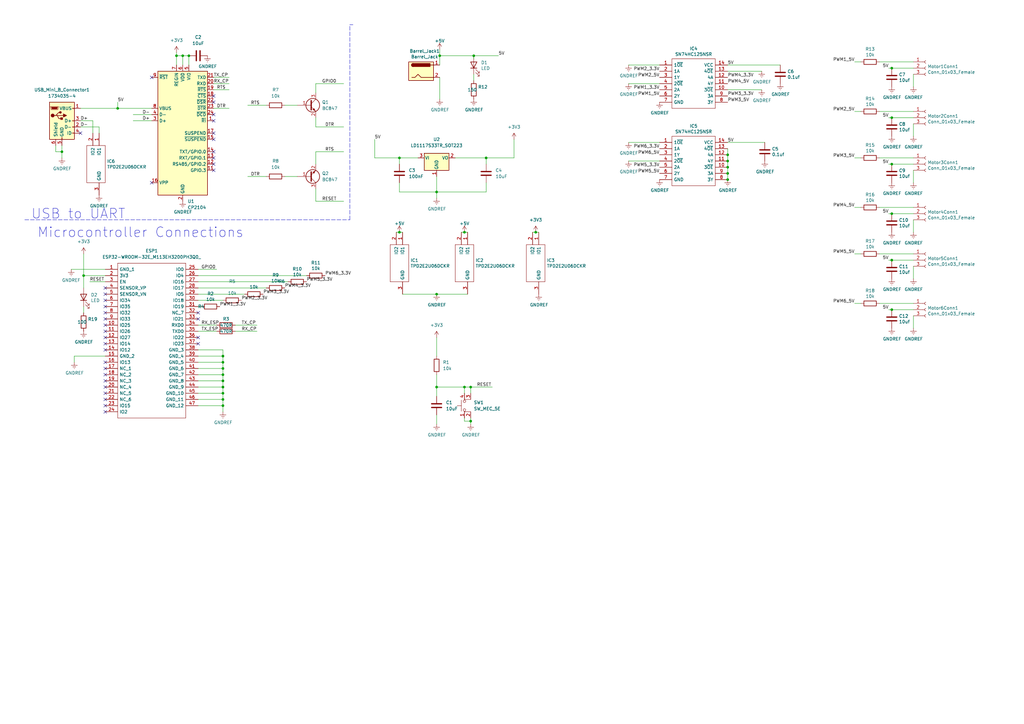
<source format=kicad_sch>
(kicad_sch (version 20211123) (generator eeschema)

  (uuid 746ba970-8279-4e7b-aed3-f28687777c21)

  (paper "A3")

  (lib_symbols
    (symbol "74HC125:SN74HC125NSR" (pin_names (offset 0.762)) (in_bom yes) (on_board yes)
      (property "Reference" "IC" (id 0) (at 24.13 7.62 0)
        (effects (font (size 1.27 1.27)) (justify left))
      )
      (property "Value" "SN74HC125NSR" (id 1) (at 24.13 5.08 0)
        (effects (font (size 1.27 1.27)) (justify left))
      )
      (property "Footprint" "SOIC127P780X200-14N" (id 2) (at 24.13 2.54 0)
        (effects (font (size 1.27 1.27)) (justify left) hide)
      )
      (property "Datasheet" "http://www.ti.com/lit/gpn/SN74HC125" (id 3) (at 24.13 0 0)
        (effects (font (size 1.27 1.27)) (justify left) hide)
      )
      (property "Description" "Quadruple Bus Buffer Gates With 3-State Outputs" (id 4) (at 24.13 -2.54 0)
        (effects (font (size 1.27 1.27)) (justify left) hide)
      )
      (property "Height" "2" (id 5) (at 24.13 -5.08 0)
        (effects (font (size 1.27 1.27)) (justify left) hide)
      )
      (property "Mouser Part Number" "595-SN74HC125NSR" (id 6) (at 24.13 -7.62 0)
        (effects (font (size 1.27 1.27)) (justify left) hide)
      )
      (property "Mouser Price/Stock" "https://www.mouser.co.uk/ProductDetail/Texas-Instruments/SN74HC125NSR?qs=AgY10sKTvDLgJxa7Og5dJw%3D%3D" (id 7) (at 24.13 -10.16 0)
        (effects (font (size 1.27 1.27)) (justify left) hide)
      )
      (property "Manufacturer_Name" "Texas Instruments" (id 8) (at 24.13 -12.7 0)
        (effects (font (size 1.27 1.27)) (justify left) hide)
      )
      (property "Manufacturer_Part_Number" "SN74HC125NSR" (id 9) (at 24.13 -15.24 0)
        (effects (font (size 1.27 1.27)) (justify left) hide)
      )
      (property "ki_description" "Quadruple Bus Buffer Gates With 3-State Outputs" (id 10) (at 0 0 0)
        (effects (font (size 1.27 1.27)) hide)
      )
      (symbol "SN74HC125NSR_0_0"
        (pin passive line (at 0 0 0) (length 5.08)
          (name "1~{OE}" (effects (font (size 1.27 1.27))))
          (number "1" (effects (font (size 1.27 1.27))))
        )
        (pin passive line (at 27.94 -10.16 180) (length 5.08)
          (name "3~{OE}" (effects (font (size 1.27 1.27))))
          (number "10" (effects (font (size 1.27 1.27))))
        )
        (pin passive line (at 27.94 -7.62 180) (length 5.08)
          (name "4Y" (effects (font (size 1.27 1.27))))
          (number "11" (effects (font (size 1.27 1.27))))
        )
        (pin passive line (at 27.94 -5.08 180) (length 5.08)
          (name "4A" (effects (font (size 1.27 1.27))))
          (number "12" (effects (font (size 1.27 1.27))))
        )
        (pin passive line (at 27.94 -2.54 180) (length 5.08)
          (name "4~{OE}" (effects (font (size 1.27 1.27))))
          (number "13" (effects (font (size 1.27 1.27))))
        )
        (pin passive line (at 27.94 0 180) (length 5.08)
          (name "VCC" (effects (font (size 1.27 1.27))))
          (number "14" (effects (font (size 1.27 1.27))))
        )
        (pin passive line (at 0 -2.54 0) (length 5.08)
          (name "1A" (effects (font (size 1.27 1.27))))
          (number "2" (effects (font (size 1.27 1.27))))
        )
        (pin passive line (at 0 -5.08 0) (length 5.08)
          (name "1Y" (effects (font (size 1.27 1.27))))
          (number "3" (effects (font (size 1.27 1.27))))
        )
        (pin passive line (at 0 -7.62 0) (length 5.08)
          (name "2~{OE}" (effects (font (size 1.27 1.27))))
          (number "4" (effects (font (size 1.27 1.27))))
        )
        (pin passive line (at 0 -10.16 0) (length 5.08)
          (name "2A" (effects (font (size 1.27 1.27))))
          (number "5" (effects (font (size 1.27 1.27))))
        )
        (pin passive line (at 0 -12.7 0) (length 5.08)
          (name "2Y" (effects (font (size 1.27 1.27))))
          (number "6" (effects (font (size 1.27 1.27))))
        )
        (pin passive line (at 0 -15.24 0) (length 5.08)
          (name "GND" (effects (font (size 1.27 1.27))))
          (number "7" (effects (font (size 1.27 1.27))))
        )
        (pin passive line (at 27.94 -15.24 180) (length 5.08)
          (name "3Y" (effects (font (size 1.27 1.27))))
          (number "8" (effects (font (size 1.27 1.27))))
        )
        (pin passive line (at 27.94 -12.7 180) (length 5.08)
          (name "3A" (effects (font (size 1.27 1.27))))
          (number "9" (effects (font (size 1.27 1.27))))
        )
      )
      (symbol "SN74HC125NSR_0_1"
        (polyline
          (pts
            (xy 5.08 2.54)
            (xy 22.86 2.54)
            (xy 22.86 -17.78)
            (xy 5.08 -17.78)
            (xy 5.08 2.54)
          )
          (stroke (width 0.1524) (type default) (color 0 0 0 0))
          (fill (type none))
        )
      )
    )
    (symbol "Connector:Barrel_Jack" (pin_names (offset 1.016)) (in_bom yes) (on_board yes)
      (property "Reference" "J" (id 0) (at 0 5.334 0)
        (effects (font (size 1.27 1.27)))
      )
      (property "Value" "Barrel_Jack" (id 1) (at 0 -5.08 0)
        (effects (font (size 1.27 1.27)))
      )
      (property "Footprint" "" (id 2) (at 1.27 -1.016 0)
        (effects (font (size 1.27 1.27)) hide)
      )
      (property "Datasheet" "~" (id 3) (at 1.27 -1.016 0)
        (effects (font (size 1.27 1.27)) hide)
      )
      (property "ki_keywords" "DC power barrel jack connector" (id 4) (at 0 0 0)
        (effects (font (size 1.27 1.27)) hide)
      )
      (property "ki_description" "DC Barrel Jack" (id 5) (at 0 0 0)
        (effects (font (size 1.27 1.27)) hide)
      )
      (property "ki_fp_filters" "BarrelJack*" (id 6) (at 0 0 0)
        (effects (font (size 1.27 1.27)) hide)
      )
      (symbol "Barrel_Jack_0_1"
        (rectangle (start -5.08 3.81) (end 5.08 -3.81)
          (stroke (width 0.254) (type default) (color 0 0 0 0))
          (fill (type background))
        )
        (arc (start -3.302 3.175) (mid -3.937 2.54) (end -3.302 1.905)
          (stroke (width 0.254) (type default) (color 0 0 0 0))
          (fill (type none))
        )
        (arc (start -3.302 3.175) (mid -3.937 2.54) (end -3.302 1.905)
          (stroke (width 0.254) (type default) (color 0 0 0 0))
          (fill (type outline))
        )
        (polyline
          (pts
            (xy 5.08 2.54)
            (xy 3.81 2.54)
          )
          (stroke (width 0.254) (type default) (color 0 0 0 0))
          (fill (type none))
        )
        (polyline
          (pts
            (xy -3.81 -2.54)
            (xy -2.54 -2.54)
            (xy -1.27 -1.27)
            (xy 0 -2.54)
            (xy 2.54 -2.54)
            (xy 5.08 -2.54)
          )
          (stroke (width 0.254) (type default) (color 0 0 0 0))
          (fill (type none))
        )
        (rectangle (start 3.683 3.175) (end -3.302 1.905)
          (stroke (width 0.254) (type default) (color 0 0 0 0))
          (fill (type outline))
        )
      )
      (symbol "Barrel_Jack_1_1"
        (pin passive line (at 7.62 2.54 180) (length 2.54)
          (name "~" (effects (font (size 1.27 1.27))))
          (number "1" (effects (font (size 1.27 1.27))))
        )
        (pin passive line (at 7.62 -2.54 180) (length 2.54)
          (name "~" (effects (font (size 1.27 1.27))))
          (number "2" (effects (font (size 1.27 1.27))))
        )
      )
    )
    (symbol "Connector:Conn_01x03_Female" (pin_names (offset 1.016) hide) (in_bom yes) (on_board yes)
      (property "Reference" "J" (id 0) (at 0 5.08 0)
        (effects (font (size 1.27 1.27)))
      )
      (property "Value" "Conn_01x03_Female" (id 1) (at 0 -5.08 0)
        (effects (font (size 1.27 1.27)))
      )
      (property "Footprint" "" (id 2) (at 0 0 0)
        (effects (font (size 1.27 1.27)) hide)
      )
      (property "Datasheet" "~" (id 3) (at 0 0 0)
        (effects (font (size 1.27 1.27)) hide)
      )
      (property "ki_keywords" "connector" (id 4) (at 0 0 0)
        (effects (font (size 1.27 1.27)) hide)
      )
      (property "ki_description" "Generic connector, single row, 01x03, script generated (kicad-library-utils/schlib/autogen/connector/)" (id 5) (at 0 0 0)
        (effects (font (size 1.27 1.27)) hide)
      )
      (property "ki_fp_filters" "Connector*:*_1x??_*" (id 6) (at 0 0 0)
        (effects (font (size 1.27 1.27)) hide)
      )
      (symbol "Conn_01x03_Female_1_1"
        (arc (start 0 -2.032) (mid -0.508 -2.54) (end 0 -3.048)
          (stroke (width 0.1524) (type default) (color 0 0 0 0))
          (fill (type none))
        )
        (polyline
          (pts
            (xy -1.27 -2.54)
            (xy -0.508 -2.54)
          )
          (stroke (width 0.1524) (type default) (color 0 0 0 0))
          (fill (type none))
        )
        (polyline
          (pts
            (xy -1.27 0)
            (xy -0.508 0)
          )
          (stroke (width 0.1524) (type default) (color 0 0 0 0))
          (fill (type none))
        )
        (polyline
          (pts
            (xy -1.27 2.54)
            (xy -0.508 2.54)
          )
          (stroke (width 0.1524) (type default) (color 0 0 0 0))
          (fill (type none))
        )
        (arc (start 0 0.508) (mid -0.508 0) (end 0 -0.508)
          (stroke (width 0.1524) (type default) (color 0 0 0 0))
          (fill (type none))
        )
        (arc (start 0 3.048) (mid -0.508 2.54) (end 0 2.032)
          (stroke (width 0.1524) (type default) (color 0 0 0 0))
          (fill (type none))
        )
        (pin passive line (at -5.08 2.54 0) (length 3.81)
          (name "Pin_1" (effects (font (size 1.27 1.27))))
          (number "1" (effects (font (size 1.27 1.27))))
        )
        (pin passive line (at -5.08 0 0) (length 3.81)
          (name "Pin_2" (effects (font (size 1.27 1.27))))
          (number "2" (effects (font (size 1.27 1.27))))
        )
        (pin passive line (at -5.08 -2.54 0) (length 3.81)
          (name "Pin_3" (effects (font (size 1.27 1.27))))
          (number "3" (effects (font (size 1.27 1.27))))
        )
      )
    )
    (symbol "Connector:USB_B_Mini" (pin_names (offset 1.016)) (in_bom yes) (on_board yes)
      (property "Reference" "J" (id 0) (at -5.08 11.43 0)
        (effects (font (size 1.27 1.27)) (justify left))
      )
      (property "Value" "USB_B_Mini" (id 1) (at -5.08 8.89 0)
        (effects (font (size 1.27 1.27)) (justify left))
      )
      (property "Footprint" "" (id 2) (at 3.81 -1.27 0)
        (effects (font (size 1.27 1.27)) hide)
      )
      (property "Datasheet" "~" (id 3) (at 3.81 -1.27 0)
        (effects (font (size 1.27 1.27)) hide)
      )
      (property "ki_keywords" "connector USB mini" (id 4) (at 0 0 0)
        (effects (font (size 1.27 1.27)) hide)
      )
      (property "ki_description" "USB Mini Type B connector" (id 5) (at 0 0 0)
        (effects (font (size 1.27 1.27)) hide)
      )
      (property "ki_fp_filters" "USB*" (id 6) (at 0 0 0)
        (effects (font (size 1.27 1.27)) hide)
      )
      (symbol "USB_B_Mini_0_1"
        (rectangle (start -5.08 -7.62) (end 5.08 7.62)
          (stroke (width 0.254) (type default) (color 0 0 0 0))
          (fill (type background))
        )
        (circle (center -3.81 2.159) (radius 0.635)
          (stroke (width 0.254) (type default) (color 0 0 0 0))
          (fill (type outline))
        )
        (circle (center -0.635 3.429) (radius 0.381)
          (stroke (width 0.254) (type default) (color 0 0 0 0))
          (fill (type outline))
        )
        (rectangle (start -0.127 -7.62) (end 0.127 -6.858)
          (stroke (width 0) (type default) (color 0 0 0 0))
          (fill (type none))
        )
        (polyline
          (pts
            (xy -1.905 2.159)
            (xy 0.635 2.159)
          )
          (stroke (width 0.254) (type default) (color 0 0 0 0))
          (fill (type none))
        )
        (polyline
          (pts
            (xy -3.175 2.159)
            (xy -2.54 2.159)
            (xy -1.27 3.429)
            (xy -0.635 3.429)
          )
          (stroke (width 0.254) (type default) (color 0 0 0 0))
          (fill (type none))
        )
        (polyline
          (pts
            (xy -2.54 2.159)
            (xy -1.905 2.159)
            (xy -1.27 0.889)
            (xy 0 0.889)
          )
          (stroke (width 0.254) (type default) (color 0 0 0 0))
          (fill (type none))
        )
        (polyline
          (pts
            (xy 0.635 2.794)
            (xy 0.635 1.524)
            (xy 1.905 2.159)
            (xy 0.635 2.794)
          )
          (stroke (width 0.254) (type default) (color 0 0 0 0))
          (fill (type outline))
        )
        (polyline
          (pts
            (xy -4.318 5.588)
            (xy -1.778 5.588)
            (xy -2.032 4.826)
            (xy -4.064 4.826)
            (xy -4.318 5.588)
          )
          (stroke (width 0) (type default) (color 0 0 0 0))
          (fill (type outline))
        )
        (polyline
          (pts
            (xy -4.699 5.842)
            (xy -4.699 5.588)
            (xy -4.445 4.826)
            (xy -4.445 4.572)
            (xy -1.651 4.572)
            (xy -1.651 4.826)
            (xy -1.397 5.588)
            (xy -1.397 5.842)
            (xy -4.699 5.842)
          )
          (stroke (width 0) (type default) (color 0 0 0 0))
          (fill (type none))
        )
        (rectangle (start 0.254 1.27) (end -0.508 0.508)
          (stroke (width 0.254) (type default) (color 0 0 0 0))
          (fill (type outline))
        )
        (rectangle (start 5.08 -5.207) (end 4.318 -4.953)
          (stroke (width 0) (type default) (color 0 0 0 0))
          (fill (type none))
        )
        (rectangle (start 5.08 -2.667) (end 4.318 -2.413)
          (stroke (width 0) (type default) (color 0 0 0 0))
          (fill (type none))
        )
        (rectangle (start 5.08 -0.127) (end 4.318 0.127)
          (stroke (width 0) (type default) (color 0 0 0 0))
          (fill (type none))
        )
        (rectangle (start 5.08 4.953) (end 4.318 5.207)
          (stroke (width 0) (type default) (color 0 0 0 0))
          (fill (type none))
        )
      )
      (symbol "USB_B_Mini_1_1"
        (pin power_out line (at 7.62 5.08 180) (length 2.54)
          (name "VBUS" (effects (font (size 1.27 1.27))))
          (number "1" (effects (font (size 1.27 1.27))))
        )
        (pin bidirectional line (at 7.62 -2.54 180) (length 2.54)
          (name "D-" (effects (font (size 1.27 1.27))))
          (number "2" (effects (font (size 1.27 1.27))))
        )
        (pin bidirectional line (at 7.62 0 180) (length 2.54)
          (name "D+" (effects (font (size 1.27 1.27))))
          (number "3" (effects (font (size 1.27 1.27))))
        )
        (pin passive line (at 7.62 -5.08 180) (length 2.54)
          (name "ID" (effects (font (size 1.27 1.27))))
          (number "4" (effects (font (size 1.27 1.27))))
        )
        (pin power_out line (at 0 -10.16 90) (length 2.54)
          (name "GND" (effects (font (size 1.27 1.27))))
          (number "5" (effects (font (size 1.27 1.27))))
        )
        (pin passive line (at -2.54 -10.16 90) (length 2.54)
          (name "Shield" (effects (font (size 1.27 1.27))))
          (number "6" (effects (font (size 1.27 1.27))))
        )
      )
    )
    (symbol "Device:C" (pin_numbers hide) (pin_names (offset 0.254)) (in_bom yes) (on_board yes)
      (property "Reference" "C" (id 0) (at 0.635 2.54 0)
        (effects (font (size 1.27 1.27)) (justify left))
      )
      (property "Value" "C" (id 1) (at 0.635 -2.54 0)
        (effects (font (size 1.27 1.27)) (justify left))
      )
      (property "Footprint" "" (id 2) (at 0.9652 -3.81 0)
        (effects (font (size 1.27 1.27)) hide)
      )
      (property "Datasheet" "~" (id 3) (at 0 0 0)
        (effects (font (size 1.27 1.27)) hide)
      )
      (property "ki_keywords" "cap capacitor" (id 4) (at 0 0 0)
        (effects (font (size 1.27 1.27)) hide)
      )
      (property "ki_description" "Unpolarized capacitor" (id 5) (at 0 0 0)
        (effects (font (size 1.27 1.27)) hide)
      )
      (property "ki_fp_filters" "C_*" (id 6) (at 0 0 0)
        (effects (font (size 1.27 1.27)) hide)
      )
      (symbol "C_0_1"
        (polyline
          (pts
            (xy -2.032 -0.762)
            (xy 2.032 -0.762)
          )
          (stroke (width 0.508) (type default) (color 0 0 0 0))
          (fill (type none))
        )
        (polyline
          (pts
            (xy -2.032 0.762)
            (xy 2.032 0.762)
          )
          (stroke (width 0.508) (type default) (color 0 0 0 0))
          (fill (type none))
        )
      )
      (symbol "C_1_1"
        (pin passive line (at 0 3.81 270) (length 2.794)
          (name "~" (effects (font (size 1.27 1.27))))
          (number "1" (effects (font (size 1.27 1.27))))
        )
        (pin passive line (at 0 -3.81 90) (length 2.794)
          (name "~" (effects (font (size 1.27 1.27))))
          (number "2" (effects (font (size 1.27 1.27))))
        )
      )
    )
    (symbol "Device:LED" (pin_numbers hide) (pin_names (offset 1.016) hide) (in_bom yes) (on_board yes)
      (property "Reference" "D" (id 0) (at 0 2.54 0)
        (effects (font (size 1.27 1.27)))
      )
      (property "Value" "LED" (id 1) (at 0 -2.54 0)
        (effects (font (size 1.27 1.27)))
      )
      (property "Footprint" "" (id 2) (at 0 0 0)
        (effects (font (size 1.27 1.27)) hide)
      )
      (property "Datasheet" "~" (id 3) (at 0 0 0)
        (effects (font (size 1.27 1.27)) hide)
      )
      (property "ki_keywords" "LED diode" (id 4) (at 0 0 0)
        (effects (font (size 1.27 1.27)) hide)
      )
      (property "ki_description" "Light emitting diode" (id 5) (at 0 0 0)
        (effects (font (size 1.27 1.27)) hide)
      )
      (property "ki_fp_filters" "LED* LED_SMD:* LED_THT:*" (id 6) (at 0 0 0)
        (effects (font (size 1.27 1.27)) hide)
      )
      (symbol "LED_0_1"
        (polyline
          (pts
            (xy -1.27 -1.27)
            (xy -1.27 1.27)
          )
          (stroke (width 0.254) (type default) (color 0 0 0 0))
          (fill (type none))
        )
        (polyline
          (pts
            (xy -1.27 0)
            (xy 1.27 0)
          )
          (stroke (width 0) (type default) (color 0 0 0 0))
          (fill (type none))
        )
        (polyline
          (pts
            (xy 1.27 -1.27)
            (xy 1.27 1.27)
            (xy -1.27 0)
            (xy 1.27 -1.27)
          )
          (stroke (width 0.254) (type default) (color 0 0 0 0))
          (fill (type none))
        )
        (polyline
          (pts
            (xy -3.048 -0.762)
            (xy -4.572 -2.286)
            (xy -3.81 -2.286)
            (xy -4.572 -2.286)
            (xy -4.572 -1.524)
          )
          (stroke (width 0) (type default) (color 0 0 0 0))
          (fill (type none))
        )
        (polyline
          (pts
            (xy -1.778 -0.762)
            (xy -3.302 -2.286)
            (xy -2.54 -2.286)
            (xy -3.302 -2.286)
            (xy -3.302 -1.524)
          )
          (stroke (width 0) (type default) (color 0 0 0 0))
          (fill (type none))
        )
      )
      (symbol "LED_1_1"
        (pin passive line (at -3.81 0 0) (length 2.54)
          (name "K" (effects (font (size 1.27 1.27))))
          (number "1" (effects (font (size 1.27 1.27))))
        )
        (pin passive line (at 3.81 0 180) (length 2.54)
          (name "A" (effects (font (size 1.27 1.27))))
          (number "2" (effects (font (size 1.27 1.27))))
        )
      )
    )
    (symbol "Device:R" (pin_numbers hide) (pin_names (offset 0)) (in_bom yes) (on_board yes)
      (property "Reference" "R" (id 0) (at 2.032 0 90)
        (effects (font (size 1.27 1.27)))
      )
      (property "Value" "R" (id 1) (at 0 0 90)
        (effects (font (size 1.27 1.27)))
      )
      (property "Footprint" "" (id 2) (at -1.778 0 90)
        (effects (font (size 1.27 1.27)) hide)
      )
      (property "Datasheet" "~" (id 3) (at 0 0 0)
        (effects (font (size 1.27 1.27)) hide)
      )
      (property "ki_keywords" "R res resistor" (id 4) (at 0 0 0)
        (effects (font (size 1.27 1.27)) hide)
      )
      (property "ki_description" "Resistor" (id 5) (at 0 0 0)
        (effects (font (size 1.27 1.27)) hide)
      )
      (property "ki_fp_filters" "R_*" (id 6) (at 0 0 0)
        (effects (font (size 1.27 1.27)) hide)
      )
      (symbol "R_0_1"
        (rectangle (start -1.016 -2.54) (end 1.016 2.54)
          (stroke (width 0.254) (type default) (color 0 0 0 0))
          (fill (type none))
        )
      )
      (symbol "R_1_1"
        (pin passive line (at 0 3.81 270) (length 1.27)
          (name "~" (effects (font (size 1.27 1.27))))
          (number "1" (effects (font (size 1.27 1.27))))
        )
        (pin passive line (at 0 -3.81 90) (length 1.27)
          (name "~" (effects (font (size 1.27 1.27))))
          (number "2" (effects (font (size 1.27 1.27))))
        )
      )
    )
    (symbol "ESP32-WROOM-32E_M113EH3200PH3Q:ESP32-WROOM-32E_M113EH3200PH3Q0_" (pin_names (offset 0.762)) (in_bom yes) (on_board yes)
      (property "Reference" "IC" (id 0) (at 34.29 7.62 0)
        (effects (font (size 1.27 1.27)) (justify left))
      )
      (property "Value" "ESP32-WROOM-32E_M113EH3200PH3Q0_" (id 1) (at 34.29 5.08 0)
        (effects (font (size 1.27 1.27)) (justify left))
      )
      (property "Footprint" "ESP32WROOM32EM113EH3200PH3Q0" (id 2) (at 34.29 2.54 0)
        (effects (font (size 1.27 1.27)) (justify left) hide)
      )
      (property "Datasheet" "" (id 3) (at 34.29 0 0)
        (effects (font (size 1.27 1.27)) (justify left) hide)
      )
      (property "Description" "WiFi Modules (802.11) SMD Module ESP32-D0WD-V3, 4 MB SPI flash, PCB antenna" (id 4) (at 34.29 -2.54 0)
        (effects (font (size 1.27 1.27)) (justify left) hide)
      )
      (property "Height" "3.25" (id 5) (at 34.29 -5.08 0)
        (effects (font (size 1.27 1.27)) (justify left) hide)
      )
      (property "Mouser Part Number" "356-ESP32WRM32E132PH" (id 6) (at 34.29 -7.62 0)
        (effects (font (size 1.27 1.27)) (justify left) hide)
      )
      (property "Mouser Price/Stock" "https://www.mouser.co.uk/ProductDetail/Espressif-Systems/ESP32-WROOM-32EM113EH3200PH3Q0?qs=vHuUswq2%252Bsx8Xcp7bzmaHA%3D%3D" (id 7) (at 34.29 -10.16 0)
        (effects (font (size 1.27 1.27)) (justify left) hide)
      )
      (property "Manufacturer_Name" "Espressif Systems" (id 8) (at 34.29 -12.7 0)
        (effects (font (size 1.27 1.27)) (justify left) hide)
      )
      (property "Manufacturer_Part_Number" "ESP32-WROOM-32E(M113EH3200PH3Q0)" (id 9) (at 34.29 -15.24 0)
        (effects (font (size 1.27 1.27)) (justify left) hide)
      )
      (property "ki_description" "WiFi Modules (802.11) SMD Module ESP32-D0WD-V3, 4 MB SPI flash, PCB antenna" (id 10) (at 0 0 0)
        (effects (font (size 1.27 1.27)) hide)
      )
      (symbol "ESP32-WROOM-32E_M113EH3200PH3Q0__0_0"
        (pin passive line (at 0 0 0) (length 5.08)
          (name "GND_1" (effects (font (size 1.27 1.27))))
          (number "1" (effects (font (size 1.27 1.27))))
        )
        (pin passive line (at 0 -22.86 0) (length 5.08)
          (name "IO25" (effects (font (size 1.27 1.27))))
          (number "10" (effects (font (size 1.27 1.27))))
        )
        (pin passive line (at 0 -25.4 0) (length 5.08)
          (name "IO26" (effects (font (size 1.27 1.27))))
          (number "11" (effects (font (size 1.27 1.27))))
        )
        (pin passive line (at 0 -27.94 0) (length 5.08)
          (name "IO27" (effects (font (size 1.27 1.27))))
          (number "12" (effects (font (size 1.27 1.27))))
        )
        (pin passive line (at 0 -30.48 0) (length 5.08)
          (name "IO14" (effects (font (size 1.27 1.27))))
          (number "13" (effects (font (size 1.27 1.27))))
        )
        (pin passive line (at 0 -33.02 0) (length 5.08)
          (name "IO12" (effects (font (size 1.27 1.27))))
          (number "14" (effects (font (size 1.27 1.27))))
        )
        (pin passive line (at 0 -35.56 0) (length 5.08)
          (name "GND_2" (effects (font (size 1.27 1.27))))
          (number "15" (effects (font (size 1.27 1.27))))
        )
        (pin passive line (at 0 -38.1 0) (length 5.08)
          (name "IO13" (effects (font (size 1.27 1.27))))
          (number "16" (effects (font (size 1.27 1.27))))
        )
        (pin passive line (at 0 -40.64 0) (length 5.08)
          (name "NC_1" (effects (font (size 1.27 1.27))))
          (number "17" (effects (font (size 1.27 1.27))))
        )
        (pin passive line (at 0 -43.18 0) (length 5.08)
          (name "NC_2" (effects (font (size 1.27 1.27))))
          (number "18" (effects (font (size 1.27 1.27))))
        )
        (pin passive line (at 0 -45.72 0) (length 5.08)
          (name "NC_3" (effects (font (size 1.27 1.27))))
          (number "19" (effects (font (size 1.27 1.27))))
        )
        (pin passive line (at 0 -2.54 0) (length 5.08)
          (name "3V3" (effects (font (size 1.27 1.27))))
          (number "2" (effects (font (size 1.27 1.27))))
        )
        (pin passive line (at 0 -48.26 0) (length 5.08)
          (name "NC_4" (effects (font (size 1.27 1.27))))
          (number "20" (effects (font (size 1.27 1.27))))
        )
        (pin passive line (at 0 -50.8 0) (length 5.08)
          (name "NC_5" (effects (font (size 1.27 1.27))))
          (number "21" (effects (font (size 1.27 1.27))))
        )
        (pin passive line (at 0 -53.34 0) (length 5.08)
          (name "NC_6" (effects (font (size 1.27 1.27))))
          (number "22" (effects (font (size 1.27 1.27))))
        )
        (pin passive line (at 0 -55.88 0) (length 5.08)
          (name "IO15" (effects (font (size 1.27 1.27))))
          (number "23" (effects (font (size 1.27 1.27))))
        )
        (pin passive line (at 0 -58.42 0) (length 5.08)
          (name "IO2" (effects (font (size 1.27 1.27))))
          (number "24" (effects (font (size 1.27 1.27))))
        )
        (pin passive line (at 38.1 0 180) (length 5.08)
          (name "IO0" (effects (font (size 1.27 1.27))))
          (number "25" (effects (font (size 1.27 1.27))))
        )
        (pin passive line (at 38.1 -2.54 180) (length 5.08)
          (name "IO4" (effects (font (size 1.27 1.27))))
          (number "26" (effects (font (size 1.27 1.27))))
        )
        (pin passive line (at 38.1 -5.08 180) (length 5.08)
          (name "IO16" (effects (font (size 1.27 1.27))))
          (number "27" (effects (font (size 1.27 1.27))))
        )
        (pin passive line (at 38.1 -7.62 180) (length 5.08)
          (name "IO17" (effects (font (size 1.27 1.27))))
          (number "28" (effects (font (size 1.27 1.27))))
        )
        (pin passive line (at 38.1 -10.16 180) (length 5.08)
          (name "IO5" (effects (font (size 1.27 1.27))))
          (number "29" (effects (font (size 1.27 1.27))))
        )
        (pin passive line (at 0 -5.08 0) (length 5.08)
          (name "EN" (effects (font (size 1.27 1.27))))
          (number "3" (effects (font (size 1.27 1.27))))
        )
        (pin passive line (at 38.1 -12.7 180) (length 5.08)
          (name "IO18" (effects (font (size 1.27 1.27))))
          (number "30" (effects (font (size 1.27 1.27))))
        )
        (pin passive line (at 38.1 -15.24 180) (length 5.08)
          (name "IO19" (effects (font (size 1.27 1.27))))
          (number "31" (effects (font (size 1.27 1.27))))
        )
        (pin passive line (at 38.1 -17.78 180) (length 5.08)
          (name "NC_7" (effects (font (size 1.27 1.27))))
          (number "32" (effects (font (size 1.27 1.27))))
        )
        (pin passive line (at 38.1 -20.32 180) (length 5.08)
          (name "IO21" (effects (font (size 1.27 1.27))))
          (number "33" (effects (font (size 1.27 1.27))))
        )
        (pin passive line (at 38.1 -22.86 180) (length 5.08)
          (name "RXD0" (effects (font (size 1.27 1.27))))
          (number "34" (effects (font (size 1.27 1.27))))
        )
        (pin passive line (at 38.1 -25.4 180) (length 5.08)
          (name "TXD0" (effects (font (size 1.27 1.27))))
          (number "35" (effects (font (size 1.27 1.27))))
        )
        (pin passive line (at 38.1 -27.94 180) (length 5.08)
          (name "IO22" (effects (font (size 1.27 1.27))))
          (number "36" (effects (font (size 1.27 1.27))))
        )
        (pin passive line (at 38.1 -30.48 180) (length 5.08)
          (name "IO23" (effects (font (size 1.27 1.27))))
          (number "37" (effects (font (size 1.27 1.27))))
        )
        (pin passive line (at 38.1 -33.02 180) (length 5.08)
          (name "GND_3" (effects (font (size 1.27 1.27))))
          (number "38" (effects (font (size 1.27 1.27))))
        )
        (pin passive line (at 38.1 -35.56 180) (length 5.08)
          (name "GND_4" (effects (font (size 1.27 1.27))))
          (number "39" (effects (font (size 1.27 1.27))))
        )
        (pin passive line (at 0 -7.62 0) (length 5.08)
          (name "SENSOR_VP" (effects (font (size 1.27 1.27))))
          (number "4" (effects (font (size 1.27 1.27))))
        )
        (pin passive line (at 38.1 -38.1 180) (length 5.08)
          (name "GND_5" (effects (font (size 1.27 1.27))))
          (number "40" (effects (font (size 1.27 1.27))))
        )
        (pin passive line (at 38.1 -40.64 180) (length 5.08)
          (name "GND_6" (effects (font (size 1.27 1.27))))
          (number "41" (effects (font (size 1.27 1.27))))
        )
        (pin passive line (at 38.1 -43.18 180) (length 5.08)
          (name "GND_7" (effects (font (size 1.27 1.27))))
          (number "42" (effects (font (size 1.27 1.27))))
        )
        (pin passive line (at 38.1 -45.72 180) (length 5.08)
          (name "GND_8" (effects (font (size 1.27 1.27))))
          (number "43" (effects (font (size 1.27 1.27))))
        )
        (pin passive line (at 38.1 -48.26 180) (length 5.08)
          (name "GND_9" (effects (font (size 1.27 1.27))))
          (number "44" (effects (font (size 1.27 1.27))))
        )
        (pin passive line (at 38.1 -50.8 180) (length 5.08)
          (name "GND_10" (effects (font (size 1.27 1.27))))
          (number "45" (effects (font (size 1.27 1.27))))
        )
        (pin passive line (at 38.1 -53.34 180) (length 5.08)
          (name "GND_11" (effects (font (size 1.27 1.27))))
          (number "46" (effects (font (size 1.27 1.27))))
        )
        (pin passive line (at 38.1 -55.88 180) (length 5.08)
          (name "GND_12" (effects (font (size 1.27 1.27))))
          (number "47" (effects (font (size 1.27 1.27))))
        )
        (pin passive line (at 0 -10.16 0) (length 5.08)
          (name "SENSOR_VN" (effects (font (size 1.27 1.27))))
          (number "5" (effects (font (size 1.27 1.27))))
        )
        (pin passive line (at 0 -12.7 0) (length 5.08)
          (name "IO34" (effects (font (size 1.27 1.27))))
          (number "6" (effects (font (size 1.27 1.27))))
        )
        (pin passive line (at 0 -15.24 0) (length 5.08)
          (name "IO35" (effects (font (size 1.27 1.27))))
          (number "7" (effects (font (size 1.27 1.27))))
        )
        (pin passive line (at 0 -17.78 0) (length 5.08)
          (name "IO32" (effects (font (size 1.27 1.27))))
          (number "8" (effects (font (size 1.27 1.27))))
        )
        (pin passive line (at 0 -20.32 0) (length 5.08)
          (name "IO33" (effects (font (size 1.27 1.27))))
          (number "9" (effects (font (size 1.27 1.27))))
        )
      )
      (symbol "ESP32-WROOM-32E_M113EH3200PH3Q0__0_1"
        (polyline
          (pts
            (xy 5.08 2.54)
            (xy 33.02 2.54)
            (xy 33.02 -60.96)
            (xy 5.08 -60.96)
            (xy 5.08 2.54)
          )
          (stroke (width 0.1524) (type default) (color 0 0 0 0))
          (fill (type none))
        )
      )
    )
    (symbol "Interface_USB:CP2104" (in_bom yes) (on_board yes)
      (property "Reference" "U" (id 0) (at -5.08 28.575 0)
        (effects (font (size 1.27 1.27)) (justify right))
      )
      (property "Value" "CP2104" (id 1) (at -5.08 26.67 0)
        (effects (font (size 1.27 1.27)) (justify right))
      )
      (property "Footprint" "Package_DFN_QFN:QFN-24-1EP_4x4mm_P0.5mm_EP2.6x2.6mm" (id 2) (at 29.21 -52.07 0)
        (effects (font (size 1.27 1.27)) (justify left) hide)
      )
      (property "Datasheet" "https://www.silabs.com/documents/public/data-sheets/cp2104.pdf" (id 3) (at 105.41 10.16 0)
        (effects (font (size 1.27 1.27)) hide)
      )
      (property "ki_keywords" "uart usb bridge interface transceiver" (id 4) (at 0 0 0)
        (effects (font (size 1.27 1.27)) hide)
      )
      (property "ki_description" "Single-Chip USB-to-UART Bridge, USB 2.0 Full-Speed, 2Mbps UART, QFN-24" (id 5) (at 0 0 0)
        (effects (font (size 1.27 1.27)) hide)
      )
      (property "ki_fp_filters" "QFN*4x4mm*P0.5mm*" (id 6) (at 0 0 0)
        (effects (font (size 1.27 1.27)) hide)
      )
      (symbol "CP2104_1_1"
        (rectangle (start -10.16 25.4) (end 10.16 -25.4)
          (stroke (width 0.254) (type default) (color 0 0 0 0))
          (fill (type background))
        )
        (pin input line (at 12.7 5.08 180) (length 2.54)
          (name "~{RI}" (effects (font (size 1.27 1.27))))
          (number "1" (effects (font (size 1.27 1.27))))
        )
        (pin no_connect line (at 10.16 -20.32 180) (length 2.54) hide
          (name "NC" (effects (font (size 1.27 1.27))))
          (number "10" (effects (font (size 1.27 1.27))))
        )
        (pin bidirectional line (at 12.7 -15.24 180) (length 2.54)
          (name "GPIO.3" (effects (font (size 1.27 1.27))))
          (number "11" (effects (font (size 1.27 1.27))))
        )
        (pin bidirectional line (at 12.7 -12.7 180) (length 2.54)
          (name "RS485/GPIO.2" (effects (font (size 1.27 1.27))))
          (number "12" (effects (font (size 1.27 1.27))))
        )
        (pin bidirectional line (at 12.7 -10.16 180) (length 2.54)
          (name "RXT/GPIO.1" (effects (font (size 1.27 1.27))))
          (number "13" (effects (font (size 1.27 1.27))))
        )
        (pin bidirectional line (at 12.7 -7.62 180) (length 2.54)
          (name "TXT/GPIO.0" (effects (font (size 1.27 1.27))))
          (number "14" (effects (font (size 1.27 1.27))))
        )
        (pin output line (at 12.7 -2.54 180) (length 2.54)
          (name "~{SUSPEND}" (effects (font (size 1.27 1.27))))
          (number "15" (effects (font (size 1.27 1.27))))
        )
        (pin passive line (at -12.7 -20.32 0) (length 2.54)
          (name "VPP" (effects (font (size 1.27 1.27))))
          (number "16" (effects (font (size 1.27 1.27))))
        )
        (pin output line (at 12.7 0 180) (length 2.54)
          (name "SUSPEND" (effects (font (size 1.27 1.27))))
          (number "17" (effects (font (size 1.27 1.27))))
        )
        (pin input line (at 12.7 15.24 180) (length 2.54)
          (name "~{CTS}" (effects (font (size 1.27 1.27))))
          (number "18" (effects (font (size 1.27 1.27))))
        )
        (pin output line (at 12.7 17.78 180) (length 2.54)
          (name "~{RTS}" (effects (font (size 1.27 1.27))))
          (number "19" (effects (font (size 1.27 1.27))))
        )
        (pin power_in line (at 0 -27.94 90) (length 2.54)
          (name "GND" (effects (font (size 1.27 1.27))))
          (number "2" (effects (font (size 1.27 1.27))))
        )
        (pin input line (at 12.7 20.32 180) (length 2.54)
          (name "RXD" (effects (font (size 1.27 1.27))))
          (number "20" (effects (font (size 1.27 1.27))))
        )
        (pin output line (at 12.7 22.86 180) (length 2.54)
          (name "TXD" (effects (font (size 1.27 1.27))))
          (number "21" (effects (font (size 1.27 1.27))))
        )
        (pin input line (at 12.7 12.7 180) (length 2.54)
          (name "~{DSR}" (effects (font (size 1.27 1.27))))
          (number "22" (effects (font (size 1.27 1.27))))
        )
        (pin output line (at 12.7 10.16 180) (length 2.54)
          (name "~{DTR}" (effects (font (size 1.27 1.27))))
          (number "23" (effects (font (size 1.27 1.27))))
        )
        (pin input line (at 12.7 7.62 180) (length 2.54)
          (name "~{DCD}" (effects (font (size 1.27 1.27))))
          (number "24" (effects (font (size 1.27 1.27))))
        )
        (pin passive line (at 0 -27.94 90) (length 2.54) hide
          (name "GND" (effects (font (size 1.27 1.27))))
          (number "25" (effects (font (size 1.27 1.27))))
        )
        (pin bidirectional line (at -12.7 5.08 0) (length 2.54)
          (name "D+" (effects (font (size 1.27 1.27))))
          (number "3" (effects (font (size 1.27 1.27))))
        )
        (pin bidirectional line (at -12.7 7.62 0) (length 2.54)
          (name "D-" (effects (font (size 1.27 1.27))))
          (number "4" (effects (font (size 1.27 1.27))))
        )
        (pin power_in line (at 2.54 27.94 270) (length 2.54)
          (name "VIO" (effects (font (size 1.27 1.27))))
          (number "5" (effects (font (size 1.27 1.27))))
        )
        (pin power_in line (at 0 27.94 270) (length 2.54)
          (name "VDD" (effects (font (size 1.27 1.27))))
          (number "6" (effects (font (size 1.27 1.27))))
        )
        (pin power_in line (at -2.54 27.94 270) (length 2.54)
          (name "REGIN" (effects (font (size 1.27 1.27))))
          (number "7" (effects (font (size 1.27 1.27))))
        )
        (pin input line (at -12.7 10.16 0) (length 2.54)
          (name "VBUS" (effects (font (size 1.27 1.27))))
          (number "8" (effects (font (size 1.27 1.27))))
        )
        (pin bidirectional line (at -12.7 22.86 0) (length 2.54)
          (name "~{RST}" (effects (font (size 1.27 1.27))))
          (number "9" (effects (font (size 1.27 1.27))))
        )
      )
    )
    (symbol "Regulator_Linear:LD1117S33TR_SOT223" (pin_names (offset 0.254)) (in_bom yes) (on_board yes)
      (property "Reference" "U" (id 0) (at -3.81 3.175 0)
        (effects (font (size 1.27 1.27)))
      )
      (property "Value" "LD1117S33TR_SOT223" (id 1) (at 0 3.175 0)
        (effects (font (size 1.27 1.27)) (justify left))
      )
      (property "Footprint" "Package_TO_SOT_SMD:SOT-223-3_TabPin2" (id 2) (at 0 5.08 0)
        (effects (font (size 1.27 1.27)) hide)
      )
      (property "Datasheet" "http://www.st.com/st-web-ui/static/active/en/resource/technical/document/datasheet/CD00000544.pdf" (id 3) (at 2.54 -6.35 0)
        (effects (font (size 1.27 1.27)) hide)
      )
      (property "ki_keywords" "REGULATOR LDO 3.3V" (id 4) (at 0 0 0)
        (effects (font (size 1.27 1.27)) hide)
      )
      (property "ki_description" "800mA Fixed Low Drop Positive Voltage Regulator, Fixed Output 3.3V, SOT-223" (id 5) (at 0 0 0)
        (effects (font (size 1.27 1.27)) hide)
      )
      (property "ki_fp_filters" "SOT?223*TabPin2*" (id 6) (at 0 0 0)
        (effects (font (size 1.27 1.27)) hide)
      )
      (symbol "LD1117S33TR_SOT223_0_1"
        (rectangle (start -5.08 -5.08) (end 5.08 1.905)
          (stroke (width 0.254) (type default) (color 0 0 0 0))
          (fill (type background))
        )
      )
      (symbol "LD1117S33TR_SOT223_1_1"
        (pin power_in line (at 0 -7.62 90) (length 2.54)
          (name "GND" (effects (font (size 1.27 1.27))))
          (number "1" (effects (font (size 1.27 1.27))))
        )
        (pin power_out line (at 7.62 0 180) (length 2.54)
          (name "VO" (effects (font (size 1.27 1.27))))
          (number "2" (effects (font (size 1.27 1.27))))
        )
        (pin power_in line (at -7.62 0 0) (length 2.54)
          (name "VI" (effects (font (size 1.27 1.27))))
          (number "3" (effects (font (size 1.27 1.27))))
        )
      )
    )
    (symbol "Switch:SW_MEC_5E" (pin_names (offset 1.016) hide) (in_bom yes) (on_board yes)
      (property "Reference" "SW" (id 0) (at 0.635 5.715 0)
        (effects (font (size 1.27 1.27)) (justify left))
      )
      (property "Value" "SW_MEC_5E" (id 1) (at 0 -3.175 0)
        (effects (font (size 1.27 1.27)))
      )
      (property "Footprint" "" (id 2) (at 0 7.62 0)
        (effects (font (size 1.27 1.27)) hide)
      )
      (property "Datasheet" "http://www.apem.com/int/index.php?controller=attachment&id_attachment=1371" (id 3) (at 0 7.62 0)
        (effects (font (size 1.27 1.27)) hide)
      )
      (property "ki_keywords" "switch normally-open pushbutton push-button" (id 4) (at 0 0 0)
        (effects (font (size 1.27 1.27)) hide)
      )
      (property "ki_description" "MEC 5E single pole normally-open tactile switch" (id 5) (at 0 0 0)
        (effects (font (size 1.27 1.27)) hide)
      )
      (property "ki_fp_filters" "SW*MEC*5G*" (id 6) (at 0 0 0)
        (effects (font (size 1.27 1.27)) hide)
      )
      (symbol "SW_MEC_5E_0_1"
        (circle (center -1.778 2.54) (radius 0.508)
          (stroke (width 0) (type default) (color 0 0 0 0))
          (fill (type none))
        )
        (polyline
          (pts
            (xy -2.286 3.81)
            (xy 2.286 3.81)
          )
          (stroke (width 0) (type default) (color 0 0 0 0))
          (fill (type none))
        )
        (polyline
          (pts
            (xy 0 3.81)
            (xy 0 5.588)
          )
          (stroke (width 0) (type default) (color 0 0 0 0))
          (fill (type none))
        )
        (polyline
          (pts
            (xy -2.54 0)
            (xy -2.54 2.54)
            (xy -2.286 2.54)
          )
          (stroke (width 0) (type default) (color 0 0 0 0))
          (fill (type none))
        )
        (polyline
          (pts
            (xy 2.54 0)
            (xy 2.54 2.54)
            (xy 2.286 2.54)
          )
          (stroke (width 0) (type default) (color 0 0 0 0))
          (fill (type none))
        )
        (circle (center 1.778 2.54) (radius 0.508)
          (stroke (width 0) (type default) (color 0 0 0 0))
          (fill (type none))
        )
        (pin passive line (at -5.08 2.54 0) (length 2.54)
          (name "1" (effects (font (size 1.27 1.27))))
          (number "1" (effects (font (size 1.27 1.27))))
        )
        (pin passive line (at -5.08 0 0) (length 2.54)
          (name "2" (effects (font (size 1.27 1.27))))
          (number "2" (effects (font (size 1.27 1.27))))
        )
        (pin passive line (at 5.08 0 180) (length 2.54)
          (name "K" (effects (font (size 1.27 1.27))))
          (number "3" (effects (font (size 1.27 1.27))))
        )
        (pin passive line (at 5.08 2.54 180) (length 2.54)
          (name "A" (effects (font (size 1.27 1.27))))
          (number "4" (effects (font (size 1.27 1.27))))
        )
      )
    )
    (symbol "TPD2:TPD2E2U06DCKR" (pin_names (offset 0.762)) (in_bom yes) (on_board yes)
      (property "Reference" "IC" (id 0) (at 21.59 7.62 0)
        (effects (font (size 1.27 1.27)) (justify left))
      )
      (property "Value" "TPD2E2U06DCKR" (id 1) (at 21.59 5.08 0)
        (effects (font (size 1.27 1.27)) (justify left))
      )
      (property "Footprint" "SOT65P210X110-3N" (id 2) (at 21.59 2.54 0)
        (effects (font (size 1.27 1.27)) (justify left) hide)
      )
      (property "Datasheet" "https://www.ti.com/lit/gpn/TPD2E2U06" (id 3) (at 21.59 0 0)
        (effects (font (size 1.27 1.27)) (justify left) hide)
      )
      (property "Description" "ESD Suppressors / TVS Diodes" (id 4) (at 21.59 -2.54 0)
        (effects (font (size 1.27 1.27)) (justify left) hide)
      )
      (property "Height" "1.1" (id 5) (at 21.59 -5.08 0)
        (effects (font (size 1.27 1.27)) (justify left) hide)
      )
      (property "Mouser Part Number" "595-TPD2E2U06DCKR" (id 6) (at 21.59 -7.62 0)
        (effects (font (size 1.27 1.27)) (justify left) hide)
      )
      (property "Mouser Price/Stock" "https://www.mouser.co.uk/ProductDetail/Texas-Instruments/TPD2E2U06DCKR?qs=xZ%2FP%252Ba9zWqa9UMTS1HgCWA%3D%3D" (id 7) (at 21.59 -10.16 0)
        (effects (font (size 1.27 1.27)) (justify left) hide)
      )
      (property "Manufacturer_Name" "Texas Instruments" (id 8) (at 21.59 -12.7 0)
        (effects (font (size 1.27 1.27)) (justify left) hide)
      )
      (property "Manufacturer_Part_Number" "TPD2E2U06DCKR" (id 9) (at 21.59 -15.24 0)
        (effects (font (size 1.27 1.27)) (justify left) hide)
      )
      (property "ki_description" "ESD Suppressors / TVS Diodes" (id 10) (at 0 0 0)
        (effects (font (size 1.27 1.27)) hide)
      )
      (symbol "TPD2E2U06DCKR_0_0"
        (pin passive line (at 0 0 0) (length 5.08)
          (name "IO1" (effects (font (size 1.27 1.27))))
          (number "1" (effects (font (size 1.27 1.27))))
        )
        (pin passive line (at 0 -2.54 0) (length 5.08)
          (name "IO2" (effects (font (size 1.27 1.27))))
          (number "2" (effects (font (size 1.27 1.27))))
        )
        (pin passive line (at 25.4 0 180) (length 5.08)
          (name "GND" (effects (font (size 1.27 1.27))))
          (number "3" (effects (font (size 1.27 1.27))))
        )
      )
      (symbol "TPD2E2U06DCKR_0_1"
        (polyline
          (pts
            (xy 5.08 2.54)
            (xy 20.32 2.54)
            (xy 20.32 -5.08)
            (xy 5.08 -5.08)
            (xy 5.08 2.54)
          )
          (stroke (width 0.1524) (type default) (color 0 0 0 0))
          (fill (type none))
        )
      )
    )
    (symbol "Transistor_BJT:BC847" (pin_names (offset 0) hide) (in_bom yes) (on_board yes)
      (property "Reference" "Q" (id 0) (at 5.08 1.905 0)
        (effects (font (size 1.27 1.27)) (justify left))
      )
      (property "Value" "BC847" (id 1) (at 5.08 0 0)
        (effects (font (size 1.27 1.27)) (justify left))
      )
      (property "Footprint" "Package_TO_SOT_SMD:SOT-23" (id 2) (at 5.08 -1.905 0)
        (effects (font (size 1.27 1.27) italic) (justify left) hide)
      )
      (property "Datasheet" "http://www.infineon.com/dgdl/Infineon-BC847SERIES_BC848SERIES_BC849SERIES_BC850SERIES-DS-v01_01-en.pdf?fileId=db3a304314dca389011541d4630a1657" (id 3) (at 0 0 0)
        (effects (font (size 1.27 1.27)) (justify left) hide)
      )
      (property "ki_keywords" "NPN Small Signal Transistor" (id 4) (at 0 0 0)
        (effects (font (size 1.27 1.27)) hide)
      )
      (property "ki_description" "0.1A Ic, 45V Vce, NPN Transistor, SOT-23" (id 5) (at 0 0 0)
        (effects (font (size 1.27 1.27)) hide)
      )
      (property "ki_fp_filters" "SOT?23*" (id 6) (at 0 0 0)
        (effects (font (size 1.27 1.27)) hide)
      )
      (symbol "BC847_0_1"
        (polyline
          (pts
            (xy 0.635 0.635)
            (xy 2.54 2.54)
          )
          (stroke (width 0) (type default) (color 0 0 0 0))
          (fill (type none))
        )
        (polyline
          (pts
            (xy 0.635 -0.635)
            (xy 2.54 -2.54)
            (xy 2.54 -2.54)
          )
          (stroke (width 0) (type default) (color 0 0 0 0))
          (fill (type none))
        )
        (polyline
          (pts
            (xy 0.635 1.905)
            (xy 0.635 -1.905)
            (xy 0.635 -1.905)
          )
          (stroke (width 0.508) (type default) (color 0 0 0 0))
          (fill (type none))
        )
        (polyline
          (pts
            (xy 1.27 -1.778)
            (xy 1.778 -1.27)
            (xy 2.286 -2.286)
            (xy 1.27 -1.778)
            (xy 1.27 -1.778)
          )
          (stroke (width 0) (type default) (color 0 0 0 0))
          (fill (type outline))
        )
        (circle (center 1.27 0) (radius 2.8194)
          (stroke (width 0.254) (type default) (color 0 0 0 0))
          (fill (type none))
        )
      )
      (symbol "BC847_1_1"
        (pin input line (at -5.08 0 0) (length 5.715)
          (name "B" (effects (font (size 1.27 1.27))))
          (number "1" (effects (font (size 1.27 1.27))))
        )
        (pin passive line (at 2.54 -5.08 90) (length 2.54)
          (name "E" (effects (font (size 1.27 1.27))))
          (number "2" (effects (font (size 1.27 1.27))))
        )
        (pin passive line (at 2.54 5.08 270) (length 2.54)
          (name "C" (effects (font (size 1.27 1.27))))
          (number "3" (effects (font (size 1.27 1.27))))
        )
      )
    )
    (symbol "power:+3.3V" (power) (pin_names (offset 0)) (in_bom yes) (on_board yes)
      (property "Reference" "#PWR" (id 0) (at 0 -3.81 0)
        (effects (font (size 1.27 1.27)) hide)
      )
      (property "Value" "+3.3V" (id 1) (at 0 3.556 0)
        (effects (font (size 1.27 1.27)))
      )
      (property "Footprint" "" (id 2) (at 0 0 0)
        (effects (font (size 1.27 1.27)) hide)
      )
      (property "Datasheet" "" (id 3) (at 0 0 0)
        (effects (font (size 1.27 1.27)) hide)
      )
      (property "ki_keywords" "power-flag" (id 4) (at 0 0 0)
        (effects (font (size 1.27 1.27)) hide)
      )
      (property "ki_description" "Power symbol creates a global label with name \"+3.3V\"" (id 5) (at 0 0 0)
        (effects (font (size 1.27 1.27)) hide)
      )
      (symbol "+3.3V_0_1"
        (polyline
          (pts
            (xy -0.762 1.27)
            (xy 0 2.54)
          )
          (stroke (width 0) (type default) (color 0 0 0 0))
          (fill (type none))
        )
        (polyline
          (pts
            (xy 0 0)
            (xy 0 2.54)
          )
          (stroke (width 0) (type default) (color 0 0 0 0))
          (fill (type none))
        )
        (polyline
          (pts
            (xy 0 2.54)
            (xy 0.762 1.27)
          )
          (stroke (width 0) (type default) (color 0 0 0 0))
          (fill (type none))
        )
      )
      (symbol "+3.3V_1_1"
        (pin power_in line (at 0 0 90) (length 0) hide
          (name "+3V3" (effects (font (size 1.27 1.27))))
          (number "1" (effects (font (size 1.27 1.27))))
        )
      )
    )
    (symbol "power:+5V" (power) (pin_names (offset 0)) (in_bom yes) (on_board yes)
      (property "Reference" "#PWR" (id 0) (at 0 -3.81 0)
        (effects (font (size 1.27 1.27)) hide)
      )
      (property "Value" "+5V" (id 1) (at 0 3.556 0)
        (effects (font (size 1.27 1.27)))
      )
      (property "Footprint" "" (id 2) (at 0 0 0)
        (effects (font (size 1.27 1.27)) hide)
      )
      (property "Datasheet" "" (id 3) (at 0 0 0)
        (effects (font (size 1.27 1.27)) hide)
      )
      (property "ki_keywords" "power-flag" (id 4) (at 0 0 0)
        (effects (font (size 1.27 1.27)) hide)
      )
      (property "ki_description" "Power symbol creates a global label with name \"+5V\"" (id 5) (at 0 0 0)
        (effects (font (size 1.27 1.27)) hide)
      )
      (symbol "+5V_0_1"
        (polyline
          (pts
            (xy -0.762 1.27)
            (xy 0 2.54)
          )
          (stroke (width 0) (type default) (color 0 0 0 0))
          (fill (type none))
        )
        (polyline
          (pts
            (xy 0 0)
            (xy 0 2.54)
          )
          (stroke (width 0) (type default) (color 0 0 0 0))
          (fill (type none))
        )
        (polyline
          (pts
            (xy 0 2.54)
            (xy 0.762 1.27)
          )
          (stroke (width 0) (type default) (color 0 0 0 0))
          (fill (type none))
        )
      )
      (symbol "+5V_1_1"
        (pin power_in line (at 0 0 90) (length 0) hide
          (name "+5V" (effects (font (size 1.27 1.27))))
          (number "1" (effects (font (size 1.27 1.27))))
        )
      )
    )
    (symbol "power:GNDREF" (power) (pin_names (offset 0)) (in_bom yes) (on_board yes)
      (property "Reference" "#PWR" (id 0) (at 0 -6.35 0)
        (effects (font (size 1.27 1.27)) hide)
      )
      (property "Value" "GNDREF" (id 1) (at 0 -3.81 0)
        (effects (font (size 1.27 1.27)))
      )
      (property "Footprint" "" (id 2) (at 0 0 0)
        (effects (font (size 1.27 1.27)) hide)
      )
      (property "Datasheet" "" (id 3) (at 0 0 0)
        (effects (font (size 1.27 1.27)) hide)
      )
      (property "ki_keywords" "power-flag" (id 4) (at 0 0 0)
        (effects (font (size 1.27 1.27)) hide)
      )
      (property "ki_description" "Power symbol creates a global label with name \"GNDREF\" , reference supply ground" (id 5) (at 0 0 0)
        (effects (font (size 1.27 1.27)) hide)
      )
      (symbol "GNDREF_0_1"
        (polyline
          (pts
            (xy -0.635 -1.905)
            (xy 0.635 -1.905)
          )
          (stroke (width 0) (type default) (color 0 0 0 0))
          (fill (type none))
        )
        (polyline
          (pts
            (xy -0.127 -2.54)
            (xy 0.127 -2.54)
          )
          (stroke (width 0) (type default) (color 0 0 0 0))
          (fill (type none))
        )
        (polyline
          (pts
            (xy 0 -1.27)
            (xy 0 0)
          )
          (stroke (width 0) (type default) (color 0 0 0 0))
          (fill (type none))
        )
        (polyline
          (pts
            (xy 1.27 -1.27)
            (xy -1.27 -1.27)
          )
          (stroke (width 0) (type default) (color 0 0 0 0))
          (fill (type none))
        )
      )
      (symbol "GNDREF_1_1"
        (pin power_in line (at 0 0 270) (length 0) hide
          (name "GNDREF" (effects (font (size 1.27 1.27))))
          (number "1" (effects (font (size 1.27 1.27))))
        )
      )
    )
  )

  (junction (at 365.76 106.68) (diameter 0) (color 0 0 0 0)
    (uuid 0351df45-d042-41d4-ba35-88092c7be2fc)
  )
  (junction (at 72.39 22.86) (diameter 0) (color 0 0 0 0)
    (uuid 040fc8c8-f64b-40ae-96dd-89f8787985b9)
  )
  (junction (at 179.07 120.65) (diameter 0) (color 0 0 0 0)
    (uuid 05ba603c-7575-44f4-b8d6-50e2b897f023)
  )
  (junction (at 179.07 78.74) (diameter 0) (color 0 0 0 0)
    (uuid 121413a3-6566-4a3e-89ca-69b316cbcba6)
  )
  (junction (at 163.83 64.77) (diameter 0) (color 0 0 0 0)
    (uuid 133f6cc1-bcfd-4f10-9fd0-b453e060e86b)
  )
  (junction (at 179.07 158.75) (diameter 0) (color 0 0 0 0)
    (uuid 149dc58e-d6c0-4a35-bd96-f9eaba940aac)
  )
  (junction (at 193.04 158.75) (diameter 0) (color 0 0 0 0)
    (uuid 25e62336-4b84-4bf6-a151-1e9f46c421d2)
  )
  (junction (at 193.04 172.72) (diameter 0) (color 0 0 0 0)
    (uuid 2b1643d4-0ee8-436c-8dac-31a9f0b9c255)
  )
  (junction (at 34.29 113.03) (diameter 0) (color 0 0 0 0)
    (uuid 2e60af21-232d-4d9b-907b-b028364bdd77)
  )
  (junction (at 77.47 22.86) (diameter 0) (color 0 0 0 0)
    (uuid 2f54e94d-2de6-45c6-8494-1eb4132408e8)
  )
  (junction (at 91.44 158.75) (diameter 0) (color 0 0 0 0)
    (uuid 3043cd79-ceba-4d67-a36d-a189a71e6775)
  )
  (junction (at 91.44 153.67) (diameter 0) (color 0 0 0 0)
    (uuid 375752c3-5a4e-4137-bb0a-148961e09980)
  )
  (junction (at 365.76 67.31) (diameter 0) (color 0 0 0 0)
    (uuid 37e8181c-a81e-498b-b2e2-0aef0c391059)
  )
  (junction (at 91.44 163.83) (diameter 0) (color 0 0 0 0)
    (uuid 3926f658-b9b5-4005-ace1-44f9acde507c)
  )
  (junction (at 190.5 158.75) (diameter 0) (color 0 0 0 0)
    (uuid 3d710994-266d-4b77-899b-93ae406fd86d)
  )
  (junction (at 48.26 44.45) (diameter 0) (color 0 0 0 0)
    (uuid 3dfe6e06-2202-4157-bc8a-3522e54ef3eb)
  )
  (junction (at 180.34 22.86) (diameter 0) (color 0 0 0 0)
    (uuid 41acfe41-fac7-432a-a7a3-946566e2d504)
  )
  (junction (at 365.76 27.94) (diameter 0) (color 0 0 0 0)
    (uuid 4780a290-d25c-4459-9579-eba3f7678762)
  )
  (junction (at 298.45 73.66) (diameter 0) (color 0 0 0 0)
    (uuid 5a684f83-ff7f-46aa-91ae-87d1f4528ba3)
  )
  (junction (at 91.44 151.13) (diameter 0) (color 0 0 0 0)
    (uuid 6198b57a-c136-437a-8459-9a84b6374ef3)
  )
  (junction (at 91.44 161.29) (diameter 0) (color 0 0 0 0)
    (uuid 65968c09-3762-4e48-b044-e8600d90a937)
  )
  (junction (at 298.45 68.58) (diameter 0) (color 0 0 0 0)
    (uuid 6b7c1048-12b6-46b2-b762-fa3ad30472dd)
  )
  (junction (at 91.44 156.21) (diameter 0) (color 0 0 0 0)
    (uuid 71e48abf-74ee-46f7-9974-677487f09159)
  )
  (junction (at 194.31 22.86) (diameter 0) (color 0 0 0 0)
    (uuid 8bce901d-cd03-4f59-8324-7b7101ba76c7)
  )
  (junction (at 298.45 63.5) (diameter 0) (color 0 0 0 0)
    (uuid 8c1605f9-6c91-4701-96bf-e753661d5e23)
  )
  (junction (at 365.76 87.63) (diameter 0) (color 0 0 0 0)
    (uuid 8d9a3ecc-539f-41da-8099-d37cea9c28e7)
  )
  (junction (at 190.5 95.25) (diameter 0) (color 0 0 0 0)
    (uuid 95de8d95-9a60-4b7d-bef6-eb8e7a66814e)
  )
  (junction (at 25.4 62.23) (diameter 0) (color 0 0 0 0)
    (uuid 9bd6a1e0-31c7-4ef5-a8b4-d56b921fb38c)
  )
  (junction (at 365.76 127) (diameter 0) (color 0 0 0 0)
    (uuid aa2ea573-3f20-43c1-aa99-1f9c6031a9aa)
  )
  (junction (at 74.93 22.86) (diameter 0) (color 0 0 0 0)
    (uuid b389631f-b1fb-4e33-84f7-85805fe7cf88)
  )
  (junction (at 365.76 48.26) (diameter 0) (color 0 0 0 0)
    (uuid b447dbb1-d38e-4a15-93cb-12c25382ea53)
  )
  (junction (at 163.83 95.25) (diameter 0) (color 0 0 0 0)
    (uuid b5a7c888-0860-4123-a978-b72d047f5e73)
  )
  (junction (at 199.39 64.77) (diameter 0) (color 0 0 0 0)
    (uuid ba26c8b7-4366-4b8e-b1e8-b548f7e2e619)
  )
  (junction (at 91.44 166.37) (diameter 0) (color 0 0 0 0)
    (uuid ba9fe067-1052-4e08-b775-8f8bffcde99b)
  )
  (junction (at 91.44 146.05) (diameter 0) (color 0 0 0 0)
    (uuid c1677d1d-f596-40ed-bc5a-58d82048e88c)
  )
  (junction (at 219.71 95.25) (diameter 0) (color 0 0 0 0)
    (uuid c884f716-4224-45e5-ad1f-e506dfefaaa3)
  )
  (junction (at 298.45 71.12) (diameter 0) (color 0 0 0 0)
    (uuid e5203297-b913-4288-a576-12a92185cb52)
  )
  (junction (at 298.45 66.04) (diameter 0) (color 0 0 0 0)
    (uuid f6c644f4-3036-41a6-9e14-2c08c079c6cd)
  )
  (junction (at 91.44 148.59) (diameter 0) (color 0 0 0 0)
    (uuid fc355086-e8aa-4cbb-951e-6a80cc2f43a4)
  )

  (no_connect (at 87.63 57.15) (uuid 1c7d79cd-3682-4e7b-8c79-7207d666875a))
  (no_connect (at 87.63 54.61) (uuid 1c7d79cd-3682-4e7b-8c79-7207d666875b))
  (no_connect (at 87.63 49.53) (uuid 1c7d79cd-3682-4e7b-8c79-7207d666875c))
  (no_connect (at 87.63 46.99) (uuid 1c7d79cd-3682-4e7b-8c79-7207d666875d))
  (no_connect (at 87.63 41.91) (uuid 1c7d79cd-3682-4e7b-8c79-7207d666875e))
  (no_connect (at 33.02 54.61) (uuid 1c7d79cd-3682-4e7b-8c79-7207d666875f))
  (no_connect (at 62.23 31.75) (uuid 1c7d79cd-3682-4e7b-8c79-7207d6668760))
  (no_connect (at 62.23 74.93) (uuid 1c7d79cd-3682-4e7b-8c79-7207d6668761))
  (no_connect (at 87.63 69.85) (uuid 1c7d79cd-3682-4e7b-8c79-7207d6668762))
  (no_connect (at 87.63 39.37) (uuid 1c7d79cd-3682-4e7b-8c79-7207d6668763))
  (no_connect (at 87.63 62.23) (uuid 1c7d79cd-3682-4e7b-8c79-7207d6668764))
  (no_connect (at 87.63 64.77) (uuid 1c7d79cd-3682-4e7b-8c79-7207d6668765))
  (no_connect (at 87.63 67.31) (uuid 1c7d79cd-3682-4e7b-8c79-7207d6668766))
  (no_connect (at 43.18 118.11) (uuid 2fbbe906-fa5a-4349-a155-cbf791741d67))
  (no_connect (at 43.18 120.65) (uuid 2fbbe906-fa5a-4349-a155-cbf791741d68))
  (no_connect (at 43.18 123.19) (uuid 2fbbe906-fa5a-4349-a155-cbf791741d69))
  (no_connect (at 43.18 125.73) (uuid 2fbbe906-fa5a-4349-a155-cbf791741d6a))
  (no_connect (at 43.18 128.27) (uuid 2fbbe906-fa5a-4349-a155-cbf791741d6b))
  (no_connect (at 43.18 130.81) (uuid 2fbbe906-fa5a-4349-a155-cbf791741d6c))
  (no_connect (at 43.18 133.35) (uuid 2fbbe906-fa5a-4349-a155-cbf791741d6d))
  (no_connect (at 43.18 135.89) (uuid 2fbbe906-fa5a-4349-a155-cbf791741d6e))
  (no_connect (at 43.18 138.43) (uuid 2fbbe906-fa5a-4349-a155-cbf791741d6f))
  (no_connect (at 43.18 140.97) (uuid 2fbbe906-fa5a-4349-a155-cbf791741d70))
  (no_connect (at 43.18 143.51) (uuid 2fbbe906-fa5a-4349-a155-cbf791741d71))
  (no_connect (at 81.28 128.27) (uuid 361f04a5-7989-4b16-bc42-76aefe0055cf))
  (no_connect (at 81.28 130.81) (uuid 361f04a5-7989-4b16-bc42-76aefe0055d0))
  (no_connect (at 81.28 138.43) (uuid 361f04a5-7989-4b16-bc42-76aefe0055d1))
  (no_connect (at 81.28 140.97) (uuid 361f04a5-7989-4b16-bc42-76aefe0055d2))
  (no_connect (at 43.18 168.91) (uuid f9a596bd-f3a5-4bb2-bd36-5cf56e54288f))
  (no_connect (at 43.18 166.37) (uuid f9a596bd-f3a5-4bb2-bd36-5cf56e542890))
  (no_connect (at 43.18 163.83) (uuid f9a596bd-f3a5-4bb2-bd36-5cf56e542891))
  (no_connect (at 43.18 161.29) (uuid f9a596bd-f3a5-4bb2-bd36-5cf56e542892))
  (no_connect (at 43.18 158.75) (uuid f9a596bd-f3a5-4bb2-bd36-5cf56e542893))
  (no_connect (at 43.18 156.21) (uuid f9a596bd-f3a5-4bb2-bd36-5cf56e542894))
  (no_connect (at 43.18 151.13) (uuid f9a596bd-f3a5-4bb2-bd36-5cf56e542895))
  (no_connect (at 43.18 148.59) (uuid f9a596bd-f3a5-4bb2-bd36-5cf56e542896))
  (no_connect (at 43.18 153.67) (uuid f9a596bd-f3a5-4bb2-bd36-5cf56e542897))

  (wire (pts (xy 77.47 22.86) (xy 77.47 26.67))
    (stroke (width 0) (type default) (color 0 0 0 0))
    (uuid 00933cba-ec0d-4aa1-abc9-1cfc51f01a16)
  )
  (wire (pts (xy 180.34 22.86) (xy 194.31 22.86))
    (stroke (width 0) (type default) (color 0 0 0 0))
    (uuid 00e38d63-5436-49db-81f5-697421f168fc)
  )
  (wire (pts (xy 179.07 78.74) (xy 179.07 81.28))
    (stroke (width 0) (type default) (color 0 0 0 0))
    (uuid 01686e47-a235-4821-830f-7420314a62c7)
  )
  (wire (pts (xy 81.28 135.89) (xy 88.9 135.89))
    (stroke (width 0) (type default) (color 0 0 0 0))
    (uuid 05c4c139-3f46-4667-ba33-20ff92decf09)
  )
  (wire (pts (xy 179.07 120.65) (xy 191.77 120.65))
    (stroke (width 0) (type default) (color 0 0 0 0))
    (uuid 05d60a9e-038b-4a8d-86a3-5ad00e9fc39a)
  )
  (wire (pts (xy 81.28 118.11) (xy 109.22 118.11))
    (stroke (width 0) (type default) (color 0 0 0 0))
    (uuid 089b55c9-9498-481c-9978-8fc1737f6284)
  )
  (wire (pts (xy 298.45 66.04) (xy 298.45 68.58))
    (stroke (width 0) (type default) (color 0 0 0 0))
    (uuid 0cc45b5b-96b3-4284-9cae-a3a9e324a916)
  )
  (wire (pts (xy 193.04 171.45) (xy 193.04 172.72))
    (stroke (width 0) (type default) (color 0 0 0 0))
    (uuid 1013dbaf-2030-4b19-85bd-3658da4d0627)
  )
  (wire (pts (xy 81.28 110.49) (xy 88.9 110.49))
    (stroke (width 0) (type default) (color 0 0 0 0))
    (uuid 11d03159-5e3e-48f0-af87-085ef31deac5)
  )
  (wire (pts (xy 218.44 95.25) (xy 219.71 95.25))
    (stroke (width 0) (type default) (color 0 0 0 0))
    (uuid 1260f03a-9644-47df-a4d7-99ecbef20a3d)
  )
  (wire (pts (xy 87.63 36.83) (xy 93.98 36.83))
    (stroke (width 0) (type default) (color 0 0 0 0))
    (uuid 12b351f9-6591-4abc-b4c0-05a9ef03306e)
  )
  (wire (pts (xy 364.49 106.68) (xy 365.76 106.68))
    (stroke (width 0) (type default) (color 0 0 0 0))
    (uuid 13c0ff76-ed71-4cd9-abb0-92c376825d5d)
  )
  (wire (pts (xy 350.52 104.14) (xy 353.06 104.14))
    (stroke (width 0) (type default) (color 0 0 0 0))
    (uuid 14769dc5-8525-4984-8b15-a734ee247efa)
  )
  (wire (pts (xy 270.51 26.67) (xy 257.81 26.67))
    (stroke (width 0) (type default) (color 0 0 0 0))
    (uuid 16121028-bdf5-49c0-aae7-e28fe5bfa771)
  )
  (wire (pts (xy 25.4 59.69) (xy 25.4 62.23))
    (stroke (width 0) (type default) (color 0 0 0 0))
    (uuid 16595c5e-947e-4356-a721-4de7af140f24)
  )
  (wire (pts (xy 96.52 133.35) (xy 105.41 133.35))
    (stroke (width 0) (type default) (color 0 0 0 0))
    (uuid 169878d4-1485-4df7-81b4-2b96d7152417)
  )
  (wire (pts (xy 22.86 62.23) (xy 25.4 62.23))
    (stroke (width 0) (type default) (color 0 0 0 0))
    (uuid 17d2a24c-9f7d-466a-a9de-9008721f6b9d)
  )
  (wire (pts (xy 199.39 74.93) (xy 199.39 78.74))
    (stroke (width 0) (type default) (color 0 0 0 0))
    (uuid 18d3c765-8cf6-489c-8100-aec7b3b93ea4)
  )
  (wire (pts (xy 360.68 104.14) (xy 374.65 104.14))
    (stroke (width 0) (type default) (color 0 0 0 0))
    (uuid 19c56563-5fe3-442a-885b-418dbc2421eb)
  )
  (wire (pts (xy 74.93 26.67) (xy 74.93 22.86))
    (stroke (width 0) (type default) (color 0 0 0 0))
    (uuid 1b553ff5-e547-413f-98c0-3d1e8717dd6e)
  )
  (wire (pts (xy 180.34 20.32) (xy 180.34 22.86))
    (stroke (width 0) (type default) (color 0 0 0 0))
    (uuid 1e518c2a-4cb7-4599-a1fa-5b9f847da7d3)
  )
  (wire (pts (xy 179.07 153.67) (xy 179.07 158.75))
    (stroke (width 0) (type default) (color 0 0 0 0))
    (uuid 1eed5896-aa04-45cd-9356-be7e685c823f)
  )
  (wire (pts (xy 298.45 71.12) (xy 298.45 73.66))
    (stroke (width 0) (type default) (color 0 0 0 0))
    (uuid 1f8b2c0c-b042-4e2e-80f6-4959a27b238f)
  )
  (wire (pts (xy 153.67 57.15) (xy 153.67 64.77))
    (stroke (width 0) (type default) (color 0 0 0 0))
    (uuid 1fc2dbaf-1fa2-4a4d-84e9-d55cb2f026a8)
  )
  (wire (pts (xy 81.28 133.35) (xy 88.9 133.35))
    (stroke (width 0) (type default) (color 0 0 0 0))
    (uuid 2186453a-2dc3-4eaf-b066-af452af6ee43)
  )
  (wire (pts (xy 365.76 106.68) (xy 374.65 106.68))
    (stroke (width 0) (type default) (color 0 0 0 0))
    (uuid 240e5dac-6242-47a5-bbef-f76d11c715c0)
  )
  (wire (pts (xy 360.68 85.09) (xy 374.65 85.09))
    (stroke (width 0) (type default) (color 0 0 0 0))
    (uuid 275aa44a-b61f-489f-9e2a-819a0fe0d1eb)
  )
  (wire (pts (xy 162.56 95.25) (xy 163.83 95.25))
    (stroke (width 0) (type default) (color 0 0 0 0))
    (uuid 283151da-1720-4ed4-b560-9aefe5141f8b)
  )
  (wire (pts (xy 163.83 95.25) (xy 165.1 95.25))
    (stroke (width 0) (type default) (color 0 0 0 0))
    (uuid 2855bfa2-b86a-4818-8290-d86e6880bc9f)
  )
  (wire (pts (xy 91.44 158.75) (xy 91.44 161.29))
    (stroke (width 0) (type default) (color 0 0 0 0))
    (uuid 2ddb403f-d1e1-4404-bd68-3f030d4daa05)
  )
  (wire (pts (xy 190.5 171.45) (xy 190.5 172.72))
    (stroke (width 0) (type default) (color 0 0 0 0))
    (uuid 2e710243-54dd-4d59-ae18-135e4df4f90e)
  )
  (wire (pts (xy 101.6 72.39) (xy 109.22 72.39))
    (stroke (width 0) (type default) (color 0 0 0 0))
    (uuid 2f467f40-c1c7-4678-b309-b0c274b5a57f)
  )
  (wire (pts (xy 298.45 60.96) (xy 298.45 63.5))
    (stroke (width 0) (type default) (color 0 0 0 0))
    (uuid 31540a7e-dc9e-4e4d-96b1-dab15efa5f4b)
  )
  (wire (pts (xy 129.54 48.26) (xy 129.54 52.07))
    (stroke (width 0) (type default) (color 0 0 0 0))
    (uuid 315b3a26-bb45-4f0c-bb77-695ffaa06241)
  )
  (wire (pts (xy 54.61 46.99) (xy 62.23 46.99))
    (stroke (width 0) (type default) (color 0 0 0 0))
    (uuid 33d2cf6a-17a8-43d8-8e4d-4b0233bee5d3)
  )
  (wire (pts (xy 190.5 158.75) (xy 190.5 161.29))
    (stroke (width 0) (type default) (color 0 0 0 0))
    (uuid 35b13011-1eaf-4ef7-9529-d63fc0e5572a)
  )
  (wire (pts (xy 30.48 146.05) (xy 30.48 148.59))
    (stroke (width 0) (type default) (color 0 0 0 0))
    (uuid 38409f29-f951-4530-978a-5bea44993e1f)
  )
  (wire (pts (xy 180.34 22.86) (xy 180.34 26.67))
    (stroke (width 0) (type default) (color 0 0 0 0))
    (uuid 3a52f112-cb97-43db-aaeb-20afe27664d7)
  )
  (wire (pts (xy 298.45 26.67) (xy 320.04 26.67))
    (stroke (width 0) (type default) (color 0 0 0 0))
    (uuid 3f43d730-2a73-49fe-9672-32428e7f5b49)
  )
  (wire (pts (xy 374.65 129.54) (xy 374.65 134.62))
    (stroke (width 0) (type default) (color 0 0 0 0))
    (uuid 40165eda-4ba6-4565-9bb4-b9df6dbb08da)
  )
  (wire (pts (xy 364.49 67.31) (xy 365.76 67.31))
    (stroke (width 0) (type default) (color 0 0 0 0))
    (uuid 40976bf0-19de-460f-ad64-224d4f51e16b)
  )
  (wire (pts (xy 81.28 153.67) (xy 91.44 153.67))
    (stroke (width 0) (type default) (color 0 0 0 0))
    (uuid 415cf57a-0d44-4d16-af36-472bcc01eccb)
  )
  (wire (pts (xy 179.07 158.75) (xy 179.07 162.56))
    (stroke (width 0) (type default) (color 0 0 0 0))
    (uuid 4189fff4-b8ed-41c1-8452-4be4b4658190)
  )
  (wire (pts (xy 33.02 49.53) (xy 38.1 49.53))
    (stroke (width 0) (type default) (color 0 0 0 0))
    (uuid 4310828f-71e4-44d3-88f4-80e5fbdc2c15)
  )
  (wire (pts (xy 81.28 115.57) (xy 118.11 115.57))
    (stroke (width 0) (type default) (color 0 0 0 0))
    (uuid 4515c9a6-1dbf-493f-b6be-533f54befc31)
  )
  (wire (pts (xy 87.63 44.45) (xy 93.98 44.45))
    (stroke (width 0) (type default) (color 0 0 0 0))
    (uuid 476229cc-ca1e-4a0f-8f09-96ad5be435cb)
  )
  (wire (pts (xy 40.64 52.07) (xy 40.64 54.61))
    (stroke (width 0) (type default) (color 0 0 0 0))
    (uuid 486c8646-afd8-45f9-b1b1-8b5249a3537f)
  )
  (wire (pts (xy 298.45 68.58) (xy 298.45 71.12))
    (stroke (width 0) (type default) (color 0 0 0 0))
    (uuid 4a850cb6-bb24-4274-a902-e49f34f0a0e3)
  )
  (wire (pts (xy 87.63 31.75) (xy 93.98 31.75))
    (stroke (width 0) (type default) (color 0 0 0 0))
    (uuid 4be58d4e-ca21-49a0-8c0d-288b1ff6c928)
  )
  (wire (pts (xy 194.31 30.48) (xy 194.31 33.02))
    (stroke (width 0) (type default) (color 0 0 0 0))
    (uuid 4e315e69-0417-463a-8b7f-469a08d1496e)
  )
  (wire (pts (xy 72.39 21.59) (xy 72.39 22.86))
    (stroke (width 0) (type default) (color 0 0 0 0))
    (uuid 4f28bce8-cbce-4bf4-86e5-c68d6f15e557)
  )
  (wire (pts (xy 34.29 113.03) (xy 34.29 104.14))
    (stroke (width 0) (type default) (color 0 0 0 0))
    (uuid 5155da26-0cc5-454a-9120-5b9f73fd837b)
  )
  (wire (pts (xy 91.44 166.37) (xy 91.44 168.91))
    (stroke (width 0) (type default) (color 0 0 0 0))
    (uuid 51a02b96-021c-4b48-afb3-b2c25e2d9e78)
  )
  (wire (pts (xy 91.44 148.59) (xy 91.44 151.13))
    (stroke (width 0) (type default) (color 0 0 0 0))
    (uuid 528b58e2-9845-4b45-987d-dd7c05f6fe09)
  )
  (wire (pts (xy 91.44 153.67) (xy 91.44 156.21))
    (stroke (width 0) (type default) (color 0 0 0 0))
    (uuid 53c22354-630c-466e-b843-a7e0e45672e7)
  )
  (wire (pts (xy 190.5 95.25) (xy 191.77 95.25))
    (stroke (width 0) (type default) (color 0 0 0 0))
    (uuid 554bafaf-8787-4c0e-8739-485312ab77e0)
  )
  (wire (pts (xy 81.28 113.03) (xy 125.73 113.03))
    (stroke (width 0) (type default) (color 0 0 0 0))
    (uuid 561ebe1f-bbe9-410e-9251-c99ab61d5abb)
  )
  (wire (pts (xy 193.04 158.75) (xy 201.93 158.75))
    (stroke (width 0) (type default) (color 0 0 0 0))
    (uuid 562a58a0-075d-418c-8821-b646bb55e0d2)
  )
  (wire (pts (xy 190.5 172.72) (xy 193.04 172.72))
    (stroke (width 0) (type default) (color 0 0 0 0))
    (uuid 5734c599-c465-44c2-80dc-aee5a5f975ea)
  )
  (wire (pts (xy 350.52 124.46) (xy 353.06 124.46))
    (stroke (width 0) (type default) (color 0 0 0 0))
    (uuid 57c0c267-8bf9-4cc7-b734-d71a239ac313)
  )
  (wire (pts (xy 360.68 124.46) (xy 374.65 124.46))
    (stroke (width 0) (type default) (color 0 0 0 0))
    (uuid 5ca4be1c-537e-4a4a-b344-d0c8ffde8546)
  )
  (wire (pts (xy 91.44 156.21) (xy 91.44 158.75))
    (stroke (width 0) (type default) (color 0 0 0 0))
    (uuid 5d450ff0-7883-450a-9ab0-37bd8230ad51)
  )
  (wire (pts (xy 116.84 43.18) (xy 121.92 43.18))
    (stroke (width 0) (type default) (color 0 0 0 0))
    (uuid 5dd7f75c-8284-404c-8cb0-dc1e34bd844b)
  )
  (wire (pts (xy 81.28 151.13) (xy 91.44 151.13))
    (stroke (width 0) (type default) (color 0 0 0 0))
    (uuid 5e7c5caf-6d62-4cc3-a108-621089c439a8)
  )
  (wire (pts (xy 129.54 77.47) (xy 129.54 82.55))
    (stroke (width 0) (type default) (color 0 0 0 0))
    (uuid 61c2b459-e28e-4686-b9d2-432b81df13d1)
  )
  (wire (pts (xy 194.31 22.86) (xy 194.31 24.13))
    (stroke (width 0) (type default) (color 0 0 0 0))
    (uuid 61fe4c73-be59-4519-98f1-a634322a841d)
  )
  (wire (pts (xy 22.86 59.69) (xy 22.86 62.23))
    (stroke (width 0) (type default) (color 0 0 0 0))
    (uuid 627acdfd-3512-473a-b188-1aec9c8bfe60)
  )
  (wire (pts (xy 81.28 163.83) (xy 91.44 163.83))
    (stroke (width 0) (type default) (color 0 0 0 0))
    (uuid 63177e5f-0770-4be4-9351-9a0cdf7deb19)
  )
  (wire (pts (xy 374.65 69.85) (xy 374.65 74.93))
    (stroke (width 0) (type default) (color 0 0 0 0))
    (uuid 6441b183-b8f2-458f-a23d-60e2b1f66dd6)
  )
  (wire (pts (xy 180.34 31.75) (xy 180.34 40.64))
    (stroke (width 0) (type default) (color 0 0 0 0))
    (uuid 644ae9fc-3c8e-4089-866e-a12bf371c3e9)
  )
  (wire (pts (xy 350.52 25.4) (xy 353.06 25.4))
    (stroke (width 0) (type default) (color 0 0 0 0))
    (uuid 6595b9c7-02ee-4647-bde5-6b566e35163e)
  )
  (wire (pts (xy 91.44 151.13) (xy 91.44 153.67))
    (stroke (width 0) (type default) (color 0 0 0 0))
    (uuid 66b2b724-88b2-4783-9d35-5d20e33b1bb6)
  )
  (wire (pts (xy 365.76 67.31) (xy 374.65 67.31))
    (stroke (width 0) (type default) (color 0 0 0 0))
    (uuid 676efd2f-1c48-4786-9e4b-2444f1e8f6ff)
  )
  (wire (pts (xy 38.1 49.53) (xy 38.1 54.61))
    (stroke (width 0) (type default) (color 0 0 0 0))
    (uuid 67b93b54-4215-4be3-aa9b-ec4dec95b519)
  )
  (polyline (pts (xy 143.51 90.17) (xy 143.51 10.16))
    (stroke (width 0) (type default) (color 0 0 0 0))
    (uuid 6969a06e-2adf-47cb-ae5a-60b1d23cc501)
  )

  (wire (pts (xy 193.04 158.75) (xy 193.04 161.29))
    (stroke (width 0) (type default) (color 0 0 0 0))
    (uuid 6ba24643-ff51-48e9-bc07-5588618cdf81)
  )
  (wire (pts (xy 270.51 66.04) (xy 257.81 66.04))
    (stroke (width 0) (type default) (color 0 0 0 0))
    (uuid 6bd115d6-07e0-45db-8f2e-3cbb0429104f)
  )
  (wire (pts (xy 350.52 85.09) (xy 353.06 85.09))
    (stroke (width 0) (type default) (color 0 0 0 0))
    (uuid 6c2d26bc-6eca-436c-8025-79f817bf57d6)
  )
  (wire (pts (xy 374.65 50.8) (xy 374.65 55.88))
    (stroke (width 0) (type default) (color 0 0 0 0))
    (uuid 6c2e273e-743c-4f1e-a647-4171f8122550)
  )
  (wire (pts (xy 360.68 64.77) (xy 374.65 64.77))
    (stroke (width 0) (type default) (color 0 0 0 0))
    (uuid 6c67e4f6-9d04-4539-b356-b76e915ce848)
  )
  (wire (pts (xy 210.82 64.77) (xy 199.39 64.77))
    (stroke (width 0) (type default) (color 0 0 0 0))
    (uuid 6f6163ca-73e1-4517-9daa-5f37a76bd19b)
  )
  (wire (pts (xy 91.44 143.51) (xy 91.44 146.05))
    (stroke (width 0) (type default) (color 0 0 0 0))
    (uuid 70a86c7c-f68c-45dd-a5fb-6747700d9f45)
  )
  (wire (pts (xy 81.28 156.21) (xy 91.44 156.21))
    (stroke (width 0) (type default) (color 0 0 0 0))
    (uuid 72449a0b-7bdd-435c-8def-3e827d5eeab4)
  )
  (wire (pts (xy 350.52 45.72) (xy 353.06 45.72))
    (stroke (width 0) (type default) (color 0 0 0 0))
    (uuid 730b670c-9bcf-4dcd-9a8d-fcaa61fb0955)
  )
  (wire (pts (xy 81.28 143.51) (xy 91.44 143.51))
    (stroke (width 0) (type default) (color 0 0 0 0))
    (uuid 73c20f2d-acbc-4f43-ad5a-76ffc8a4ac0f)
  )
  (wire (pts (xy 360.68 45.72) (xy 374.65 45.72))
    (stroke (width 0) (type default) (color 0 0 0 0))
    (uuid 770ad51a-7219-4633-b24a-bd20feb0a6c5)
  )
  (wire (pts (xy 34.29 125.73) (xy 34.29 128.27))
    (stroke (width 0) (type default) (color 0 0 0 0))
    (uuid 7c9fd6c4-b3b5-49c9-8199-898c50ca08b4)
  )
  (wire (pts (xy 36.83 115.57) (xy 43.18 115.57))
    (stroke (width 0) (type default) (color 0 0 0 0))
    (uuid 7dcddee7-cb64-4a9d-bde8-637d2ee9257b)
  )
  (wire (pts (xy 365.76 27.94) (xy 364.49 27.94))
    (stroke (width 0) (type default) (color 0 0 0 0))
    (uuid 7e023245-2c2b-4e2b-bfb9-5d35176e88f2)
  )
  (wire (pts (xy 72.39 22.86) (xy 72.39 26.67))
    (stroke (width 0) (type default) (color 0 0 0 0))
    (uuid 7e1feac0-51a8-48eb-8169-cdda6140aafe)
  )
  (wire (pts (xy 129.54 38.1) (xy 129.54 34.29))
    (stroke (width 0) (type default) (color 0 0 0 0))
    (uuid 7ff34d67-9963-4a29-8a7c-048f5151ea76)
  )
  (wire (pts (xy 81.28 123.19) (xy 91.44 123.19))
    (stroke (width 0) (type default) (color 0 0 0 0))
    (uuid 802eb5c3-11db-43e6-9c08-e43c90bb5775)
  )
  (wire (pts (xy 43.18 146.05) (xy 30.48 146.05))
    (stroke (width 0) (type default) (color 0 0 0 0))
    (uuid 81a3541a-bfd2-437e-8b06-cbca7a0b146c)
  )
  (wire (pts (xy 72.39 22.86) (xy 74.93 22.86))
    (stroke (width 0) (type default) (color 0 0 0 0))
    (uuid 83ce9d31-5496-4aee-86a8-331ec1acd6b9)
  )
  (wire (pts (xy 199.39 64.77) (xy 199.39 67.31))
    (stroke (width 0) (type default) (color 0 0 0 0))
    (uuid 87019881-3576-447e-b2ba-7392046d3395)
  )
  (wire (pts (xy 374.65 109.22) (xy 374.65 114.3))
    (stroke (width 0) (type default) (color 0 0 0 0))
    (uuid 8c6a821f-8e19-48f3-8f44-9b340f7689bc)
  )
  (wire (pts (xy 364.49 87.63) (xy 365.76 87.63))
    (stroke (width 0) (type default) (color 0 0 0 0))
    (uuid 8ca3e20d-bcc7-4c5e-9deb-562dfed9fecb)
  )
  (wire (pts (xy 298.45 29.21) (xy 312.42 29.21))
    (stroke (width 0) (type default) (color 0 0 0 0))
    (uuid 9186dae5-6dc3-4744-9f90-e697559c6ac8)
  )
  (wire (pts (xy 81.28 158.75) (xy 91.44 158.75))
    (stroke (width 0) (type default) (color 0 0 0 0))
    (uuid 93537d6a-07f0-414c-98fc-96e2407c9b57)
  )
  (wire (pts (xy 91.44 161.29) (xy 91.44 163.83))
    (stroke (width 0) (type default) (color 0 0 0 0))
    (uuid 94a3356f-a6c6-4d54-8062-a13c2ff6cf3c)
  )
  (wire (pts (xy 189.23 95.25) (xy 190.5 95.25))
    (stroke (width 0) (type default) (color 0 0 0 0))
    (uuid 99332785-d9f1-4363-9377-26ddc18e6d2c)
  )
  (wire (pts (xy 153.67 64.77) (xy 163.83 64.77))
    (stroke (width 0) (type default) (color 0 0 0 0))
    (uuid 9cacb0d9-d577-4ed9-acef-1936b30304fe)
  )
  (wire (pts (xy 34.29 113.03) (xy 34.29 118.11))
    (stroke (width 0) (type default) (color 0 0 0 0))
    (uuid a09c9073-7280-4936-b062-dd6730a7edd3)
  )
  (wire (pts (xy 179.07 138.43) (xy 179.07 146.05))
    (stroke (width 0) (type default) (color 0 0 0 0))
    (uuid a18d6495-cf46-44b6-991e-be83e928a500)
  )
  (wire (pts (xy 298.45 58.42) (xy 313.69 58.42))
    (stroke (width 0) (type default) (color 0 0 0 0))
    (uuid a53767ed-bb28-4f90-abe0-e0ea734812a4)
  )
  (wire (pts (xy 96.52 135.89) (xy 105.41 135.89))
    (stroke (width 0) (type default) (color 0 0 0 0))
    (uuid a845d920-34db-4ec2-8a4f-b210460ecd98)
  )
  (wire (pts (xy 165.1 120.65) (xy 179.07 120.65))
    (stroke (width 0) (type default) (color 0 0 0 0))
    (uuid ace51ef8-b131-492d-a9de-b3ca585399dc)
  )
  (wire (pts (xy 129.54 62.23) (xy 140.97 62.23))
    (stroke (width 0) (type default) (color 0 0 0 0))
    (uuid b0339997-f8df-4e8f-bc05-6f4287a03446)
  )
  (wire (pts (xy 87.63 34.29) (xy 93.98 34.29))
    (stroke (width 0) (type default) (color 0 0 0 0))
    (uuid b3031e3f-415e-4b5b-a1bc-6773b71af3ea)
  )
  (wire (pts (xy 91.44 146.05) (xy 91.44 148.59))
    (stroke (width 0) (type default) (color 0 0 0 0))
    (uuid b35875f0-8967-4ad8-bc9a-57e9998a9590)
  )
  (wire (pts (xy 48.26 41.91) (xy 48.26 44.45))
    (stroke (width 0) (type default) (color 0 0 0 0))
    (uuid b631e025-a8e2-4a19-bb6a-e279684a284c)
  )
  (wire (pts (xy 360.68 25.4) (xy 374.65 25.4))
    (stroke (width 0) (type default) (color 0 0 0 0))
    (uuid b7199d9b-bebb-4100-9ad3-c2bd31e21d65)
  )
  (wire (pts (xy 179.07 158.75) (xy 190.5 158.75))
    (stroke (width 0) (type default) (color 0 0 0 0))
    (uuid b732cc50-0fc0-462d-9a1e-3f2e21bf5b03)
  )
  (wire (pts (xy 101.6 43.18) (xy 109.22 43.18))
    (stroke (width 0) (type default) (color 0 0 0 0))
    (uuid b7a6af85-c77d-476d-9e20-ce1bdec0fad4)
  )
  (wire (pts (xy 81.28 148.59) (xy 91.44 148.59))
    (stroke (width 0) (type default) (color 0 0 0 0))
    (uuid b894f626-8654-493b-8f37-a8922f5e41c4)
  )
  (wire (pts (xy 25.4 62.23) (xy 25.4 64.77))
    (stroke (width 0) (type default) (color 0 0 0 0))
    (uuid b949183a-eaa2-425b-ac21-ca35ae2dc4f3)
  )
  (wire (pts (xy 364.49 127) (xy 365.76 127))
    (stroke (width 0) (type default) (color 0 0 0 0))
    (uuid b96fe6ac-3535-4455-ab88-ed77f5e46d6e)
  )
  (wire (pts (xy 163.83 64.77) (xy 163.83 67.31))
    (stroke (width 0) (type default) (color 0 0 0 0))
    (uuid bacc9b22-f238-4f63-8390-1290cdc595e3)
  )
  (wire (pts (xy 129.54 67.31) (xy 129.54 62.23))
    (stroke (width 0) (type default) (color 0 0 0 0))
    (uuid bbfacb1b-ce19-4d1d-8515-dae0895f92da)
  )
  (wire (pts (xy 179.07 72.39) (xy 179.07 78.74))
    (stroke (width 0) (type default) (color 0 0 0 0))
    (uuid bc3db71a-0a53-4081-b5aa-fe17bf15977b)
  )
  (wire (pts (xy 54.61 49.53) (xy 62.23 49.53))
    (stroke (width 0) (type default) (color 0 0 0 0))
    (uuid bc703488-d0cb-41d1-978a-d7199d33e932)
  )
  (wire (pts (xy 129.54 82.55) (xy 140.97 82.55))
    (stroke (width 0) (type default) (color 0 0 0 0))
    (uuid bcd21354-8675-4c3c-9733-46fb5a2aed5e)
  )
  (wire (pts (xy 116.84 72.39) (xy 121.92 72.39))
    (stroke (width 0) (type default) (color 0 0 0 0))
    (uuid bdd72f5a-8362-413b-a25c-c67c011a503b)
  )
  (wire (pts (xy 81.28 125.73) (xy 82.55 125.73))
    (stroke (width 0) (type default) (color 0 0 0 0))
    (uuid be0342bd-527d-428a-bd69-56b207b72c1e)
  )
  (wire (pts (xy 374.65 90.17) (xy 374.65 95.25))
    (stroke (width 0) (type default) (color 0 0 0 0))
    (uuid c01d25cd-f4bb-4ef3-b5ea-533a2a4ddb2b)
  )
  (wire (pts (xy 81.28 166.37) (xy 91.44 166.37))
    (stroke (width 0) (type default) (color 0 0 0 0))
    (uuid c1288e44-d92f-47e8-a436-55f45f64c069)
  )
  (wire (pts (xy 219.71 95.25) (xy 220.98 95.25))
    (stroke (width 0) (type default) (color 0 0 0 0))
    (uuid c140139b-44cc-4889-b413-be8c96d54650)
  )
  (wire (pts (xy 374.65 30.48) (xy 374.65 35.56))
    (stroke (width 0) (type default) (color 0 0 0 0))
    (uuid c41b3c8b-634e-435a-b582-96b83bbd4032)
  )
  (wire (pts (xy 81.28 146.05) (xy 91.44 146.05))
    (stroke (width 0) (type default) (color 0 0 0 0))
    (uuid c5754c47-8dfb-4912-9941-63d8dec196da)
  )
  (wire (pts (xy 190.5 158.75) (xy 193.04 158.75))
    (stroke (width 0) (type default) (color 0 0 0 0))
    (uuid c5afcae7-53b5-4a4f-add7-b8fefdabd933)
  )
  (wire (pts (xy 364.49 48.26) (xy 365.76 48.26))
    (stroke (width 0) (type default) (color 0 0 0 0))
    (uuid c830e3bc-dc64-4f65-8f47-3b106bae2807)
  )
  (wire (pts (xy 163.83 64.77) (xy 171.45 64.77))
    (stroke (width 0) (type default) (color 0 0 0 0))
    (uuid c941ec54-73ba-44d4-80d8-cc471212017b)
  )
  (wire (pts (xy 74.93 22.86) (xy 77.47 22.86))
    (stroke (width 0) (type default) (color 0 0 0 0))
    (uuid caa51d87-f1fa-49ac-9ef3-80c0ae4be085)
  )
  (wire (pts (xy 186.69 64.77) (xy 199.39 64.77))
    (stroke (width 0) (type default) (color 0 0 0 0))
    (uuid cd07ed3a-453d-4f50-b8c3-e623931181a5)
  )
  (wire (pts (xy 33.02 52.07) (xy 40.64 52.07))
    (stroke (width 0) (type default) (color 0 0 0 0))
    (uuid cdc8aea0-1e1a-428b-9c86-2ab770ac7623)
  )
  (wire (pts (xy 350.52 64.77) (xy 353.06 64.77))
    (stroke (width 0) (type default) (color 0 0 0 0))
    (uuid cdfb07af-801b-44ba-8c30-d021a6ad3039)
  )
  (wire (pts (xy 365.76 27.94) (xy 374.65 27.94))
    (stroke (width 0) (type default) (color 0 0 0 0))
    (uuid ce83728b-bebd-48c2-8734-b6a50d837931)
  )
  (wire (pts (xy 163.83 78.74) (xy 179.07 78.74))
    (stroke (width 0) (type default) (color 0 0 0 0))
    (uuid ce8dfa98-203f-40a0-9cf4-f4a488bed6c7)
  )
  (wire (pts (xy 365.76 48.26) (xy 374.65 48.26))
    (stroke (width 0) (type default) (color 0 0 0 0))
    (uuid cfa5c16e-7859-460d-a0b8-cea7d7ea629c)
  )
  (wire (pts (xy 270.51 58.42) (xy 257.81 58.42))
    (stroke (width 0) (type default) (color 0 0 0 0))
    (uuid d0a0deb1-4f0f-4ede-b730-2c6d67cb9618)
  )
  (wire (pts (xy 179.07 78.74) (xy 199.39 78.74))
    (stroke (width 0) (type default) (color 0 0 0 0))
    (uuid d0b3f7e0-c984-43c5-8137-24e45e8fba8a)
  )
  (wire (pts (xy 179.07 170.18) (xy 179.07 173.99))
    (stroke (width 0) (type default) (color 0 0 0 0))
    (uuid d0b95d2b-fcbe-4a4e-bc55-a0bb10a8db6e)
  )
  (wire (pts (xy 29.21 110.49) (xy 43.18 110.49))
    (stroke (width 0) (type default) (color 0 0 0 0))
    (uuid d2573525-2f0e-41c6-9e21-2c0892fbd311)
  )
  (wire (pts (xy 129.54 34.29) (xy 140.97 34.29))
    (stroke (width 0) (type default) (color 0 0 0 0))
    (uuid dc2878cb-be21-461f-b890-2b441b974fd0)
  )
  (wire (pts (xy 210.82 57.15) (xy 210.82 64.77))
    (stroke (width 0) (type default) (color 0 0 0 0))
    (uuid df1bf8b4-9550-43ea-874c-b9aeae956e2e)
  )
  (wire (pts (xy 194.31 22.86) (xy 204.47 22.86))
    (stroke (width 0) (type default) (color 0 0 0 0))
    (uuid e227498c-da73-41da-9745-ce271dbb2226)
  )
  (wire (pts (xy 163.83 74.93) (xy 163.83 78.74))
    (stroke (width 0) (type default) (color 0 0 0 0))
    (uuid e3b69b93-5b26-4cf4-8fe9-2cb08e040041)
  )
  (wire (pts (xy 365.76 87.63) (xy 374.65 87.63))
    (stroke (width 0) (type default) (color 0 0 0 0))
    (uuid e472dac4-5b65-4920-b8b2-6065d140a69d)
  )
  (wire (pts (xy 48.26 44.45) (xy 62.23 44.45))
    (stroke (width 0) (type default) (color 0 0 0 0))
    (uuid e4ed55e5-1cb8-43e3-9354-acf98aa8a2a0)
  )
  (wire (pts (xy 129.54 52.07) (xy 140.97 52.07))
    (stroke (width 0) (type default) (color 0 0 0 0))
    (uuid ebd184bb-c19c-4c6e-a42e-85078de2656e)
  )
  (wire (pts (xy 298.45 63.5) (xy 298.45 66.04))
    (stroke (width 0) (type default) (color 0 0 0 0))
    (uuid f1447ad6-651c-45be-a2d6-33bddf672c2c)
  )
  (wire (pts (xy 298.45 36.83) (xy 312.42 36.83))
    (stroke (width 0) (type default) (color 0 0 0 0))
    (uuid f1a9fb80-4cc4-410f-9616-e19c969dcab5)
  )
  (wire (pts (xy 33.02 44.45) (xy 48.26 44.45))
    (stroke (width 0) (type default) (color 0 0 0 0))
    (uuid f255db96-29d0-4680-8627-2238d36b7cb1)
  )
  (wire (pts (xy 365.76 127) (xy 374.65 127))
    (stroke (width 0) (type default) (color 0 0 0 0))
    (uuid f40d350f-0d3e-4f8a-b004-d950f2f8f1ba)
  )
  (wire (pts (xy 193.04 172.72) (xy 193.04 173.99))
    (stroke (width 0) (type default) (color 0 0 0 0))
    (uuid f4f19b50-41f2-4d25-9e20-0ba8b7e9341d)
  )
  (polyline (pts (xy 143.51 10.16) (xy 144.78 10.16))
    (stroke (width 0) (type default) (color 0 0 0 0))
    (uuid faa5b3b8-93c6-4e7b-8f97-43bd6a0725a9)
  )

  (wire (pts (xy 91.44 163.83) (xy 91.44 166.37))
    (stroke (width 0) (type default) (color 0 0 0 0))
    (uuid fb2e120e-5e39-4cc4-bff3-d51a30c98455)
  )
  (wire (pts (xy 43.18 113.03) (xy 34.29 113.03))
    (stroke (width 0) (type default) (color 0 0 0 0))
    (uuid fb571295-f29b-45b5-9e3e-75d65e0964a0)
  )
  (wire (pts (xy 81.28 120.65) (xy 100.33 120.65))
    (stroke (width 0) (type default) (color 0 0 0 0))
    (uuid fb989127-840f-4f88-9ff6-faab09347104)
  )
  (wire (pts (xy 81.28 161.29) (xy 91.44 161.29))
    (stroke (width 0) (type default) (color 0 0 0 0))
    (uuid fcfa5367-e4ef-447b-b810-9d99111373e7)
  )
  (wire (pts (xy 270.51 34.29) (xy 257.81 34.29))
    (stroke (width 0) (type default) (color 0 0 0 0))
    (uuid fea7c5d1-76d6-41a0-b5e3-29889dbb8ce0)
  )
  (polyline (pts (xy 10.16 90.17) (xy 143.51 90.17))
    (stroke (width 0) (type default) (color 0 0 0 0))
    (uuid ffce62be-41da-489a-bb4c-8a8a003501d2)
  )

  (text "USB to UART" (at 12.7 90.17 0)
    (effects (font (size 4 4)) (justify left bottom))
    (uuid 5c53f3d4-dd42-4f13-8a44-e24fc5a91bd7)
  )
  (text "Microcontroller Connections" (at 15.24 97.79 0)
    (effects (font (size 4 4)) (justify left bottom))
    (uuid d52980a2-dd2d-47b5-8a8d-c42163ba68fb)
  )

  (label "GPIO0" (at 132.08 34.29 0)
    (effects (font (size 1.27 1.27)) (justify left bottom))
    (uuid 099ecb97-3df4-4f7a-ae82-6f5f72579f60)
  )
  (label "5V" (at 204.47 22.86 0)
    (effects (font (size 1.27 1.27)) (justify left bottom))
    (uuid 0e1ed1c5-7428-4dc7-b76e-49b2d5f8177d)
  )
  (label "D+" (at 33.02 49.53 0)
    (effects (font (size 1.27 1.27)) (justify left bottom))
    (uuid 138f1880-267a-4cf0-89d9-93f27ab943b1)
  )
  (label "PWM1_5V" (at 270.51 39.37 180)
    (effects (font (size 1.27 1.27)) (justify right bottom))
    (uuid 143ed874-a01f-4ced-ba4e-bbb66ddd1f70)
  )
  (label "PWM1_3.3V" (at 90.17 125.73 0)
    (effects (font (size 1.27 1.27)) (justify left bottom))
    (uuid 1a22b0f0-15ca-4d5b-a5e5-ea223c1b45d3)
  )
  (label "PWM2_3.3V" (at 270.51 29.21 180)
    (effects (font (size 1.27 1.27)) (justify right bottom))
    (uuid 2e642b3e-a476-4c54-9a52-dcea955640cd)
  )
  (label "PWM6_5V" (at 270.51 63.5 180)
    (effects (font (size 1.27 1.27)) (justify right bottom))
    (uuid 30f15357-ce1d-48b9-93dc-7d9b1b2aa048)
  )
  (label "TX_CP" (at 87.63 31.75 0)
    (effects (font (size 1.27 1.27)) (justify left bottom))
    (uuid 34273e70-4108-4e5c-a028-34d21a5c1efd)
  )
  (label "RTS" (at 102.87 43.18 0)
    (effects (font (size 1.27 1.27)) (justify left bottom))
    (uuid 3b7a6484-25ea-4de3-bd00-93cbcc108700)
  )
  (label "PWM2_5V" (at 270.51 31.75 180)
    (effects (font (size 1.27 1.27)) (justify right bottom))
    (uuid 3b838d52-596d-4e4d-a6ac-e4c8e7621137)
  )
  (label "PWM2_5V" (at 350.52 45.72 180)
    (effects (font (size 1.27 1.27)) (justify right bottom))
    (uuid 3cd1bda0-18db-417d-b581-a0c50623df68)
  )
  (label "PWM3_5V" (at 350.52 64.77 180)
    (effects (font (size 1.27 1.27)) (justify right bottom))
    (uuid 42713045-fffd-4b2d-ae1e-7232d705fb12)
  )
  (label "DTR" (at 102.87 72.39 0)
    (effects (font (size 1.27 1.27)) (justify left bottom))
    (uuid 43cc368e-4915-491d-a959-587ee1a58f20)
  )
  (label "RESET" (at 132.08 82.55 0)
    (effects (font (size 1.27 1.27)) (justify left bottom))
    (uuid 531073ef-6d5c-421e-b8f5-49e402c33432)
  )
  (label "PWM5_3.3V" (at 270.51 68.58 180)
    (effects (font (size 1.27 1.27)) (justify right bottom))
    (uuid 54365317-1355-4216-bb75-829375abc4ec)
  )
  (label "RESET" (at 36.83 115.57 0)
    (effects (font (size 1.27 1.27)) (justify left bottom))
    (uuid 5a4ab1af-60d4-416e-8b38-9da9038b6357)
  )
  (label "TX_CP" (at 99.06 133.35 0)
    (effects (font (size 1.27 1.27)) (justify left bottom))
    (uuid 5fdbeecb-600c-4689-a92f-7820269d7655)
  )
  (label "PWM1_5V" (at 350.52 25.4 180)
    (effects (font (size 1.27 1.27)) (justify right bottom))
    (uuid 66116376-6967-4178-9f23-a26cdeafc400)
  )
  (label "5V" (at 153.67 57.15 0)
    (effects (font (size 1.27 1.27)) (justify left bottom))
    (uuid 70aaecbe-3ac5-43c0-9296-a9e59dc4d62d)
  )
  (label "5V" (at 298.45 58.42 0)
    (effects (font (size 1.27 1.27)) (justify left bottom))
    (uuid 70fb572d-d5ec-41e7-9482-63d4578b4f47)
  )
  (label "PWM5_3.3V" (at 125.73 115.57 0)
    (effects (font (size 1.27 1.27)) (justify left bottom))
    (uuid 76ca5724-b13c-45de-90d1-77826bf1dc67)
  )
  (label "PWM4_5V" (at 350.52 85.09 180)
    (effects (font (size 1.27 1.27)) (justify right bottom))
    (uuid 7bbf981c-a063-4e30-8911-e4228e1c0743)
  )
  (label "PWM1_3.3V" (at 270.51 36.83 180)
    (effects (font (size 1.27 1.27)) (justify right bottom))
    (uuid 87371631-aa02-498a-998a-09bdb74784c1)
  )
  (label "PWM5_5V" (at 350.52 104.14 180)
    (effects (font (size 1.27 1.27)) (justify right bottom))
    (uuid 8da933a9-35f8-42e6-8504-d1bab7264306)
  )
  (label "D-" (at 33.02 52.07 0)
    (effects (font (size 1.27 1.27)) (justify left bottom))
    (uuid 8db72d04-aa4e-4246-8b1e-434f2f787f79)
  )
  (label "PWM6_5V" (at 350.52 124.46 180)
    (effects (font (size 1.27 1.27)) (justify right bottom))
    (uuid 8e06ba1f-e3ba-4eb9-a10e-887dffd566d6)
  )
  (label "PWM6_3.3V" (at 133.35 113.03 0)
    (effects (font (size 1.27 1.27)) (justify left bottom))
    (uuid 8e5d85a8-aaad-44ef-b4f0-23b548568f6f)
  )
  (label "D+" (at 58.42 49.53 0)
    (effects (font (size 1.27 1.27)) (justify left bottom))
    (uuid 8f178b98-487c-46a1-8766-657a5f78fcd0)
  )
  (label "PWM3_3.3V" (at 107.95 120.65 0)
    (effects (font (size 1.27 1.27)) (justify left bottom))
    (uuid 928954c8-c929-44d6-8db9-5ee6b85823e6)
  )
  (label "DTR" (at 88.9 44.45 0)
    (effects (font (size 1.27 1.27)) (justify left bottom))
    (uuid 936bfc53-c96b-4a2a-919d-38082ae3a191)
  )
  (label "PWM2_3.3V" (at 99.06 123.19 0)
    (effects (font (size 1.27 1.27)) (justify left bottom))
    (uuid a040fb5e-81d1-4927-a00a-a544760c7adc)
  )
  (label "DTR" (at 133.35 52.07 0)
    (effects (font (size 1.27 1.27)) (justify left bottom))
    (uuid a3afe9a9-bdcb-4cad-ac0c-659718c5a0e6)
  )
  (label "PWM6_3.3V" (at 270.51 60.96 180)
    (effects (font (size 1.27 1.27)) (justify right bottom))
    (uuid a3e4f0ae-9f86-49e9-b386-ed8b42e012fb)
  )
  (label "5V" (at 298.45 26.67 0)
    (effects (font (size 1.27 1.27)) (justify left bottom))
    (uuid a690fc6c-55d9-47e6-b533-faa4b67e20f3)
  )
  (label "5V" (at 364.49 106.68 180)
    (effects (font (size 1.27 1.27)) (justify right bottom))
    (uuid aca4de92-9c41-4c2b-9afa-540d02dafa1c)
  )
  (label "RX_ESP" (at 82.55 133.35 0)
    (effects (font (size 1.27 1.27)) (justify left bottom))
    (uuid b4140fa0-0615-425c-916b-faae760f3997)
  )
  (label "D-" (at 58.42 46.99 0)
    (effects (font (size 1.27 1.27)) (justify left bottom))
    (uuid b9ccad94-e541-445d-90ae-bf1a5a694c36)
  )
  (label "5V" (at 364.49 48.26 180)
    (effects (font (size 1.27 1.27)) (justify right bottom))
    (uuid babeabf2-f3b0-4ed5-8d9e-0215947e6cf3)
  )
  (label "GPIO0" (at 82.55 110.49 0)
    (effects (font (size 1.27 1.27)) (justify left bottom))
    (uuid bfc508cd-4b05-4aa9-b232-f1206189e950)
  )
  (label "PWM4_3.3V" (at 298.45 31.75 0)
    (effects (font (size 1.27 1.27)) (justify left bottom))
    (uuid c259b3aa-718f-43cd-b547-d719da65a82a)
  )
  (label "5V" (at 364.49 127 180)
    (effects (font (size 1.27 1.27)) (justify right bottom))
    (uuid c43663ee-9a0d-4f27-a292-89ba89964065)
  )
  (label "PWM4_5V" (at 298.45 34.29 0)
    (effects (font (size 1.27 1.27)) (justify left bottom))
    (uuid ce06b629-e2ae-4f95-97d8-47fbd7746529)
  )
  (label "TX_ESP" (at 82.55 135.89 0)
    (effects (font (size 1.27 1.27)) (justify left bottom))
    (uuid cee25955-9e13-45c9-9d86-cf56eac2b929)
  )
  (label "PWM4_3.3V" (at 116.84 118.11 0)
    (effects (font (size 1.27 1.27)) (justify left bottom))
    (uuid cfc80a39-1ec5-47e7-9888-7ef46bacc86b)
  )
  (label "PWM3_5V" (at 298.45 41.91 0)
    (effects (font (size 1.27 1.27)) (justify left bottom))
    (uuid d08824b1-487d-4752-8473-e851cc3085f2)
  )
  (label "5V" (at 364.49 87.63 180)
    (effects (font (size 1.27 1.27)) (justify right bottom))
    (uuid d7269d2a-b8c0-422d-8f25-f79ea31bf75e)
  )
  (label "PWM5_5V" (at 270.51 71.12 180)
    (effects (font (size 1.27 1.27)) (justify right bottom))
    (uuid d8603679-3e7b-4337-8dbc-1827f5f54d8a)
  )
  (label "RX_CP" (at 99.06 135.89 0)
    (effects (font (size 1.27 1.27)) (justify left bottom))
    (uuid de79dd56-ea24-41fe-b664-f8c19a2b4f94)
  )
  (label "5V" (at 364.49 27.94 180)
    (effects (font (size 1.27 1.27)) (justify right bottom))
    (uuid df68c26a-03b5-4466-aecf-ba34b7dce6b7)
  )
  (label "RTS" (at 133.35 62.23 0)
    (effects (font (size 1.27 1.27)) (justify left bottom))
    (uuid e2ae356e-ef23-4b31-8a5e-0f3c3f7013b8)
  )
  (label "RX_CP" (at 87.63 34.29 0)
    (effects (font (size 1.27 1.27)) (justify left bottom))
    (uuid e4957fbd-8bef-42d4-bb57-1c907e00bc66)
  )
  (label "RTS" (at 88.9 36.83 0)
    (effects (font (size 1.27 1.27)) (justify left bottom))
    (uuid e63c64b6-caf4-4b0c-874d-4aa57ce0edfc)
  )
  (label "5V" (at 364.49 67.31 180)
    (effects (font (size 1.27 1.27)) (justify right bottom))
    (uuid e8c50f1b-c316-4110-9cce-5c24c65a1eaa)
  )
  (label "RESET" (at 195.58 158.75 0)
    (effects (font (size 1.27 1.27)) (justify left bottom))
    (uuid ecac5a56-f911-4bee-84f1-e3531dc6bf8a)
  )
  (label "5V" (at 48.26 41.91 0)
    (effects (font (size 1.27 1.27)) (justify left bottom))
    (uuid eecbe3f6-794f-49e6-b629-97f278226c30)
  )
  (label "PWM3_3.3V" (at 298.45 39.37 0)
    (effects (font (size 1.27 1.27)) (justify left bottom))
    (uuid f1dc7c3f-1175-4622-84f4-214efa034729)
  )

  (symbol (lib_id "Connector:Conn_01x03_Female") (at 379.73 27.94 0) (unit 1)
    (in_bom yes) (on_board yes)
    (uuid 00000000-0000-0000-0000-000061f5ad23)
    (property "Reference" "Motor1Conn1" (id 0) (at 380.4412 27.2796 0)
      (effects (font (size 1.27 1.27)) (justify left))
    )
    (property "Value" "Conn_01x03_Female" (id 1) (at 380.4412 29.591 0)
      (effects (font (size 1.27 1.27)) (justify left))
    )
    (property "Footprint" "Connector_PinSocket_2.54mm:PinSocket_1x03_P2.54mm_Vertical" (id 2) (at 379.73 27.94 0)
      (effects (font (size 1.27 1.27)) hide)
    )
    (property "Datasheet" "~" (id 3) (at 379.73 27.94 0)
      (effects (font (size 1.27 1.27)) hide)
    )
    (pin "1" (uuid f3fa8a45-86b0-44b9-9aad-b806545e99ca))
    (pin "2" (uuid 1cd33b68-2a44-4da5-9146-87b4c83f6df4))
    (pin "3" (uuid 61037dee-d92d-4140-aa60-480fa66700b2))
  )

  (symbol (lib_id "Connector:Barrel_Jack") (at 172.72 29.21 0) (unit 1)
    (in_bom yes) (on_board yes)
    (uuid 00000000-0000-0000-0000-000061f62006)
    (property "Reference" "Barrel_Jack1" (id 0) (at 174.1678 20.955 0))
    (property "Value" "Barrel_Jack" (id 1) (at 174.1678 23.2664 0))
    (property "Footprint" "Connector_BarrelJack:BarrelJack_CUI_PJ-063AH_Horizontal_CircularHoles" (id 2) (at 173.99 30.226 0)
      (effects (font (size 1.27 1.27)) hide)
    )
    (property "Datasheet" "none" (id 3) (at 173.99 30.226 0)
      (effects (font (size 1.27 1.27)) hide)
    )
    (pin "1" (uuid e6a2718a-240f-4292-82fe-56c27996de6a))
    (pin "2" (uuid c768a2d1-0e72-428c-ad19-849abea74155))
  )

  (symbol (lib_id "power:GNDREF") (at 180.34 40.64 0) (unit 1)
    (in_bom yes) (on_board yes)
    (uuid 00000000-0000-0000-0000-000061f6a588)
    (property "Reference" "#PWR020" (id 0) (at 180.34 46.99 0)
      (effects (font (size 1.27 1.27)) hide)
    )
    (property "Value" "GNDREF" (id 1) (at 180.467 45.0342 0))
    (property "Footprint" "" (id 2) (at 180.34 40.64 0)
      (effects (font (size 1.27 1.27)) hide)
    )
    (property "Datasheet" "" (id 3) (at 180.34 40.64 0)
      (effects (font (size 1.27 1.27)) hide)
    )
    (pin "1" (uuid 8d3a9eec-e9a7-4f7a-a913-1c4b83c46ec3))
  )

  (symbol (lib_id "Device:C") (at 365.76 31.75 0) (unit 1)
    (in_bom yes) (on_board yes)
    (uuid 00000000-0000-0000-0000-000061f6c378)
    (property "Reference" "C7" (id 0) (at 368.681 30.5816 0)
      (effects (font (size 1.27 1.27)) (justify left))
    )
    (property "Value" "10uf" (id 1) (at 368.681 32.893 0)
      (effects (font (size 1.27 1.27)) (justify left))
    )
    (property "Footprint" "Capacitor_SMD:C_0805_2012Metric" (id 2) (at 368.681 34.0614 0)
      (effects (font (size 1.27 1.27)) (justify left) hide)
    )
    (property "Datasheet" "~" (id 3) (at 365.76 31.75 0)
      (effects (font (size 1.27 1.27)) hide)
    )
    (pin "1" (uuid ab968b0d-ac5e-4c78-b4b0-c017d12b6fbd))
    (pin "2" (uuid e02dbb40-e838-4e90-9859-db29aa91228d))
  )

  (symbol (lib_id "power:GNDREF") (at 365.76 35.56 0) (unit 1)
    (in_bom yes) (on_board yes)
    (uuid 00000000-0000-0000-0000-000061f6db8b)
    (property "Reference" "#PWR034" (id 0) (at 365.76 41.91 0)
      (effects (font (size 1.27 1.27)) hide)
    )
    (property "Value" "GNDREF" (id 1) (at 365.887 39.9542 0))
    (property "Footprint" "" (id 2) (at 365.76 35.56 0)
      (effects (font (size 1.27 1.27)) hide)
    )
    (property "Datasheet" "" (id 3) (at 365.76 35.56 0)
      (effects (font (size 1.27 1.27)) hide)
    )
    (pin "1" (uuid 2da672a4-e8e8-42bd-b3a0-04b94e90287d))
  )

  (symbol (lib_id "power:GNDREF") (at 374.65 35.56 0) (unit 1)
    (in_bom yes) (on_board yes)
    (uuid 00000000-0000-0000-0000-000061f71326)
    (property "Reference" "#PWR040" (id 0) (at 374.65 41.91 0)
      (effects (font (size 1.27 1.27)) hide)
    )
    (property "Value" "GNDREF" (id 1) (at 374.777 39.9542 0))
    (property "Footprint" "" (id 2) (at 374.65 35.56 0)
      (effects (font (size 1.27 1.27)) hide)
    )
    (property "Datasheet" "" (id 3) (at 374.65 35.56 0)
      (effects (font (size 1.27 1.27)) hide)
    )
    (pin "1" (uuid c8b0e98c-c533-49ce-a592-8f6e892d27ce))
  )

  (symbol (lib_id "Connector:Conn_01x03_Female") (at 379.73 48.26 0) (unit 1)
    (in_bom yes) (on_board yes)
    (uuid 00000000-0000-0000-0000-000061f73799)
    (property "Reference" "Motor2Conn1" (id 0) (at 380.4412 47.5996 0)
      (effects (font (size 1.27 1.27)) (justify left))
    )
    (property "Value" "Conn_01x03_Female" (id 1) (at 380.4412 49.911 0)
      (effects (font (size 1.27 1.27)) (justify left))
    )
    (property "Footprint" "Connector_PinSocket_2.54mm:PinSocket_1x03_P2.54mm_Vertical" (id 2) (at 379.73 48.26 0)
      (effects (font (size 1.27 1.27)) hide)
    )
    (property "Datasheet" "~" (id 3) (at 379.73 48.26 0)
      (effects (font (size 1.27 1.27)) hide)
    )
    (pin "1" (uuid e05a637c-73aa-4b22-be5e-f1100ab39363))
    (pin "2" (uuid 46577528-8858-4cc7-97b6-6cdaa3d3bd76))
    (pin "3" (uuid 5353f504-7c96-43dd-915a-872ea6ccddb7))
  )

  (symbol (lib_id "power:GNDREF") (at 365.76 55.88 0) (unit 1)
    (in_bom yes) (on_board yes)
    (uuid 00000000-0000-0000-0000-000061f737a6)
    (property "Reference" "#PWR035" (id 0) (at 365.76 62.23 0)
      (effects (font (size 1.27 1.27)) hide)
    )
    (property "Value" "GNDREF" (id 1) (at 365.887 60.2742 0))
    (property "Footprint" "" (id 2) (at 365.76 55.88 0)
      (effects (font (size 1.27 1.27)) hide)
    )
    (property "Datasheet" "" (id 3) (at 365.76 55.88 0)
      (effects (font (size 1.27 1.27)) hide)
    )
    (pin "1" (uuid 4377a106-93b9-41cd-88a1-8112c9568850))
  )

  (symbol (lib_id "power:GNDREF") (at 374.65 55.88 0) (unit 1)
    (in_bom yes) (on_board yes)
    (uuid 00000000-0000-0000-0000-000061f737ad)
    (property "Reference" "#PWR041" (id 0) (at 374.65 62.23 0)
      (effects (font (size 1.27 1.27)) hide)
    )
    (property "Value" "GNDREF" (id 1) (at 374.777 60.2742 0))
    (property "Footprint" "" (id 2) (at 374.65 55.88 0)
      (effects (font (size 1.27 1.27)) hide)
    )
    (property "Datasheet" "" (id 3) (at 374.65 55.88 0)
      (effects (font (size 1.27 1.27)) hide)
    )
    (pin "1" (uuid 3f762014-b27f-4ea2-8d59-3315be89a60c))
  )

  (symbol (lib_id "Connector:Conn_01x03_Female") (at 379.73 67.31 0) (unit 1)
    (in_bom yes) (on_board yes)
    (uuid 00000000-0000-0000-0000-000061f7f4c7)
    (property "Reference" "Motor3Conn1" (id 0) (at 380.4412 66.6496 0)
      (effects (font (size 1.27 1.27)) (justify left))
    )
    (property "Value" "Conn_01x03_Female" (id 1) (at 380.4412 68.961 0)
      (effects (font (size 1.27 1.27)) (justify left))
    )
    (property "Footprint" "Connector_PinSocket_2.54mm:PinSocket_1x03_P2.54mm_Vertical" (id 2) (at 379.73 67.31 0)
      (effects (font (size 1.27 1.27)) hide)
    )
    (property "Datasheet" "~" (id 3) (at 379.73 67.31 0)
      (effects (font (size 1.27 1.27)) hide)
    )
    (pin "1" (uuid 8afeea51-5ad8-46d5-aa73-dcfcd5b2e6fb))
    (pin "2" (uuid ac6e8db7-cb17-4213-9dc2-35024ddcf025))
    (pin "3" (uuid 96541ea3-2bd0-41f3-9d93-c91c80800b58))
  )

  (symbol (lib_id "power:GNDREF") (at 365.76 74.93 0) (unit 1)
    (in_bom yes) (on_board yes)
    (uuid 00000000-0000-0000-0000-000061f7f4d4)
    (property "Reference" "#PWR036" (id 0) (at 365.76 81.28 0)
      (effects (font (size 1.27 1.27)) hide)
    )
    (property "Value" "GNDREF" (id 1) (at 365.887 79.3242 0))
    (property "Footprint" "" (id 2) (at 365.76 74.93 0)
      (effects (font (size 1.27 1.27)) hide)
    )
    (property "Datasheet" "" (id 3) (at 365.76 74.93 0)
      (effects (font (size 1.27 1.27)) hide)
    )
    (pin "1" (uuid 7e5ffc19-31f0-4d68-af64-283473db0307))
  )

  (symbol (lib_id "power:GNDREF") (at 374.65 74.93 0) (unit 1)
    (in_bom yes) (on_board yes)
    (uuid 00000000-0000-0000-0000-000061f7f4db)
    (property "Reference" "#PWR042" (id 0) (at 374.65 81.28 0)
      (effects (font (size 1.27 1.27)) hide)
    )
    (property "Value" "GNDREF" (id 1) (at 374.777 79.3242 0))
    (property "Footprint" "" (id 2) (at 374.65 74.93 0)
      (effects (font (size 1.27 1.27)) hide)
    )
    (property "Datasheet" "" (id 3) (at 374.65 74.93 0)
      (effects (font (size 1.27 1.27)) hide)
    )
    (pin "1" (uuid 3d988a07-2f51-4db5-8a14-f8b5d55c9f38))
  )

  (symbol (lib_id "Connector:Conn_01x03_Female") (at 379.73 87.63 0) (unit 1)
    (in_bom yes) (on_board yes)
    (uuid 00000000-0000-0000-0000-000061f7f4e3)
    (property "Reference" "Motor4Conn1" (id 0) (at 380.4412 86.9696 0)
      (effects (font (size 1.27 1.27)) (justify left))
    )
    (property "Value" "Conn_01x03_Female" (id 1) (at 380.4412 89.281 0)
      (effects (font (size 1.27 1.27)) (justify left))
    )
    (property "Footprint" "Connector_PinSocket_2.54mm:PinSocket_1x03_P2.54mm_Vertical" (id 2) (at 379.73 87.63 0)
      (effects (font (size 1.27 1.27)) hide)
    )
    (property "Datasheet" "~" (id 3) (at 379.73 87.63 0)
      (effects (font (size 1.27 1.27)) hide)
    )
    (pin "1" (uuid bd335a43-f812-4026-ae2f-d676c4fa039d))
    (pin "2" (uuid ca5975d0-5c81-4279-a584-3f8477af0ec1))
    (pin "3" (uuid 81d37173-02cf-463e-b42d-7d2f3a9935bb))
  )

  (symbol (lib_id "power:GNDREF") (at 365.76 95.25 0) (unit 1)
    (in_bom yes) (on_board yes)
    (uuid 00000000-0000-0000-0000-000061f7f4f0)
    (property "Reference" "#PWR037" (id 0) (at 365.76 101.6 0)
      (effects (font (size 1.27 1.27)) hide)
    )
    (property "Value" "GNDREF" (id 1) (at 365.887 99.6442 0))
    (property "Footprint" "" (id 2) (at 365.76 95.25 0)
      (effects (font (size 1.27 1.27)) hide)
    )
    (property "Datasheet" "" (id 3) (at 365.76 95.25 0)
      (effects (font (size 1.27 1.27)) hide)
    )
    (pin "1" (uuid e7ba0631-8a32-4cf8-b1e0-7389be80c395))
  )

  (symbol (lib_id "power:GNDREF") (at 374.65 95.25 0) (unit 1)
    (in_bom yes) (on_board yes)
    (uuid 00000000-0000-0000-0000-000061f7f4f7)
    (property "Reference" "#PWR043" (id 0) (at 374.65 101.6 0)
      (effects (font (size 1.27 1.27)) hide)
    )
    (property "Value" "GNDREF" (id 1) (at 374.777 99.6442 0))
    (property "Footprint" "" (id 2) (at 374.65 95.25 0)
      (effects (font (size 1.27 1.27)) hide)
    )
    (property "Datasheet" "" (id 3) (at 374.65 95.25 0)
      (effects (font (size 1.27 1.27)) hide)
    )
    (pin "1" (uuid bb19e933-492f-4c9e-8175-5a4360dd6af6))
  )

  (symbol (lib_id "Connector:Conn_01x03_Female") (at 379.73 106.68 0) (unit 1)
    (in_bom yes) (on_board yes)
    (uuid 00000000-0000-0000-0000-000061f830a6)
    (property "Reference" "Motor5Conn1" (id 0) (at 380.4412 106.0196 0)
      (effects (font (size 1.27 1.27)) (justify left))
    )
    (property "Value" "Conn_01x03_Female" (id 1) (at 380.4412 108.331 0)
      (effects (font (size 1.27 1.27)) (justify left))
    )
    (property "Footprint" "Connector_PinSocket_2.54mm:PinSocket_1x03_P2.54mm_Vertical" (id 2) (at 379.73 106.68 0)
      (effects (font (size 1.27 1.27)) hide)
    )
    (property "Datasheet" "~" (id 3) (at 379.73 106.68 0)
      (effects (font (size 1.27 1.27)) hide)
    )
    (pin "1" (uuid 19eec782-990f-4c63-a1d7-a7ef854442ad))
    (pin "2" (uuid 1ede90b2-8c8e-40bd-b2e4-9503f1ee4859))
    (pin "3" (uuid f4a91bb3-c792-4909-b481-5f766c12d04f))
  )

  (symbol (lib_id "power:GNDREF") (at 365.76 114.3 0) (unit 1)
    (in_bom yes) (on_board yes)
    (uuid 00000000-0000-0000-0000-000061f830b3)
    (property "Reference" "#PWR038" (id 0) (at 365.76 120.65 0)
      (effects (font (size 1.27 1.27)) hide)
    )
    (property "Value" "GNDREF" (id 1) (at 365.887 118.6942 0))
    (property "Footprint" "" (id 2) (at 365.76 114.3 0)
      (effects (font (size 1.27 1.27)) hide)
    )
    (property "Datasheet" "" (id 3) (at 365.76 114.3 0)
      (effects (font (size 1.27 1.27)) hide)
    )
    (pin "1" (uuid fd06b46b-01d0-46c6-a57f-052554ce939d))
  )

  (symbol (lib_id "power:GNDREF") (at 374.65 114.3 0) (unit 1)
    (in_bom yes) (on_board yes)
    (uuid 00000000-0000-0000-0000-000061f830ba)
    (property "Reference" "#PWR044" (id 0) (at 374.65 120.65 0)
      (effects (font (size 1.27 1.27)) hide)
    )
    (property "Value" "GNDREF" (id 1) (at 374.777 118.6942 0))
    (property "Footprint" "" (id 2) (at 374.65 114.3 0)
      (effects (font (size 1.27 1.27)) hide)
    )
    (property "Datasheet" "" (id 3) (at 374.65 114.3 0)
      (effects (font (size 1.27 1.27)) hide)
    )
    (pin "1" (uuid f9e737a8-aaa4-4b82-8dab-cf1ccc2c4de5))
  )

  (symbol (lib_id "Connector:Conn_01x03_Female") (at 379.73 127 0) (unit 1)
    (in_bom yes) (on_board yes)
    (uuid 00000000-0000-0000-0000-000061f830c2)
    (property "Reference" "Motor6Conn1" (id 0) (at 380.4412 126.3396 0)
      (effects (font (size 1.27 1.27)) (justify left))
    )
    (property "Value" "Conn_01x03_Female" (id 1) (at 380.4412 128.651 0)
      (effects (font (size 1.27 1.27)) (justify left))
    )
    (property "Footprint" "Connector_PinSocket_2.54mm:PinSocket_1x03_P2.54mm_Vertical" (id 2) (at 379.73 127 0)
      (effects (font (size 1.27 1.27)) hide)
    )
    (property "Datasheet" "~" (id 3) (at 379.73 127 0)
      (effects (font (size 1.27 1.27)) hide)
    )
    (pin "1" (uuid 7f7c83e5-ad92-4753-85d1-8c5d0acae6d0))
    (pin "2" (uuid d7c070a2-6824-4730-851a-ec94d7ef0e39))
    (pin "3" (uuid 1303bfac-9872-4958-9306-4fb5843e2ae8))
  )

  (symbol (lib_id "power:GNDREF") (at 365.76 134.62 0) (unit 1)
    (in_bom yes) (on_board yes)
    (uuid 00000000-0000-0000-0000-000061f830cf)
    (property "Reference" "#PWR039" (id 0) (at 365.76 140.97 0)
      (effects (font (size 1.27 1.27)) hide)
    )
    (property "Value" "GNDREF" (id 1) (at 365.887 139.0142 0))
    (property "Footprint" "" (id 2) (at 365.76 134.62 0)
      (effects (font (size 1.27 1.27)) hide)
    )
    (property "Datasheet" "" (id 3) (at 365.76 134.62 0)
      (effects (font (size 1.27 1.27)) hide)
    )
    (pin "1" (uuid 013ed26d-4914-4be4-8e86-fb621adbf1c8))
  )

  (symbol (lib_id "power:GNDREF") (at 374.65 134.62 0) (unit 1)
    (in_bom yes) (on_board yes)
    (uuid 00000000-0000-0000-0000-000061f830d6)
    (property "Reference" "#PWR045" (id 0) (at 374.65 140.97 0)
      (effects (font (size 1.27 1.27)) hide)
    )
    (property "Value" "GNDREF" (id 1) (at 374.777 139.0142 0))
    (property "Footprint" "" (id 2) (at 374.65 134.62 0)
      (effects (font (size 1.27 1.27)) hide)
    )
    (property "Datasheet" "" (id 3) (at 374.65 134.62 0)
      (effects (font (size 1.27 1.27)) hide)
    )
    (pin "1" (uuid 34c29b45-4739-41e6-b7b0-6c1e2c6bd308))
  )

  (symbol (lib_id "Device:C") (at 365.76 52.07 0) (unit 1)
    (in_bom yes) (on_board yes)
    (uuid 00000000-0000-0000-0000-000061f87c30)
    (property "Reference" "C8" (id 0) (at 368.681 50.9016 0)
      (effects (font (size 1.27 1.27)) (justify left))
    )
    (property "Value" "10uf" (id 1) (at 368.681 53.213 0)
      (effects (font (size 1.27 1.27)) (justify left))
    )
    (property "Footprint" "Capacitor_SMD:C_0805_2012Metric" (id 2) (at 368.681 54.3814 0)
      (effects (font (size 1.27 1.27)) (justify left) hide)
    )
    (property "Datasheet" "~" (id 3) (at 365.76 52.07 0)
      (effects (font (size 1.27 1.27)) hide)
    )
    (pin "1" (uuid e17d29e2-0644-4966-995b-f03b91bd4572))
    (pin "2" (uuid 03f97879-4e74-4af2-a155-c24a32beb310))
  )

  (symbol (lib_id "Device:C") (at 365.76 71.12 0) (unit 1)
    (in_bom yes) (on_board yes)
    (uuid 00000000-0000-0000-0000-000061f885d1)
    (property "Reference" "C9" (id 0) (at 368.681 69.9516 0)
      (effects (font (size 1.27 1.27)) (justify left))
    )
    (property "Value" "10uf" (id 1) (at 368.681 72.263 0)
      (effects (font (size 1.27 1.27)) (justify left))
    )
    (property "Footprint" "Capacitor_SMD:C_0805_2012Metric" (id 2) (at 368.681 73.4314 0)
      (effects (font (size 1.27 1.27)) (justify left) hide)
    )
    (property "Datasheet" "~" (id 3) (at 365.76 71.12 0)
      (effects (font (size 1.27 1.27)) hide)
    )
    (pin "1" (uuid f74283b4-72ce-444b-b686-50fc4a1a83c9))
    (pin "2" (uuid 5ce20f82-f5cc-44da-ac90-484a5da27440))
  )

  (symbol (lib_id "Device:C") (at 365.76 91.44 0) (unit 1)
    (in_bom yes) (on_board yes)
    (uuid 00000000-0000-0000-0000-000061f88e88)
    (property "Reference" "C10" (id 0) (at 368.681 90.2716 0)
      (effects (font (size 1.27 1.27)) (justify left))
    )
    (property "Value" "10uf" (id 1) (at 368.681 92.583 0)
      (effects (font (size 1.27 1.27)) (justify left))
    )
    (property "Footprint" "Capacitor_SMD:C_0805_2012Metric" (id 2) (at 368.681 93.7514 0)
      (effects (font (size 1.27 1.27)) (justify left) hide)
    )
    (property "Datasheet" "~" (id 3) (at 365.76 91.44 0)
      (effects (font (size 1.27 1.27)) hide)
    )
    (pin "1" (uuid 08f7614b-9649-49c1-b63a-65c3d0a1ef41))
    (pin "2" (uuid 27c16a37-d65b-4a83-af1a-5ee1a87062f4))
  )

  (symbol (lib_id "Device:C") (at 365.76 110.49 0) (unit 1)
    (in_bom yes) (on_board yes)
    (uuid 00000000-0000-0000-0000-000061f896c7)
    (property "Reference" "C11" (id 0) (at 368.681 109.3216 0)
      (effects (font (size 1.27 1.27)) (justify left))
    )
    (property "Value" "10uf" (id 1) (at 368.681 111.633 0)
      (effects (font (size 1.27 1.27)) (justify left))
    )
    (property "Footprint" "Capacitor_SMD:C_0805_2012Metric" (id 2) (at 368.681 112.8014 0)
      (effects (font (size 1.27 1.27)) (justify left) hide)
    )
    (property "Datasheet" "~" (id 3) (at 365.76 110.49 0)
      (effects (font (size 1.27 1.27)) hide)
    )
    (pin "1" (uuid 700fa350-f0e6-491d-9b23-c1cbb3fe07e0))
    (pin "2" (uuid 8bb2de93-c162-4981-8966-af7f49b5ff3e))
  )

  (symbol (lib_id "Device:C") (at 365.76 130.81 0) (unit 1)
    (in_bom yes) (on_board yes)
    (uuid 00000000-0000-0000-0000-000061f8a073)
    (property "Reference" "C12" (id 0) (at 368.681 129.6416 0)
      (effects (font (size 1.27 1.27)) (justify left))
    )
    (property "Value" "10uf" (id 1) (at 368.681 131.953 0)
      (effects (font (size 1.27 1.27)) (justify left))
    )
    (property "Footprint" "Capacitor_SMD:C_0805_2012Metric" (id 2) (at 368.681 133.1214 0)
      (effects (font (size 1.27 1.27)) (justify left) hide)
    )
    (property "Datasheet" "~" (id 3) (at 365.76 130.81 0)
      (effects (font (size 1.27 1.27)) hide)
    )
    (pin "1" (uuid e2569042-5686-437a-a88d-838ec26ff52c))
    (pin "2" (uuid b2ca14c3-9645-4c6b-8d7c-fa1223882a76))
  )

  (symbol (lib_id "Device:R") (at 356.87 45.72 270) (unit 1)
    (in_bom yes) (on_board yes)
    (uuid 00000000-0000-0000-0000-0000620172a4)
    (property "Reference" "R14" (id 0) (at 356.87 40.4622 90))
    (property "Value" "10k" (id 1) (at 356.87 42.7736 90))
    (property "Footprint" "Resistor_SMD:R_0805_2012Metric_Pad1.20x1.40mm_HandSolder" (id 2) (at 356.87 43.942 90)
      (effects (font (size 1.27 1.27)) hide)
    )
    (property "Datasheet" "~" (id 3) (at 356.87 45.72 0)
      (effects (font (size 1.27 1.27)) hide)
    )
    (pin "1" (uuid 3aeb1d70-9364-479e-8979-645974f314c4))
    (pin "2" (uuid 56750f13-0e97-4f81-95b4-1a2b447c7920))
  )

  (symbol (lib_id "Device:R") (at 356.87 25.4 270) (unit 1)
    (in_bom yes) (on_board yes)
    (uuid 00000000-0000-0000-0000-000062019fba)
    (property "Reference" "R13" (id 0) (at 356.87 20.1422 90))
    (property "Value" "10k" (id 1) (at 356.87 22.4536 90))
    (property "Footprint" "Resistor_SMD:R_0805_2012Metric_Pad1.20x1.40mm_HandSolder" (id 2) (at 356.87 23.622 90)
      (effects (font (size 1.27 1.27)) hide)
    )
    (property "Datasheet" "~" (id 3) (at 356.87 25.4 0)
      (effects (font (size 1.27 1.27)) hide)
    )
    (pin "1" (uuid d6d8dcc8-67cc-42c5-89b4-d76037b5248a))
    (pin "2" (uuid dc10fca2-b685-4853-a0a6-eecef426c073))
  )

  (symbol (lib_id "Device:R") (at 356.87 64.77 270) (unit 1)
    (in_bom yes) (on_board yes)
    (uuid 00000000-0000-0000-0000-00006201b90f)
    (property "Reference" "R15" (id 0) (at 356.87 59.5122 90))
    (property "Value" "10k" (id 1) (at 356.87 61.8236 90))
    (property "Footprint" "Resistor_SMD:R_0805_2012Metric_Pad1.20x1.40mm_HandSolder" (id 2) (at 356.87 62.992 90)
      (effects (font (size 1.27 1.27)) hide)
    )
    (property "Datasheet" "~" (id 3) (at 356.87 64.77 0)
      (effects (font (size 1.27 1.27)) hide)
    )
    (pin "1" (uuid 957258ab-7f38-45d8-bd72-d360fdb2360f))
    (pin "2" (uuid 6bc64d00-abc7-4de7-9cb1-9cb8771c3841))
  )

  (symbol (lib_id "Device:R") (at 356.87 85.09 270) (unit 1)
    (in_bom yes) (on_board yes)
    (uuid 00000000-0000-0000-0000-00006201c3e2)
    (property "Reference" "R16" (id 0) (at 356.87 79.8322 90))
    (property "Value" "10k" (id 1) (at 356.87 82.1436 90))
    (property "Footprint" "Resistor_SMD:R_0805_2012Metric_Pad1.20x1.40mm_HandSolder" (id 2) (at 356.87 83.312 90)
      (effects (font (size 1.27 1.27)) hide)
    )
    (property "Datasheet" "~" (id 3) (at 356.87 85.09 0)
      (effects (font (size 1.27 1.27)) hide)
    )
    (pin "1" (uuid 3a06f183-ff8d-4139-aab1-17277bcd3e4c))
    (pin "2" (uuid 5c58c93e-bf37-4ecd-8d38-602d3001a443))
  )

  (symbol (lib_id "Device:R") (at 356.87 104.14 270) (unit 1)
    (in_bom yes) (on_board yes)
    (uuid 00000000-0000-0000-0000-00006201e475)
    (property "Reference" "R17" (id 0) (at 356.87 98.8822 90))
    (property "Value" "10k" (id 1) (at 356.87 101.1936 90))
    (property "Footprint" "Resistor_SMD:R_0805_2012Metric_Pad1.20x1.40mm_HandSolder" (id 2) (at 356.87 102.362 90)
      (effects (font (size 1.27 1.27)) hide)
    )
    (property "Datasheet" "~" (id 3) (at 356.87 104.14 0)
      (effects (font (size 1.27 1.27)) hide)
    )
    (pin "1" (uuid 0b443796-ddbb-4779-9b52-5bc35cf8127a))
    (pin "2" (uuid a0761754-d6e5-4cfb-aecf-bf12ec6f96aa))
  )

  (symbol (lib_id "Device:R") (at 356.87 124.46 270) (unit 1)
    (in_bom yes) (on_board yes)
    (uuid 00000000-0000-0000-0000-00006201feae)
    (property "Reference" "R18" (id 0) (at 356.87 119.2022 90))
    (property "Value" "10k" (id 1) (at 356.87 121.5136 90))
    (property "Footprint" "Resistor_SMD:R_0805_2012Metric_Pad1.20x1.40mm_HandSolder" (id 2) (at 356.87 122.682 90)
      (effects (font (size 1.27 1.27)) hide)
    )
    (property "Datasheet" "~" (id 3) (at 356.87 124.46 0)
      (effects (font (size 1.27 1.27)) hide)
    )
    (pin "1" (uuid a8ddb353-25b8-4bb6-ac7a-9c0d0c6fd604))
    (pin "2" (uuid c61371bc-79de-4bdb-b0df-b6ff8863caff))
  )

  (symbol (lib_id "TPD2:TPD2E2U06DCKR") (at 165.1 95.25 270) (unit 1)
    (in_bom yes) (on_board yes)
    (uuid 00000000-0000-0000-0000-00006202d15b)
    (property "Reference" "IC1" (id 0) (at 168.3512 106.7816 90)
      (effects (font (size 1.27 1.27)) (justify left))
    )
    (property "Value" "TPD2E2U06DCKR" (id 1) (at 168.3512 109.093 90)
      (effects (font (size 1.27 1.27)) (justify left))
    )
    (property "Footprint" "Motor board:TPD" (id 2) (at 167.64 116.84 0)
      (effects (font (size 1.27 1.27)) (justify left) hide)
    )
    (property "Datasheet" "https://www.ti.com/lit/gpn/TPD2E2U06" (id 3) (at 165.1 116.84 0)
      (effects (font (size 1.27 1.27)) (justify left) hide)
    )
    (property "Description" "ESD Suppressors / TVS Diodes" (id 4) (at 162.56 116.84 0)
      (effects (font (size 1.27 1.27)) (justify left) hide)
    )
    (property "Height" "1.1" (id 5) (at 160.02 116.84 0)
      (effects (font (size 1.27 1.27)) (justify left) hide)
    )
    (property "Mouser Part Number" "595-TPD2E2U06DCKR" (id 6) (at 157.48 116.84 0)
      (effects (font (size 1.27 1.27)) (justify left) hide)
    )
    (property "Mouser Price/Stock" "https://www.mouser.co.uk/ProductDetail/Texas-Instruments/TPD2E2U06DCKR?qs=xZ%2FP%252Ba9zWqa9UMTS1HgCWA%3D%3D" (id 7) (at 154.94 116.84 0)
      (effects (font (size 1.27 1.27)) (justify left) hide)
    )
    (property "Manufacturer_Name" "Texas Instruments" (id 8) (at 152.4 116.84 0)
      (effects (font (size 1.27 1.27)) (justify left) hide)
    )
    (property "Manufacturer_Part_Number" "TPD2E2U06DCKR" (id 9) (at 149.86 116.84 0)
      (effects (font (size 1.27 1.27)) (justify left) hide)
    )
    (pin "1" (uuid 617a0d4c-bd06-4179-9482-a4ed46c8db25))
    (pin "2" (uuid 9ec3fe63-849f-41f1-825c-6ca3673e0051))
    (pin "3" (uuid 0ecb24eb-a7bb-472b-9aef-c14f278963be))
  )

  (symbol (lib_id "Device:LED") (at 194.31 26.67 90) (unit 1)
    (in_bom yes) (on_board yes)
    (uuid 00000000-0000-0000-0000-00006204b1a1)
    (property "Reference" "D1" (id 0) (at 197.2818 25.6794 90)
      (effects (font (size 1.27 1.27)) (justify right))
    )
    (property "Value" "LED" (id 1) (at 197.2818 27.9908 90)
      (effects (font (size 1.27 1.27)) (justify right))
    )
    (property "Footprint" "LED_THT:LED_D3.0mm_FlatTop" (id 2) (at 194.31 26.67 0)
      (effects (font (size 1.27 1.27)) hide)
    )
    (property "Datasheet" "~" (id 3) (at 194.31 26.67 0)
      (effects (font (size 1.27 1.27)) hide)
    )
    (pin "1" (uuid 75f5ad2d-5e5e-4e6a-9264-49e492912441))
    (pin "2" (uuid 4162ea85-08df-4ac2-99e0-fc35a4bc249d))
  )

  (symbol (lib_id "power:GNDREF") (at 194.31 40.64 0) (unit 1)
    (in_bom yes) (on_board yes)
    (uuid 00000000-0000-0000-0000-00006204c50b)
    (property "Reference" "#PWR021" (id 0) (at 194.31 46.99 0)
      (effects (font (size 1.27 1.27)) hide)
    )
    (property "Value" "GNDREF" (id 1) (at 194.437 45.0342 0))
    (property "Footprint" "" (id 2) (at 194.31 40.64 0)
      (effects (font (size 1.27 1.27)) hide)
    )
    (property "Datasheet" "" (id 3) (at 194.31 40.64 0)
      (effects (font (size 1.27 1.27)) hide)
    )
    (pin "1" (uuid 852ed01f-6957-4067-acbd-f9eea00a3072))
  )

  (symbol (lib_id "Device:R") (at 194.31 36.83 0) (unit 1)
    (in_bom yes) (on_board yes)
    (uuid 00000000-0000-0000-0000-000062053f65)
    (property "Reference" "R12" (id 0) (at 196.088 35.6616 0)
      (effects (font (size 1.27 1.27)) (justify left))
    )
    (property "Value" "150" (id 1) (at 191.77 36.83 0)
      (effects (font (size 1.27 1.27)) (justify left))
    )
    (property "Footprint" "Resistor_SMD:R_0805_2012Metric_Pad1.20x1.40mm_HandSolder" (id 2) (at 192.532 36.83 90)
      (effects (font (size 1.27 1.27)) hide)
    )
    (property "Datasheet" "~" (id 3) (at 194.31 36.83 0)
      (effects (font (size 1.27 1.27)) hide)
    )
    (pin "1" (uuid 74833a61-ec7b-4aa0-9b6a-06fd81f3401c))
    (pin "2" (uuid 0c01ad54-9305-4aa5-8381-04854d6627bc))
  )

  (symbol (lib_id "74HC125:SN74HC125NSR") (at 270.51 26.67 0) (unit 1)
    (in_bom yes) (on_board yes)
    (uuid 00000000-0000-0000-0000-000062084357)
    (property "Reference" "IC4" (id 0) (at 284.48 19.939 0))
    (property "Value" "SN74HC125NSR" (id 1) (at 284.48 22.2504 0))
    (property "Footprint" "Motor board:SN74" (id 2) (at 294.64 24.13 0)
      (effects (font (size 1.27 1.27)) (justify left) hide)
    )
    (property "Datasheet" "http://www.ti.com/lit/gpn/SN74HC125" (id 3) (at 294.64 26.67 0)
      (effects (font (size 1.27 1.27)) (justify left) hide)
    )
    (property "Description" "Quadruple Bus Buffer Gates With 3-State Outputs" (id 4) (at 294.64 29.21 0)
      (effects (font (size 1.27 1.27)) (justify left) hide)
    )
    (property "Height" "2" (id 5) (at 294.64 31.75 0)
      (effects (font (size 1.27 1.27)) (justify left) hide)
    )
    (property "Mouser Part Number" "595-SN74HC125NSR" (id 6) (at 294.64 34.29 0)
      (effects (font (size 1.27 1.27)) (justify left) hide)
    )
    (property "Mouser Price/Stock" "https://www.mouser.co.uk/ProductDetail/Texas-Instruments/SN74HC125NSR?qs=AgY10sKTvDLgJxa7Og5dJw%3D%3D" (id 7) (at 294.64 36.83 0)
      (effects (font (size 1.27 1.27)) (justify left) hide)
    )
    (property "Manufacturer_Name" "Texas Instruments" (id 8) (at 294.64 39.37 0)
      (effects (font (size 1.27 1.27)) (justify left) hide)
    )
    (property "Manufacturer_Part_Number" "SN74HC125NSR" (id 9) (at 294.64 41.91 0)
      (effects (font (size 1.27 1.27)) (justify left) hide)
    )
    (pin "1" (uuid c31da7ac-0e84-49c9-a671-1085a8d3b053))
    (pin "10" (uuid 61be6a9c-02ec-420e-964e-ab5092623c32))
    (pin "11" (uuid 8d34d049-43bf-4d6d-9613-58ce1238eaa9))
    (pin "12" (uuid 0cd1636a-735e-45a3-b0d3-7dc7464af6d9))
    (pin "13" (uuid 5e66416e-b582-4ee9-b045-d8cd6b8c0e38))
    (pin "14" (uuid bc05d418-282c-4241-aff0-545f55629c06))
    (pin "2" (uuid def93246-0ee1-44fd-ba86-fbd61c5ef047))
    (pin "3" (uuid e308ff9b-dd82-4f5b-bbaf-e0f3fcf7183e))
    (pin "4" (uuid 24a1dda5-e252-49db-8d29-d61b84afc6e4))
    (pin "5" (uuid 5e1bc6a0-76d5-4599-8c70-c6941714056c))
    (pin "6" (uuid c8aac921-adec-49da-87e0-21b95355c146))
    (pin "7" (uuid d595ea7a-2914-4c1a-b23f-5474ccf9d3b9))
    (pin "8" (uuid 980a746f-8800-4fc2-afa5-6b0f544fa479))
    (pin "9" (uuid 28b65d2c-4304-4cd2-8cb5-84862296d301))
  )

  (symbol (lib_id "power:GNDREF") (at 270.51 41.91 0) (unit 1)
    (in_bom yes) (on_board yes)
    (uuid 00000000-0000-0000-0000-00006208d5dc)
    (property "Reference" "#PWR027" (id 0) (at 270.51 48.26 0)
      (effects (font (size 1.27 1.27)) hide)
    )
    (property "Value" "GNDREF" (id 1) (at 270.637 46.3042 0))
    (property "Footprint" "" (id 2) (at 270.51 41.91 0)
      (effects (font (size 1.27 1.27)) hide)
    )
    (property "Datasheet" "" (id 3) (at 270.51 41.91 0)
      (effects (font (size 1.27 1.27)) hide)
    )
    (pin "1" (uuid 1b1a7bab-6824-461f-bf26-c15ec8ca1ed5))
  )

  (symbol (lib_id "74HC125:SN74HC125NSR") (at 270.51 58.42 0) (unit 1)
    (in_bom yes) (on_board yes)
    (uuid 00000000-0000-0000-0000-00006209817d)
    (property "Reference" "IC5" (id 0) (at 284.48 51.689 0))
    (property "Value" "SN74HC125NSR" (id 1) (at 284.48 54.0004 0))
    (property "Footprint" "Motor board:SN74" (id 2) (at 294.64 55.88 0)
      (effects (font (size 1.27 1.27)) (justify left) hide)
    )
    (property "Datasheet" "http://www.ti.com/lit/gpn/SN74HC125" (id 3) (at 294.64 58.42 0)
      (effects (font (size 1.27 1.27)) (justify left) hide)
    )
    (property "Description" "Quadruple Bus Buffer Gates With 3-State Outputs" (id 4) (at 294.64 60.96 0)
      (effects (font (size 1.27 1.27)) (justify left) hide)
    )
    (property "Height" "2" (id 5) (at 294.64 63.5 0)
      (effects (font (size 1.27 1.27)) (justify left) hide)
    )
    (property "Mouser Part Number" "595-SN74HC125NSR" (id 6) (at 294.64 66.04 0)
      (effects (font (size 1.27 1.27)) (justify left) hide)
    )
    (property "Mouser Price/Stock" "https://www.mouser.co.uk/ProductDetail/Texas-Instruments/SN74HC125NSR?qs=AgY10sKTvDLgJxa7Og5dJw%3D%3D" (id 7) (at 294.64 68.58 0)
      (effects (font (size 1.27 1.27)) (justify left) hide)
    )
    (property "Manufacturer_Name" "Texas Instruments" (id 8) (at 294.64 71.12 0)
      (effects (font (size 1.27 1.27)) (justify left) hide)
    )
    (property "Manufacturer_Part_Number" "SN74HC125NSR" (id 9) (at 294.64 73.66 0)
      (effects (font (size 1.27 1.27)) (justify left) hide)
    )
    (pin "1" (uuid 5b07872e-b27e-4988-a173-ade7c73f0525))
    (pin "10" (uuid 5b3c3526-501c-43e8-a66f-13bc9d9a23f2))
    (pin "11" (uuid 539001f2-51e0-41a4-a0f4-de9e1c0f0f88))
    (pin "12" (uuid 9c8ec18d-fd4c-410f-bd9f-c35303bfbf97))
    (pin "13" (uuid d1f97e6b-c268-475d-be99-437831311a35))
    (pin "14" (uuid d54a2d06-2dab-430d-b6f9-2f43c981fc0d))
    (pin "2" (uuid 6acb1257-d24a-46e5-b3f5-17875ac69b01))
    (pin "3" (uuid f227f446-32ed-4a48-943a-2c16e52ed90b))
    (pin "4" (uuid bda5bd79-46d0-470f-978e-3a8f830bb866))
    (pin "5" (uuid 670b0a88-a0f2-4e89-98a4-a55062c42d4b))
    (pin "6" (uuid 3b34ea4e-ee68-44a0-92de-e5819f3e2d8f))
    (pin "7" (uuid fa60c2cc-47f9-4cec-ae56-c0f01a2cc300))
    (pin "8" (uuid 082b612d-2c38-4b1d-b289-5af2c2c73a19))
    (pin "9" (uuid 8d65f830-5157-4960-8767-857f1510ed5c))
  )

  (symbol (lib_id "power:GNDREF") (at 270.51 73.66 0) (unit 1)
    (in_bom yes) (on_board yes)
    (uuid 00000000-0000-0000-0000-00006209f234)
    (property "Reference" "#PWR028" (id 0) (at 270.51 80.01 0)
      (effects (font (size 1.27 1.27)) hide)
    )
    (property "Value" "GNDREF" (id 1) (at 270.637 78.0542 0))
    (property "Footprint" "" (id 2) (at 270.51 73.66 0)
      (effects (font (size 1.27 1.27)) hide)
    )
    (property "Datasheet" "" (id 3) (at 270.51 73.66 0)
      (effects (font (size 1.27 1.27)) hide)
    )
    (pin "1" (uuid a2eb37e4-dc46-4823-b91e-901dae674c2b))
  )

  (symbol (lib_id "Device:C") (at 320.04 30.48 0) (unit 1)
    (in_bom yes) (on_board yes)
    (uuid 00000000-0000-0000-0000-0000620b6650)
    (property "Reference" "C6" (id 0) (at 322.961 29.3116 0)
      (effects (font (size 1.27 1.27)) (justify left))
    )
    (property "Value" "0.1uf" (id 1) (at 322.961 31.623 0)
      (effects (font (size 1.27 1.27)) (justify left))
    )
    (property "Footprint" "Capacitor_SMD:C_0805_2012Metric" (id 2) (at 322.961 32.7914 0)
      (effects (font (size 1.27 1.27)) (justify left) hide)
    )
    (property "Datasheet" "~" (id 3) (at 320.04 30.48 0)
      (effects (font (size 1.27 1.27)) hide)
    )
    (pin "1" (uuid 2cae97ea-1dc5-4d51-99f7-050860c416b9))
    (pin "2" (uuid 7bc2448b-0d57-4906-9c7c-03c04475cb62))
  )

  (symbol (lib_id "Device:C") (at 313.69 62.23 0) (unit 1)
    (in_bom yes) (on_board yes)
    (uuid 00000000-0000-0000-0000-0000620b9c94)
    (property "Reference" "C5" (id 0) (at 316.611 61.0616 0)
      (effects (font (size 1.27 1.27)) (justify left))
    )
    (property "Value" "0.1uf" (id 1) (at 316.611 63.373 0)
      (effects (font (size 1.27 1.27)) (justify left))
    )
    (property "Footprint" "Capacitor_SMD:C_0805_2012Metric" (id 2) (at 316.611 64.5414 0)
      (effects (font (size 1.27 1.27)) (justify left) hide)
    )
    (property "Datasheet" "~" (id 3) (at 313.69 62.23 0)
      (effects (font (size 1.27 1.27)) hide)
    )
    (pin "1" (uuid 44e23f16-ee15-4d4f-953e-e6127981295a))
    (pin "2" (uuid 19e0c3e6-5d97-4210-9017-cc326de5bb6d))
  )

  (symbol (lib_id "power:GNDREF") (at 320.04 34.29 0) (unit 1)
    (in_bom yes) (on_board yes)
    (uuid 00000000-0000-0000-0000-0000620be899)
    (property "Reference" "#PWR033" (id 0) (at 320.04 40.64 0)
      (effects (font (size 1.27 1.27)) hide)
    )
    (property "Value" "GNDREF" (id 1) (at 320.167 38.6842 0))
    (property "Footprint" "" (id 2) (at 320.04 34.29 0)
      (effects (font (size 1.27 1.27)) hide)
    )
    (property "Datasheet" "" (id 3) (at 320.04 34.29 0)
      (effects (font (size 1.27 1.27)) hide)
    )
    (pin "1" (uuid 9f9f75e8-5c71-4811-a30a-aee9f537e7ae))
  )

  (symbol (lib_id "power:GNDREF") (at 313.69 66.04 0) (unit 1)
    (in_bom yes) (on_board yes)
    (uuid 00000000-0000-0000-0000-0000620c0185)
    (property "Reference" "#PWR032" (id 0) (at 313.69 72.39 0)
      (effects (font (size 1.27 1.27)) hide)
    )
    (property "Value" "GNDREF" (id 1) (at 313.817 70.4342 0))
    (property "Footprint" "" (id 2) (at 313.69 66.04 0)
      (effects (font (size 1.27 1.27)) hide)
    )
    (property "Datasheet" "" (id 3) (at 313.69 66.04 0)
      (effects (font (size 1.27 1.27)) hide)
    )
    (pin "1" (uuid f5e9aaaf-f01e-4b5b-aa6b-5a27f6bc663b))
  )

  (symbol (lib_id "power:GNDREF") (at 298.45 73.66 0) (unit 1)
    (in_bom yes) (on_board yes)
    (uuid 00000000-0000-0000-0000-0000620c345e)
    (property "Reference" "#PWR029" (id 0) (at 298.45 80.01 0)
      (effects (font (size 1.27 1.27)) hide)
    )
    (property "Value" "GNDREF" (id 1) (at 298.577 78.0542 0))
    (property "Footprint" "" (id 2) (at 298.45 73.66 0)
      (effects (font (size 1.27 1.27)) hide)
    )
    (property "Datasheet" "" (id 3) (at 298.45 73.66 0)
      (effects (font (size 1.27 1.27)) hide)
    )
    (pin "1" (uuid f5575d6c-3e76-46a5-b12c-d31e312260d2))
  )

  (symbol (lib_id "power:GNDREF") (at 257.81 58.42 0) (unit 1)
    (in_bom yes) (on_board yes)
    (uuid 00000000-0000-0000-0000-0000620d87cd)
    (property "Reference" "#PWR025" (id 0) (at 257.81 64.77 0)
      (effects (font (size 1.27 1.27)) hide)
    )
    (property "Value" "GNDREF" (id 1) (at 257.937 62.8142 0))
    (property "Footprint" "" (id 2) (at 257.81 58.42 0)
      (effects (font (size 1.27 1.27)) hide)
    )
    (property "Datasheet" "" (id 3) (at 257.81 58.42 0)
      (effects (font (size 1.27 1.27)) hide)
    )
    (pin "1" (uuid eac6f92b-1dca-4090-b9fb-d5dd757fde8a))
  )

  (symbol (lib_id "power:GNDREF") (at 257.81 66.04 0) (unit 1)
    (in_bom yes) (on_board yes)
    (uuid 00000000-0000-0000-0000-0000620dadd2)
    (property "Reference" "#PWR026" (id 0) (at 257.81 72.39 0)
      (effects (font (size 1.27 1.27)) hide)
    )
    (property "Value" "GNDREF" (id 1) (at 257.937 70.4342 0))
    (property "Footprint" "" (id 2) (at 257.81 66.04 0)
      (effects (font (size 1.27 1.27)) hide)
    )
    (property "Datasheet" "" (id 3) (at 257.81 66.04 0)
      (effects (font (size 1.27 1.27)) hide)
    )
    (pin "1" (uuid 17b8cb88-1e4e-4935-92d4-be462518332f))
  )

  (symbol (lib_id "power:GNDREF") (at 257.81 34.29 0) (unit 1)
    (in_bom yes) (on_board yes)
    (uuid 00000000-0000-0000-0000-0000620e60a0)
    (property "Reference" "#PWR024" (id 0) (at 257.81 40.64 0)
      (effects (font (size 1.27 1.27)) hide)
    )
    (property "Value" "GNDREF" (id 1) (at 257.937 38.6842 0))
    (property "Footprint" "" (id 2) (at 257.81 34.29 0)
      (effects (font (size 1.27 1.27)) hide)
    )
    (property "Datasheet" "" (id 3) (at 257.81 34.29 0)
      (effects (font (size 1.27 1.27)) hide)
    )
    (pin "1" (uuid b5bc0cf4-9df0-4bb5-bd24-1e716d0e567b))
  )

  (symbol (lib_id "power:GNDREF") (at 312.42 29.21 0) (unit 1)
    (in_bom yes) (on_board yes)
    (uuid 00000000-0000-0000-0000-0000620e7ab8)
    (property "Reference" "#PWR030" (id 0) (at 312.42 35.56 0)
      (effects (font (size 1.27 1.27)) hide)
    )
    (property "Value" "GNDREF" (id 1) (at 312.547 33.6042 0))
    (property "Footprint" "" (id 2) (at 312.42 29.21 0)
      (effects (font (size 1.27 1.27)) hide)
    )
    (property "Datasheet" "" (id 3) (at 312.42 29.21 0)
      (effects (font (size 1.27 1.27)) hide)
    )
    (pin "1" (uuid af718e27-bfc0-4350-aa4b-fd2a91eafc8c))
  )

  (symbol (lib_id "power:GNDREF") (at 312.42 36.83 0) (unit 1)
    (in_bom yes) (on_board yes)
    (uuid 00000000-0000-0000-0000-0000620e9317)
    (property "Reference" "#PWR031" (id 0) (at 312.42 43.18 0)
      (effects (font (size 1.27 1.27)) hide)
    )
    (property "Value" "GNDREF" (id 1) (at 312.547 41.2242 0))
    (property "Footprint" "" (id 2) (at 312.42 36.83 0)
      (effects (font (size 1.27 1.27)) hide)
    )
    (property "Datasheet" "" (id 3) (at 312.42 36.83 0)
      (effects (font (size 1.27 1.27)) hide)
    )
    (pin "1" (uuid e662398a-3db1-4878-abaf-918079408c2a))
  )

  (symbol (lib_id "TPD2:TPD2E2U06DCKR") (at 191.77 95.25 270) (unit 1)
    (in_bom yes) (on_board yes)
    (uuid 00000000-0000-0000-0000-0000620ec9a9)
    (property "Reference" "IC2" (id 0) (at 195.0212 106.7816 90)
      (effects (font (size 1.27 1.27)) (justify left))
    )
    (property "Value" "TPD2E2U06DCKR" (id 1) (at 195.0212 109.093 90)
      (effects (font (size 1.27 1.27)) (justify left))
    )
    (property "Footprint" "Motor board:TPD" (id 2) (at 194.31 116.84 0)
      (effects (font (size 1.27 1.27)) (justify left) hide)
    )
    (property "Datasheet" "https://www.ti.com/lit/gpn/TPD2E2U06" (id 3) (at 191.77 116.84 0)
      (effects (font (size 1.27 1.27)) (justify left) hide)
    )
    (property "Description" "ESD Suppressors / TVS Diodes" (id 4) (at 189.23 116.84 0)
      (effects (font (size 1.27 1.27)) (justify left) hide)
    )
    (property "Height" "1.1" (id 5) (at 186.69 116.84 0)
      (effects (font (size 1.27 1.27)) (justify left) hide)
    )
    (property "Mouser Part Number" "595-TPD2E2U06DCKR" (id 6) (at 184.15 116.84 0)
      (effects (font (size 1.27 1.27)) (justify left) hide)
    )
    (property "Mouser Price/Stock" "https://www.mouser.co.uk/ProductDetail/Texas-Instruments/TPD2E2U06DCKR?qs=xZ%2FP%252Ba9zWqa9UMTS1HgCWA%3D%3D" (id 7) (at 181.61 116.84 0)
      (effects (font (size 1.27 1.27)) (justify left) hide)
    )
    (property "Manufacturer_Name" "Texas Instruments" (id 8) (at 179.07 116.84 0)
      (effects (font (size 1.27 1.27)) (justify left) hide)
    )
    (property "Manufacturer_Part_Number" "TPD2E2U06DCKR" (id 9) (at 176.53 116.84 0)
      (effects (font (size 1.27 1.27)) (justify left) hide)
    )
    (pin "1" (uuid 76a331ca-95b2-43d5-b3fd-2b4a2c927cc0))
    (pin "2" (uuid f1e68b79-88c8-4aaa-8224-375b46d91574))
    (pin "3" (uuid 92325a49-a243-42dd-8200-86da24c16ea6))
  )

  (symbol (lib_id "power:GNDREF") (at 257.81 26.67 0) (unit 1)
    (in_bom yes) (on_board yes)
    (uuid 00000000-0000-0000-0000-0000620fd135)
    (property "Reference" "#PWR023" (id 0) (at 257.81 33.02 0)
      (effects (font (size 1.27 1.27)) hide)
    )
    (property "Value" "GNDREF" (id 1) (at 257.937 31.0642 0))
    (property "Footprint" "" (id 2) (at 257.81 26.67 0)
      (effects (font (size 1.27 1.27)) hide)
    )
    (property "Datasheet" "" (id 3) (at 257.81 26.67 0)
      (effects (font (size 1.27 1.27)) hide)
    )
    (pin "1" (uuid 0c1df677-2efe-445f-9251-7a9535324077))
  )

  (symbol (lib_id "power:+5V") (at 180.34 20.32 0) (unit 1)
    (in_bom yes) (on_board yes) (fields_autoplaced)
    (uuid 08b12c73-1eb6-463c-885e-1013592176f9)
    (property "Reference" "#PWR019" (id 0) (at 180.34 24.13 0)
      (effects (font (size 1.27 1.27)) hide)
    )
    (property "Value" "+5V" (id 1) (at 180.34 16.7442 0))
    (property "Footprint" "" (id 2) (at 180.34 20.32 0)
      (effects (font (size 1.27 1.27)) hide)
    )
    (property "Datasheet" "" (id 3) (at 180.34 20.32 0)
      (effects (font (size 1.27 1.27)) hide)
    )
    (pin "1" (uuid 9cff1de1-91ea-4db9-b595-dcb07bb6d493))
  )

  (symbol (lib_id "Device:R") (at 179.07 149.86 0) (unit 1)
    (in_bom yes) (on_board yes) (fields_autoplaced)
    (uuid 08bde83c-13ad-46b4-a6d3-b0304a376443)
    (property "Reference" "R1" (id 0) (at 181.61 148.5899 0)
      (effects (font (size 1.27 1.27)) (justify left))
    )
    (property "Value" "10k" (id 1) (at 181.61 151.1299 0)
      (effects (font (size 1.27 1.27)) (justify left))
    )
    (property "Footprint" "Resistor_SMD:R_0805_2012Metric_Pad1.20x1.40mm_HandSolder" (id 2) (at 177.292 149.86 90)
      (effects (font (size 1.27 1.27)) hide)
    )
    (property "Datasheet" "~" (id 3) (at 179.07 149.86 0)
      (effects (font (size 1.27 1.27)) hide)
    )
    (pin "1" (uuid f2518bdf-dfcb-414a-be5f-be02942363ae))
    (pin "2" (uuid 71fb0dd0-7f7d-4578-8182-fe7618936e64))
  )

  (symbol (lib_id "Device:R") (at 34.29 132.08 0) (unit 1)
    (in_bom yes) (on_board yes)
    (uuid 0ccbae94-113a-493d-9a5f-c29187bf690d)
    (property "Reference" "R19" (id 0) (at 36.068 130.9116 0)
      (effects (font (size 1.27 1.27)) (justify left))
    )
    (property "Value" "100" (id 1) (at 31.75 132.08 0)
      (effects (font (size 1.27 1.27)) (justify left))
    )
    (property "Footprint" "Resistor_SMD:R_0805_2012Metric_Pad1.20x1.40mm_HandSolder" (id 2) (at 32.512 132.08 90)
      (effects (font (size 1.27 1.27)) hide)
    )
    (property "Datasheet" "~" (id 3) (at 34.29 132.08 0)
      (effects (font (size 1.27 1.27)) hide)
    )
    (pin "1" (uuid 819283b6-ffe8-403d-8df1-82132df3b4fa))
    (pin "2" (uuid c3af931d-fc5a-4845-9084-b9e8ca7063f6))
  )

  (symbol (lib_id "power:GNDREF") (at 91.44 168.91 0) (unit 1)
    (in_bom yes) (on_board yes)
    (uuid 0d3e72de-a839-404f-ab0c-b5af255a8e24)
    (property "Reference" "#PWR0105" (id 0) (at 91.44 175.26 0)
      (effects (font (size 1.27 1.27)) hide)
    )
    (property "Value" "GNDREF" (id 1) (at 91.567 173.3042 0))
    (property "Footprint" "" (id 2) (at 91.44 168.91 0)
      (effects (font (size 1.27 1.27)) hide)
    )
    (property "Datasheet" "" (id 3) (at 91.44 168.91 0)
      (effects (font (size 1.27 1.27)) hide)
    )
    (pin "1" (uuid 4c21212d-4204-46cd-8240-6f56e42f0b01))
  )

  (symbol (lib_id "TPD2:TPD2E2U06DCKR") (at 220.98 95.25 270) (unit 1)
    (in_bom yes) (on_board yes)
    (uuid 0f85d2e5-f2fb-46af-ab51-32704647fbe9)
    (property "Reference" "IC3" (id 0) (at 224.2312 106.7816 90)
      (effects (font (size 1.27 1.27)) (justify left))
    )
    (property "Value" "TPD2E2U06DCKR" (id 1) (at 224.2312 109.093 90)
      (effects (font (size 1.27 1.27)) (justify left))
    )
    (property "Footprint" "Motor board:TPD" (id 2) (at 223.52 116.84 0)
      (effects (font (size 1.27 1.27)) (justify left) hide)
    )
    (property "Datasheet" "https://www.ti.com/lit/gpn/TPD2E2U06" (id 3) (at 220.98 116.84 0)
      (effects (font (size 1.27 1.27)) (justify left) hide)
    )
    (property "Description" "ESD Suppressors / TVS Diodes" (id 4) (at 218.44 116.84 0)
      (effects (font (size 1.27 1.27)) (justify left) hide)
    )
    (property "Height" "1.1" (id 5) (at 215.9 116.84 0)
      (effects (font (size 1.27 1.27)) (justify left) hide)
    )
    (property "Mouser Part Number" "595-TPD2E2U06DCKR" (id 6) (at 213.36 116.84 0)
      (effects (font (size 1.27 1.27)) (justify left) hide)
    )
    (property "Mouser Price/Stock" "https://www.mouser.co.uk/ProductDetail/Texas-Instruments/TPD2E2U06DCKR?qs=xZ%2FP%252Ba9zWqa9UMTS1HgCWA%3D%3D" (id 7) (at 210.82 116.84 0)
      (effects (font (size 1.27 1.27)) (justify left) hide)
    )
    (property "Manufacturer_Name" "Texas Instruments" (id 8) (at 208.28 116.84 0)
      (effects (font (size 1.27 1.27)) (justify left) hide)
    )
    (property "Manufacturer_Part_Number" "TPD2E2U06DCKR" (id 9) (at 205.74 116.84 0)
      (effects (font (size 1.27 1.27)) (justify left) hide)
    )
    (pin "1" (uuid 4937b454-a996-49d4-8211-170abaa5cc28))
    (pin "2" (uuid 5c9a0bc0-604d-478b-973b-ba6affbb6ae2))
    (pin "3" (uuid 84778ec1-d876-41db-acd7-6b0cc1f96174))
  )

  (symbol (lib_id "power:+3.3V") (at 219.71 95.25 0) (unit 1)
    (in_bom yes) (on_board yes) (fields_autoplaced)
    (uuid 1a8e2980-39b4-4e3c-8f7b-2c2e477bad6a)
    (property "Reference" "#PWR014" (id 0) (at 219.71 99.06 0)
      (effects (font (size 1.27 1.27)) hide)
    )
    (property "Value" "+3.3V" (id 1) (at 219.71 90.17 0))
    (property "Footprint" "" (id 2) (at 219.71 95.25 0)
      (effects (font (size 1.27 1.27)) hide)
    )
    (property "Datasheet" "" (id 3) (at 219.71 95.25 0)
      (effects (font (size 1.27 1.27)) hide)
    )
    (pin "1" (uuid b9eedcbb-1428-4610-9d5b-078870142405))
  )

  (symbol (lib_id "power:GNDREF") (at 85.09 22.86 0) (unit 1)
    (in_bom yes) (on_board yes)
    (uuid 1dfe69b4-3aa7-4ede-8174-eee9715cb578)
    (property "Reference" "#PWR0106" (id 0) (at 85.09 29.21 0)
      (effects (font (size 1.27 1.27)) hide)
    )
    (property "Value" "GNDREF" (id 1) (at 85.217 27.2542 0))
    (property "Footprint" "" (id 2) (at 85.09 22.86 0)
      (effects (font (size 1.27 1.27)) hide)
    )
    (property "Datasheet" "" (id 3) (at 85.09 22.86 0)
      (effects (font (size 1.27 1.27)) hide)
    )
    (pin "1" (uuid a909abf9-891e-494d-8250-b709693c61cc))
  )

  (symbol (lib_id "Device:C") (at 163.83 71.12 0) (unit 1)
    (in_bom yes) (on_board yes) (fields_autoplaced)
    (uuid 1f07eb91-ef46-4237-a9f5-5823737e0d44)
    (property "Reference" "C3" (id 0) (at 167.64 69.8499 0)
      (effects (font (size 1.27 1.27)) (justify left))
    )
    (property "Value" "100nF" (id 1) (at 167.64 72.3899 0)
      (effects (font (size 1.27 1.27)) (justify left))
    )
    (property "Footprint" "Capacitor_SMD:C_0805_2012Metric_Pad1.18x1.45mm_HandSolder" (id 2) (at 164.7952 74.93 0)
      (effects (font (size 1.27 1.27)) hide)
    )
    (property "Datasheet" "~" (id 3) (at 163.83 71.12 0)
      (effects (font (size 1.27 1.27)) hide)
    )
    (pin "1" (uuid b47be51e-333f-44c9-8c8f-4c613d93b46c))
    (pin "2" (uuid 8688c7fe-15c1-4b10-a8b1-ce59cbfbf70b))
  )

  (symbol (lib_id "power:GNDREF") (at 34.29 135.89 0) (unit 1)
    (in_bom yes) (on_board yes)
    (uuid 28329508-9608-4544-8210-9b70ac4fa1e7)
    (property "Reference" "#PWR0103" (id 0) (at 34.29 142.24 0)
      (effects (font (size 1.27 1.27)) hide)
    )
    (property "Value" "GNDREF" (id 1) (at 34.417 140.2842 0))
    (property "Footprint" "" (id 2) (at 34.29 135.89 0)
      (effects (font (size 1.27 1.27)) hide)
    )
    (property "Datasheet" "" (id 3) (at 34.29 135.89 0)
      (effects (font (size 1.27 1.27)) hide)
    )
    (pin "1" (uuid bfa4199b-bad2-4e02-8d5e-574376a45c45))
  )

  (symbol (lib_id "power:GNDREF") (at 25.4 64.77 0) (unit 1)
    (in_bom yes) (on_board yes)
    (uuid 28eb38cc-bcec-41c3-8aa9-c4c562106cb1)
    (property "Reference" "#PWR0109" (id 0) (at 25.4 71.12 0)
      (effects (font (size 1.27 1.27)) hide)
    )
    (property "Value" "GNDREF" (id 1) (at 25.527 69.1642 0))
    (property "Footprint" "" (id 2) (at 25.4 64.77 0)
      (effects (font (size 1.27 1.27)) hide)
    )
    (property "Datasheet" "" (id 3) (at 25.4 64.77 0)
      (effects (font (size 1.27 1.27)) hide)
    )
    (pin "1" (uuid e454ebc1-8d26-4017-ab62-1118b4164169))
  )

  (symbol (lib_id "Device:R") (at 92.71 133.35 90) (unit 1)
    (in_bom yes) (on_board yes)
    (uuid 29c8103b-55df-4ba7-bb30-27604469a02c)
    (property "Reference" "R3" (id 0) (at 92.71 130.81 90))
    (property "Value" "470R" (id 1) (at 92.71 133.35 90))
    (property "Footprint" "Resistor_SMD:R_0805_2012Metric_Pad1.20x1.40mm_HandSolder" (id 2) (at 92.71 135.128 90)
      (effects (font (size 1.27 1.27)) hide)
    )
    (property "Datasheet" "~" (id 3) (at 92.71 133.35 0)
      (effects (font (size 1.27 1.27)) hide)
    )
    (pin "1" (uuid dc05fe33-69eb-4ea0-b860-d8aaa13c1628))
    (pin "2" (uuid decc1120-527f-4db0-bbf7-5cd6825d374e))
  )

  (symbol (lib_id "Device:R") (at 113.03 118.11 270) (unit 1)
    (in_bom yes) (on_board yes)
    (uuid 2f65a144-0685-45bc-a2d2-ddd9ac54547c)
    (property "Reference" "R9" (id 0) (at 113.03 112.8522 90))
    (property "Value" "10k" (id 1) (at 113.03 115.1636 90))
    (property "Footprint" "Resistor_SMD:R_0805_2012Metric_Pad1.20x1.40mm_HandSolder" (id 2) (at 113.03 116.332 90)
      (effects (font (size 1.27 1.27)) hide)
    )
    (property "Datasheet" "~" (id 3) (at 113.03 118.11 0)
      (effects (font (size 1.27 1.27)) hide)
    )
    (pin "1" (uuid 6cc5549e-f934-4efe-aa94-af02e5636fbc))
    (pin "2" (uuid ecfef20c-3185-4d3f-bb0e-0a0c5139e607))
  )

  (symbol (lib_id "Device:C") (at 81.28 22.86 90) (unit 1)
    (in_bom yes) (on_board yes) (fields_autoplaced)
    (uuid 33cac85e-ede3-4c6e-8898-83b52af97ad6)
    (property "Reference" "C2" (id 0) (at 81.28 15.24 90))
    (property "Value" "10uF" (id 1) (at 81.28 17.78 90))
    (property "Footprint" "Capacitor_SMD:C_0805_2012Metric_Pad1.18x1.45mm_HandSolder" (id 2) (at 85.09 21.8948 0)
      (effects (font (size 1.27 1.27)) hide)
    )
    (property "Datasheet" "~" (id 3) (at 81.28 22.86 0)
      (effects (font (size 1.27 1.27)) hide)
    )
    (pin "1" (uuid afa27a61-0fe6-4d30-b9ca-f2717b179afc))
    (pin "2" (uuid f6aa633b-aef8-450c-a675-7a9541ec9f83))
  )

  (symbol (lib_id "TPD2:TPD2E2U06DCKR") (at 40.64 54.61 270) (unit 1)
    (in_bom yes) (on_board yes)
    (uuid 363f07f2-a2ab-43b6-b25a-3a4c2f0647f1)
    (property "Reference" "IC6" (id 0) (at 43.8912 66.1416 90)
      (effects (font (size 1.27 1.27)) (justify left))
    )
    (property "Value" "TPD2E2U06DCKR" (id 1) (at 43.8912 68.453 90)
      (effects (font (size 1.27 1.27)) (justify left))
    )
    (property "Footprint" "Motor board:TPD" (id 2) (at 43.18 76.2 0)
      (effects (font (size 1.27 1.27)) (justify left) hide)
    )
    (property "Datasheet" "https://www.ti.com/lit/gpn/TPD2E2U06" (id 3) (at 40.64 76.2 0)
      (effects (font (size 1.27 1.27)) (justify left) hide)
    )
    (property "Description" "ESD Suppressors / TVS Diodes" (id 4) (at 38.1 76.2 0)
      (effects (font (size 1.27 1.27)) (justify left) hide)
    )
    (property "Height" "1.1" (id 5) (at 35.56 76.2 0)
      (effects (font (size 1.27 1.27)) (justify left) hide)
    )
    (property "Mouser Part Number" "595-TPD2E2U06DCKR" (id 6) (at 33.02 76.2 0)
      (effects (font (size 1.27 1.27)) (justify left) hide)
    )
    (property "Mouser Price/Stock" "https://www.mouser.co.uk/ProductDetail/Texas-Instruments/TPD2E2U06DCKR?qs=xZ%2FP%252Ba9zWqa9UMTS1HgCWA%3D%3D" (id 7) (at 30.48 76.2 0)
      (effects (font (size 1.27 1.27)) (justify left) hide)
    )
    (property "Manufacturer_Name" "Texas Instruments" (id 8) (at 27.94 76.2 0)
      (effects (font (size 1.27 1.27)) (justify left) hide)
    )
    (property "Manufacturer_Part_Number" "TPD2E2U06DCKR" (id 9) (at 25.4 76.2 0)
      (effects (font (size 1.27 1.27)) (justify left) hide)
    )
    (pin "1" (uuid 9e120763-49fe-4665-bd47-d578a7eb53a4))
    (pin "2" (uuid e254b41f-361c-481e-9c50-2803d7e1df5c))
    (pin "3" (uuid 9575dca9-c983-4c1c-b766-c605caf068a1))
  )

  (symbol (lib_id "power:+3.3V") (at 210.82 57.15 0) (unit 1)
    (in_bom yes) (on_board yes) (fields_autoplaced)
    (uuid 38dd9331-3993-4c71-b601-6438d2c96aeb)
    (property "Reference" "#PWR022" (id 0) (at 210.82 60.96 0)
      (effects (font (size 1.27 1.27)) hide)
    )
    (property "Value" "+3.3V" (id 1) (at 210.82 52.07 0))
    (property "Footprint" "" (id 2) (at 210.82 57.15 0)
      (effects (font (size 1.27 1.27)) hide)
    )
    (property "Datasheet" "" (id 3) (at 210.82 57.15 0)
      (effects (font (size 1.27 1.27)) hide)
    )
    (pin "1" (uuid 82d2910f-0748-403d-81f4-85c865a706f8))
  )

  (symbol (lib_id "power:GNDREF") (at 193.04 173.99 0) (unit 1)
    (in_bom yes) (on_board yes)
    (uuid 3df6cb27-3695-4e35-8354-08c8ddf389eb)
    (property "Reference" "#PWR0110" (id 0) (at 193.04 180.34 0)
      (effects (font (size 1.27 1.27)) hide)
    )
    (property "Value" "GNDREF" (id 1) (at 193.167 178.3842 0))
    (property "Footprint" "" (id 2) (at 193.04 173.99 0)
      (effects (font (size 1.27 1.27)) hide)
    )
    (property "Datasheet" "" (id 3) (at 193.04 173.99 0)
      (effects (font (size 1.27 1.27)) hide)
    )
    (pin "1" (uuid 2c125af3-0099-4971-beb1-527c9b114065))
  )

  (symbol (lib_id "power:+5V") (at 190.5 95.25 0) (unit 1)
    (in_bom yes) (on_board yes) (fields_autoplaced)
    (uuid 4949e8f0-1da0-4330-b86f-a132ec19ed5c)
    (property "Reference" "#PWR07" (id 0) (at 190.5 99.06 0)
      (effects (font (size 1.27 1.27)) hide)
    )
    (property "Value" "+5V" (id 1) (at 190.5 91.6742 0))
    (property "Footprint" "" (id 2) (at 190.5 95.25 0)
      (effects (font (size 1.27 1.27)) hide)
    )
    (property "Datasheet" "" (id 3) (at 190.5 95.25 0)
      (effects (font (size 1.27 1.27)) hide)
    )
    (pin "1" (uuid 9635c523-5ad2-4847-81b8-96f0bb7d31b6))
  )

  (symbol (lib_id "Device:R") (at 104.14 120.65 270) (unit 1)
    (in_bom yes) (on_board yes)
    (uuid 49cca6f6-b9c4-4b0e-8f7c-0205b15d8951)
    (property "Reference" "R6" (id 0) (at 115.57 115.3922 90))
    (property "Value" "10k" (id 1) (at 104.14 117.7036 90))
    (property "Footprint" "Resistor_SMD:R_0805_2012Metric_Pad1.20x1.40mm_HandSolder" (id 2) (at 104.14 118.872 90)
      (effects (font (size 1.27 1.27)) hide)
    )
    (property "Datasheet" "~" (id 3) (at 104.14 120.65 0)
      (effects (font (size 1.27 1.27)) hide)
    )
    (pin "1" (uuid b292c8ba-796f-45c1-9504-0cfa3fb46a2d))
    (pin "2" (uuid 5a76f13d-8088-4067-8566-2b9a9592c650))
  )

  (symbol (lib_id "Device:R") (at 121.92 115.57 270) (unit 1)
    (in_bom yes) (on_board yes)
    (uuid 4cdff2e0-03cd-4ddb-bc93-1cfd1e6fa0f6)
    (property "Reference" "R10" (id 0) (at 121.92 110.3122 90))
    (property "Value" "10k" (id 1) (at 121.92 112.6236 90))
    (property "Footprint" "Resistor_SMD:R_0805_2012Metric_Pad1.20x1.40mm_HandSolder" (id 2) (at 121.92 113.792 90)
      (effects (font (size 1.27 1.27)) hide)
    )
    (property "Datasheet" "~" (id 3) (at 121.92 115.57 0)
      (effects (font (size 1.27 1.27)) hide)
    )
    (pin "1" (uuid 287941a1-ce53-4214-8a69-ffbffe57b563))
    (pin "2" (uuid 816dfa3c-0956-4ada-9b1b-3e9411b20f38))
  )

  (symbol (lib_id "power:GNDREF") (at 179.07 120.65 0) (unit 1)
    (in_bom yes) (on_board yes)
    (uuid 4d5291d8-6b01-460b-a91a-31b7f469109c)
    (property "Reference" "#PWR0101" (id 0) (at 179.07 127 0)
      (effects (font (size 1.27 1.27)) hide)
    )
    (property "Value" "GNDREF" (id 1) (at 179.197 125.0442 0))
    (property "Footprint" "" (id 2) (at 179.07 120.65 0)
      (effects (font (size 1.27 1.27)) hide)
    )
    (property "Datasheet" "" (id 3) (at 179.07 120.65 0)
      (effects (font (size 1.27 1.27)) hide)
    )
    (pin "1" (uuid 0096d2e1-4b19-4f7b-b9b8-fa3d0dc86375))
  )

  (symbol (lib_id "Device:LED") (at 34.29 121.92 90) (unit 1)
    (in_bom yes) (on_board yes)
    (uuid 5162b779-ac43-4801-8b8b-e60d1c5dc93e)
    (property "Reference" "D2" (id 0) (at 37.2618 120.9294 90)
      (effects (font (size 1.27 1.27)) (justify right))
    )
    (property "Value" "LED" (id 1) (at 37.2618 123.2408 90)
      (effects (font (size 1.27 1.27)) (justify right))
    )
    (property "Footprint" "LED_THT:LED_D3.0mm_FlatTop" (id 2) (at 34.29 121.92 0)
      (effects (font (size 1.27 1.27)) hide)
    )
    (property "Datasheet" "~" (id 3) (at 34.29 121.92 0)
      (effects (font (size 1.27 1.27)) hide)
    )
    (pin "1" (uuid 10c2d36f-3d5d-484e-9efe-259af9421b17))
    (pin "2" (uuid 457b6329-ea74-45a0-ac70-069352cc32ef))
  )

  (symbol (lib_id "power:GNDREF") (at 29.21 110.49 0) (unit 1)
    (in_bom yes) (on_board yes) (fields_autoplaced)
    (uuid 53ee2ee4-13ce-45e3-9c28-55adccb81cba)
    (property "Reference" "#PWR0102" (id 0) (at 29.21 116.84 0)
      (effects (font (size 1.27 1.27)) hide)
    )
    (property "Value" "GNDREF" (id 1) (at 29.21 114.9334 0))
    (property "Footprint" "" (id 2) (at 29.21 110.49 0)
      (effects (font (size 1.27 1.27)) hide)
    )
    (property "Datasheet" "" (id 3) (at 29.21 110.49 0)
      (effects (font (size 1.27 1.27)) hide)
    )
    (pin "1" (uuid e9de877f-dc61-410c-9e5d-d70b6d2764d7))
  )

  (symbol (lib_id "power:GNDREF") (at 40.64 80.01 0) (unit 1)
    (in_bom yes) (on_board yes) (fields_autoplaced)
    (uuid 5c16f749-939f-44d4-b597-972e394d581c)
    (property "Reference" "#PWR0104" (id 0) (at 40.64 86.36 0)
      (effects (font (size 1.27 1.27)) hide)
    )
    (property "Value" "GNDREF" (id 1) (at 40.64 84.4534 0))
    (property "Footprint" "" (id 2) (at 40.64 80.01 0)
      (effects (font (size 1.27 1.27)) hide)
    )
    (property "Datasheet" "" (id 3) (at 40.64 80.01 0)
      (effects (font (size 1.27 1.27)) hide)
    )
    (pin "1" (uuid 9bb23956-70fd-42e4-a388-1cb0f94100da))
  )

  (symbol (lib_id "Device:C") (at 179.07 166.37 0) (unit 1)
    (in_bom yes) (on_board yes) (fields_autoplaced)
    (uuid 5e23f656-42f1-49ba-9065-f0060c8bd0c8)
    (property "Reference" "C1" (id 0) (at 182.88 165.0999 0)
      (effects (font (size 1.27 1.27)) (justify left))
    )
    (property "Value" "10uF" (id 1) (at 182.88 167.6399 0)
      (effects (font (size 1.27 1.27)) (justify left))
    )
    (property "Footprint" "Capacitor_SMD:C_0805_2012Metric_Pad1.18x1.45mm_HandSolder" (id 2) (at 180.0352 170.18 0)
      (effects (font (size 1.27 1.27)) hide)
    )
    (property "Datasheet" "~" (id 3) (at 179.07 166.37 0)
      (effects (font (size 1.27 1.27)) hide)
    )
    (pin "1" (uuid c5eadc3a-a238-4717-a7be-7ea411c3e051))
    (pin "2" (uuid 2bad4e8b-36aa-4a0b-ab67-e9477132d368))
  )

  (symbol (lib_id "Switch:SW_MEC_5E") (at 193.04 166.37 90) (unit 1)
    (in_bom yes) (on_board yes) (fields_autoplaced)
    (uuid 66e950dd-c09b-4c99-b636-9d966fca99b5)
    (property "Reference" "SW1" (id 0) (at 194.31 165.0999 90)
      (effects (font (size 1.27 1.27)) (justify right))
    )
    (property "Value" "SW_MEC_5E" (id 1) (at 194.31 167.6399 90)
      (effects (font (size 1.27 1.27)) (justify right))
    )
    (property "Footprint" "Button_Switch_THT:SW_TH_Tactile_Omron_B3F-10xx" (id 2) (at 185.42 166.37 0)
      (effects (font (size 1.27 1.27)) hide)
    )
    (property "Datasheet" "http://www.apem.com/int/index.php?controller=attachment&id_attachment=1371" (id 3) (at 185.42 166.37 0)
      (effects (font (size 1.27 1.27)) hide)
    )
    (pin "1" (uuid e23d99fc-a483-4ef1-8fad-cdf02092ab67))
    (pin "2" (uuid dfd57df2-9b3d-44b7-940b-2891e33c9b91))
    (pin "3" (uuid 3a582103-5d4e-4956-acc4-e64fc6bb88a2))
    (pin "4" (uuid d8c36ddf-4b24-4ec0-a65d-ca2a7692767a))
  )

  (symbol (lib_id "power:+3.3V") (at 179.07 138.43 0) (unit 1)
    (in_bom yes) (on_board yes) (fields_autoplaced)
    (uuid 68f4e72b-a890-47b0-8f3f-e8d32a954350)
    (property "Reference" "#PWR09" (id 0) (at 179.07 142.24 0)
      (effects (font (size 1.27 1.27)) hide)
    )
    (property "Value" "+3.3V" (id 1) (at 179.07 133.35 0))
    (property "Footprint" "" (id 2) (at 179.07 138.43 0)
      (effects (font (size 1.27 1.27)) hide)
    )
    (property "Datasheet" "" (id 3) (at 179.07 138.43 0)
      (effects (font (size 1.27 1.27)) hide)
    )
    (pin "1" (uuid ae02a797-fc2f-41d1-bd99-a9d040fc5b6e))
  )

  (symbol (lib_id "power:GNDREF") (at 220.98 120.65 0) (unit 1)
    (in_bom yes) (on_board yes)
    (uuid 6ac08697-3194-48a3-9ed1-f1c20c65dbeb)
    (property "Reference" "#PWR015" (id 0) (at 220.98 127 0)
      (effects (font (size 1.27 1.27)) hide)
    )
    (property "Value" "GNDREF" (id 1) (at 221.107 125.0442 0))
    (property "Footprint" "" (id 2) (at 220.98 120.65 0)
      (effects (font (size 1.27 1.27)) hide)
    )
    (property "Datasheet" "" (id 3) (at 220.98 120.65 0)
      (effects (font (size 1.27 1.27)) hide)
    )
    (pin "1" (uuid 9f4a41c3-28d7-4842-a565-f851c1de8873))
  )

  (symbol (lib_id "Device:C") (at 199.39 71.12 0) (unit 1)
    (in_bom yes) (on_board yes) (fields_autoplaced)
    (uuid 7a1b577e-e44c-4f8c-b05d-ebbd05308e3f)
    (property "Reference" "C4" (id 0) (at 203.2 69.8499 0)
      (effects (font (size 1.27 1.27)) (justify left))
    )
    (property "Value" "10uF" (id 1) (at 203.2 72.3899 0)
      (effects (font (size 1.27 1.27)) (justify left))
    )
    (property "Footprint" "Capacitor_SMD:C_0805_2012Metric_Pad1.18x1.45mm_HandSolder" (id 2) (at 200.3552 74.93 0)
      (effects (font (size 1.27 1.27)) hide)
    )
    (property "Datasheet" "~" (id 3) (at 199.39 71.12 0)
      (effects (font (size 1.27 1.27)) hide)
    )
    (pin "1" (uuid c0381c78-7f89-4555-8dfb-23e3977606df))
    (pin "2" (uuid 30e9fa5b-d1d5-472d-9536-55c2458f6048))
  )

  (symbol (lib_id "Device:R") (at 129.54 113.03 270) (unit 1)
    (in_bom yes) (on_board yes)
    (uuid 7cf37a8b-882b-4c52-bcf5-db9263108761)
    (property "Reference" "R11" (id 0) (at 129.54 107.7722 90))
    (property "Value" "10k" (id 1) (at 129.54 110.0836 90))
    (property "Footprint" "Resistor_SMD:R_0805_2012Metric_Pad1.20x1.40mm_HandSolder" (id 2) (at 129.54 111.252 90)
      (effects (font (size 1.27 1.27)) hide)
    )
    (property "Datasheet" "~" (id 3) (at 129.54 113.03 0)
      (effects (font (size 1.27 1.27)) hide)
    )
    (pin "1" (uuid f2d7284b-899f-477b-9cee-b14d8b37ee2e))
    (pin "2" (uuid e6e9fbc6-04b5-4dd9-8487-82ff0f778e72))
  )

  (symbol (lib_id "Device:R") (at 86.36 125.73 270) (unit 1)
    (in_bom yes) (on_board yes)
    (uuid 88962650-7581-47bf-bb0e-e4b821f4b8c1)
    (property "Reference" "R2" (id 0) (at 86.36 120.4722 90))
    (property "Value" "10k" (id 1) (at 86.36 122.7836 90))
    (property "Footprint" "Resistor_SMD:R_0805_2012Metric_Pad1.20x1.40mm_HandSolder" (id 2) (at 86.36 123.952 90)
      (effects (font (size 1.27 1.27)) hide)
    )
    (property "Datasheet" "~" (id 3) (at 86.36 125.73 0)
      (effects (font (size 1.27 1.27)) hide)
    )
    (pin "1" (uuid fb67be82-a011-4014-b7e1-328afb99693e))
    (pin "2" (uuid 59471766-f09a-415c-a08e-9ec1ea2f5dec))
  )

  (symbol (lib_id "ESP32-WROOM-32E_M113EH3200PH3Q:ESP32-WROOM-32E_M113EH3200PH3Q0_") (at 43.18 110.49 0) (unit 1)
    (in_bom yes) (on_board yes) (fields_autoplaced)
    (uuid 8f1980cf-17d4-499a-9160-7b3fb6f5be43)
    (property "Reference" "ESP1" (id 0) (at 62.23 102.87 0))
    (property "Value" "ESP32-WROOM-32E_M113EH3200PH3Q0_" (id 1) (at 62.23 105.41 0))
    (property "Footprint" "Motor board:ESP32WROOM32EM113EH3200PH3Q0" (id 2) (at 77.47 107.95 0)
      (effects (font (size 1.27 1.27)) (justify left) hide)
    )
    (property "Datasheet" "" (id 3) (at 77.47 110.49 0)
      (effects (font (size 1.27 1.27)) (justify left) hide)
    )
    (property "Description" "WiFi Modules (802.11) SMD Module ESP32-D0WD-V3, 4 MB SPI flash, PCB antenna" (id 4) (at 77.47 113.03 0)
      (effects (font (size 1.27 1.27)) (justify left) hide)
    )
    (property "Height" "3.25" (id 5) (at 77.47 115.57 0)
      (effects (font (size 1.27 1.27)) (justify left) hide)
    )
    (property "Mouser Part Number" "356-ESP32WRM32E132PH" (id 6) (at 77.47 118.11 0)
      (effects (font (size 1.27 1.27)) (justify left) hide)
    )
    (property "Mouser Price/Stock" "https://www.mouser.co.uk/ProductDetail/Espressif-Systems/ESP32-WROOM-32EM113EH3200PH3Q0?qs=vHuUswq2%252Bsx8Xcp7bzmaHA%3D%3D" (id 7) (at 77.47 120.65 0)
      (effects (font (size 1.27 1.27)) (justify left) hide)
    )
    (property "Manufacturer_Name" "Espressif Systems" (id 8) (at 77.47 123.19 0)
      (effects (font (size 1.27 1.27)) (justify left) hide)
    )
    (property "Manufacturer_Part_Number" "ESP32-WROOM-32E(M113EH3200PH3Q0)" (id 9) (at 77.47 125.73 0)
      (effects (font (size 1.27 1.27)) (justify left) hide)
    )
    (pin "1" (uuid 01d02d44-e617-4355-9df5-011b6684844b))
    (pin "10" (uuid 590b274a-c1c3-4a51-a54b-4d295f6b762d))
    (pin "11" (uuid abe514bc-8004-41a1-b6db-5571155df230))
    (pin "12" (uuid 0409d5bd-6b96-47d6-bb8d-c9ff70be817d))
    (pin "13" (uuid 2e3a20d3-1ad7-4a50-986d-ad937c1980c1))
    (pin "14" (uuid 3e191d7e-e900-4f02-8795-d23bc33d50f8))
    (pin "15" (uuid 54dc5a27-69ab-4c71-9379-d9b7428afbc7))
    (pin "16" (uuid 55acbe99-c906-4a3c-a508-a08335067413))
    (pin "17" (uuid 2d5f70d7-69b2-4905-9bb4-9e48714ab5d1))
    (pin "18" (uuid c9d53f80-06bb-493c-9aa4-5b1b4d518923))
    (pin "19" (uuid 4f4df253-634f-42c8-aaa5-1ea87996b9c7))
    (pin "2" (uuid f15774e0-050c-4269-822a-19c35f37516d))
    (pin "20" (uuid 3ba6d5cf-4b1d-4ed7-ac3d-737a53e61328))
    (pin "21" (uuid 46a4ea48-c711-4ba8-bcde-157460e3d207))
    (pin "22" (uuid 8a188f49-4c5c-4f81-a06e-7d5bf5b3768d))
    (pin "23" (uuid 24eff49c-bd8f-4b46-ac8e-1e6a98d4d952))
    (pin "24" (uuid 1775dfeb-f12d-4fbf-bc30-325244073ad9))
    (pin "25" (uuid 964742c0-ee94-4927-91df-9434b273df16))
    (pin "26" (uuid 6fb4bc4d-95d1-4777-8dcd-c64486ab8513))
    (pin "27" (uuid fdbc71b1-4096-4d2c-99bc-b62ad2c2fdeb))
    (pin "28" (uuid 13671488-0cb9-4f6b-86f5-8833a4c93942))
    (pin "29" (uuid 9d523c28-c698-4f1a-8526-c7c1680a0aae))
    (pin "3" (uuid aa9b2cea-b8fe-44be-befd-4138a19b60f8))
    (pin "30" (uuid abd02f2b-63a6-4b27-b14c-97cc6e52ac01))
    (pin "31" (uuid 56fc849c-b296-4403-9bb4-03c6bcf87048))
    (pin "32" (uuid f341cc8d-f0b2-4738-917e-2a4bc6c6fbcd))
    (pin "33" (uuid efbd3197-cbc9-408a-a2b5-e8292a952aae))
    (pin "34" (uuid b722165f-6032-4da5-a108-e8e66a953064))
    (pin "35" (uuid 59811369-676b-43e7-b8c3-81d491e17681))
    (pin "36" (uuid b31233f9-2da6-4a1a-a3d8-a08f13d9a8b2))
    (pin "37" (uuid e7e10faf-54ab-46bd-a086-b88bca32ddb0))
    (pin "38" (uuid cb35c4bf-2cc6-4f62-88e1-b2a4f9b396ce))
    (pin "39" (uuid 0d9a5925-3677-4baf-8c3e-88d6199b0d1b))
    (pin "4" (uuid 64165021-903e-4c98-8b4e-c2affe1d5d80))
    (pin "40" (uuid 9ce4b7f0-c207-4d42-bf5a-92740e8ee18b))
    (pin "41" (uuid 07ac831c-fcc7-4f73-a1e7-c50f81a964a0))
    (pin "42" (uuid e246b4c6-330f-4c5e-b9dd-b100eb27bc9f))
    (pin "43" (uuid 9efa549b-079b-4747-bbda-5d5b1defcab0))
    (pin "44" (uuid add90365-59e6-451f-89f8-8665d94a32ba))
    (pin "45" (uuid 56835a6b-d255-4c83-9acc-b8d3949119e6))
    (pin "46" (uuid b4f3deb9-ff7a-4ab8-aa63-bde787a78d58))
    (pin "47" (uuid 644d5ac8-9c43-456e-ab0c-b053f9bc520a))
    (pin "5" (uuid 86d09f33-14ae-4f74-a6af-aea72179a890))
    (pin "6" (uuid 256be11b-c4ef-4bf9-938a-cee2fdf981c8))
    (pin "7" (uuid 47d45996-5914-498d-9155-02c861625a77))
    (pin "8" (uuid a1c9bc98-3d1a-4cf6-9b8d-ab2ca2f32910))
    (pin "9" (uuid b0299914-5178-40c4-9716-29d440fcbc3d))
  )

  (symbol (lib_id "power:GNDREF") (at 179.07 81.28 0) (unit 1)
    (in_bom yes) (on_board yes)
    (uuid 92bdbedd-138f-488c-9415-e82091fd8a16)
    (property "Reference" "#PWR0112" (id 0) (at 179.07 87.63 0)
      (effects (font (size 1.27 1.27)) hide)
    )
    (property "Value" "GNDREF" (id 1) (at 179.197 85.6742 0))
    (property "Footprint" "" (id 2) (at 179.07 81.28 0)
      (effects (font (size 1.27 1.27)) hide)
    )
    (property "Datasheet" "" (id 3) (at 179.07 81.28 0)
      (effects (font (size 1.27 1.27)) hide)
    )
    (pin "1" (uuid b17fb3f6-11bd-427a-ab92-815afcce248e))
  )

  (symbol (lib_id "power:+3.3V") (at 34.29 104.14 0) (unit 1)
    (in_bom yes) (on_board yes) (fields_autoplaced)
    (uuid 94619743-b221-4688-a590-ffc62d3dfeb6)
    (property "Reference" "#PWR06" (id 0) (at 34.29 107.95 0)
      (effects (font (size 1.27 1.27)) hide)
    )
    (property "Value" "+3.3V" (id 1) (at 34.29 99.06 0))
    (property "Footprint" "" (id 2) (at 34.29 104.14 0)
      (effects (font (size 1.27 1.27)) hide)
    )
    (property "Datasheet" "" (id 3) (at 34.29 104.14 0)
      (effects (font (size 1.27 1.27)) hide)
    )
    (pin "1" (uuid 4ea17c7e-e3e8-444a-8772-7da08997798e))
  )

  (symbol (lib_id "Connector:USB_B_Mini") (at 25.4 49.53 0) (unit 1)
    (in_bom yes) (on_board yes) (fields_autoplaced)
    (uuid 9ae9fb9d-266e-49ee-866a-ae65e8e77413)
    (property "Reference" "USB_Mini_B_Connector1" (id 0) (at 25.4 36.83 0))
    (property "Value" "1734035-4" (id 1) (at 25.4 39.37 0))
    (property "Footprint" "Connector_USB:USB_Mini-B_Wuerth_65100516121_Horizontal" (id 2) (at 29.21 50.8 0)
      (effects (font (size 1.27 1.27)) hide)
    )
    (property "Datasheet" "~" (id 3) (at 29.21 50.8 0)
      (effects (font (size 1.27 1.27)) hide)
    )
    (pin "1" (uuid b7fbf3b4-93ab-445d-9566-3163014a531c))
    (pin "2" (uuid 2d492720-f026-4f74-9ef3-225bf440080e))
    (pin "3" (uuid b9ad88d6-3ed9-406b-a6f9-0fb8cd5b9198))
    (pin "4" (uuid dfc40f91-a734-4293-bf46-99478e8cc1b1))
    (pin "5" (uuid 325ed895-5487-4db3-a885-9f6364ea8820))
    (pin "6" (uuid fdb6572c-2ca1-433e-8009-350697236f10))
  )

  (symbol (lib_id "Device:R") (at 92.71 135.89 90) (unit 1)
    (in_bom yes) (on_board yes)
    (uuid a26c20d7-f4ad-4f52-8ea4-610a0d62e619)
    (property "Reference" "R4" (id 0) (at 82.55 125.73 90))
    (property "Value" "470R" (id 1) (at 92.71 135.89 90))
    (property "Footprint" "Resistor_SMD:R_0805_2012Metric_Pad1.20x1.40mm_HandSolder" (id 2) (at 92.71 137.668 90)
      (effects (font (size 1.27 1.27)) hide)
    )
    (property "Datasheet" "~" (id 3) (at 92.71 135.89 0)
      (effects (font (size 1.27 1.27)) hide)
    )
    (pin "1" (uuid 39878562-d955-4b7e-bbe7-a787f143b36a))
    (pin "2" (uuid 79dbf9a5-b7df-43fb-a00f-f81b8d414355))
  )

  (symbol (lib_id "Transistor_BJT:BC847") (at 127 72.39 0) (mirror x) (unit 1)
    (in_bom yes) (on_board yes) (fields_autoplaced)
    (uuid aa55bf39-14de-4fef-83f5-89558c78bbbe)
    (property "Reference" "Q2" (id 0) (at 132.08 71.1199 0)
      (effects (font (size 1.27 1.27)) (justify left))
    )
    (property "Value" "BC847" (id 1) (at 132.08 73.6599 0)
      (effects (font (size 1.27 1.27)) (justify left))
    )
    (property "Footprint" "Package_TO_SOT_SMD:SOT-23" (id 2) (at 132.08 70.485 0)
      (effects (font (size 1.27 1.27) italic) (justify left) hide)
    )
    (property "Datasheet" "http://www.infineon.com/dgdl/Infineon-BC847SERIES_BC848SERIES_BC849SERIES_BC850SERIES-DS-v01_01-en.pdf?fileId=db3a304314dca389011541d4630a1657" (id 3) (at 127 72.39 0)
      (effects (font (size 1.27 1.27)) (justify left) hide)
    )
    (pin "1" (uuid b1d75004-c17b-479e-bc25-e66a388f9e06))
    (pin "2" (uuid 663bf4d0-d6a3-4d64-b545-4ed7dcbaf405))
    (pin "3" (uuid 03cc8415-eebf-4a5c-ab19-44f88336b0b6))
  )

  (symbol (lib_id "Device:R") (at 113.03 43.18 90) (unit 1)
    (in_bom yes) (on_board yes)
    (uuid acbaeb39-965c-4106-9a9d-967aab1f141a)
    (property "Reference" "R7" (id 0) (at 113.03 36.83 90))
    (property "Value" "10k" (id 1) (at 113.03 39.37 90))
    (property "Footprint" "Resistor_SMD:R_0805_2012Metric_Pad1.20x1.40mm_HandSolder" (id 2) (at 113.03 44.958 90)
      (effects (font (size 1.27 1.27)) hide)
    )
    (property "Datasheet" "~" (id 3) (at 113.03 43.18 0)
      (effects (font (size 1.27 1.27)) hide)
    )
    (pin "1" (uuid 160d7da3-6a0c-4973-a861-fc6711fb21ee))
    (pin "2" (uuid ef814817-39b1-4f2c-9ca1-8eb371d353c8))
  )

  (symbol (lib_id "power:GNDREF") (at 74.93 82.55 0) (unit 1)
    (in_bom yes) (on_board yes)
    (uuid b35c43c7-fd6c-471c-945d-2a87df9a2789)
    (property "Reference" "#PWR0108" (id 0) (at 74.93 88.9 0)
      (effects (font (size 1.27 1.27)) hide)
    )
    (property "Value" "GNDREF" (id 1) (at 75.057 86.9442 0))
    (property "Footprint" "" (id 2) (at 74.93 82.55 0)
      (effects (font (size 1.27 1.27)) hide)
    )
    (property "Datasheet" "" (id 3) (at 74.93 82.55 0)
      (effects (font (size 1.27 1.27)) hide)
    )
    (pin "1" (uuid e15c2183-01c2-4f58-96c1-8a54316480e9))
  )

  (symbol (lib_id "Interface_USB:CP2104") (at 74.93 54.61 0) (unit 1)
    (in_bom yes) (on_board yes) (fields_autoplaced)
    (uuid b7c8d0aa-544c-4aec-b23f-13caaf02b8c0)
    (property "Reference" "U1" (id 0) (at 76.9494 82.55 0)
      (effects (font (size 1.27 1.27)) (justify left))
    )
    (property "Value" "CP2104" (id 1) (at 76.9494 85.09 0)
      (effects (font (size 1.27 1.27)) (justify left))
    )
    (property "Footprint" "Package_DFN_QFN:QFN-24-1EP_4x4mm_P0.5mm_EP2.6x2.6mm" (id 2) (at 104.14 106.68 0)
      (effects (font (size 1.27 1.27)) (justify left) hide)
    )
    (property "Datasheet" "https://www.silabs.com/documents/public/data-sheets/cp2104.pdf" (id 3) (at 180.34 44.45 0)
      (effects (font (size 1.27 1.27)) hide)
    )
    (pin "1" (uuid ea81c411-2268-41fd-9757-453e00d9452b))
    (pin "10" (uuid 68ed8682-136b-4079-9e50-a0ddb08f3f1f))
    (pin "11" (uuid 91fc54ff-4276-41b0-a00a-1e9cd1288e91))
    (pin "12" (uuid 9d1cef05-e407-4a01-9fa1-d7e772ae8939))
    (pin "13" (uuid 0c8091c9-7242-4f00-b772-308298fbcc7f))
    (pin "14" (uuid 628c2ec1-218a-4ee9-8cee-6a9c4f0d584e))
    (pin "15" (uuid 2032126c-c367-4571-8230-203f30fd5db2))
    (pin "16" (uuid 2486d034-c139-44f6-95d9-d15266420386))
    (pin "17" (uuid 4a1a595b-1734-48c3-9baf-7268eeda2fed))
    (pin "18" (uuid 7df9af83-9689-4570-9ac2-a6e8ee799f65))
    (pin "19" (uuid 9bd8ef1d-532a-4927-afe5-162e6702eed1))
    (pin "2" (uuid 78e81778-93af-435e-a586-e84f43c1e8cf))
    (pin "20" (uuid 9ecb94ee-7e12-48b4-8ea9-b4e057833e6f))
    (pin "21" (uuid 78ab49fd-1f22-4ced-8ead-c231e2f0cc80))
    (pin "22" (uuid 63b3c4d1-b453-4a31-a8d8-3c9df73d72c3))
    (pin "23" (uuid 5de8373c-ecf8-4238-9df8-c7ca8677bc92))
    (pin "24" (uuid 3d5cf56e-bd9f-4579-b0ce-3221501e1e55))
    (pin "25" (uuid b2e7fb91-c4cb-46b7-aaee-b9207f560847))
    (pin "3" (uuid 0822ca37-715d-4e56-a8e3-be77335446d8))
    (pin "4" (uuid 936f5f7d-9be8-412e-8435-863140abf04c))
    (pin "5" (uuid bffbc01e-fc5f-43bb-931c-f3ac0b6e9132))
    (pin "6" (uuid cb1a7bfd-ab72-4873-b268-3da8b3476d2c))
    (pin "7" (uuid cd19f639-8366-47a4-8069-f7d3ddfea166))
    (pin "8" (uuid 6b91675f-3f4a-4c45-b82b-8db2163a75ff))
    (pin "9" (uuid 84a31ba5-ed36-4843-b612-7c06c39a7b75))
  )

  (symbol (lib_id "power:+5V") (at 163.83 95.25 0) (unit 1)
    (in_bom yes) (on_board yes) (fields_autoplaced)
    (uuid c7b8630f-32fe-4b40-beb2-5f30c6803b80)
    (property "Reference" "#PWR02" (id 0) (at 163.83 99.06 0)
      (effects (font (size 1.27 1.27)) hide)
    )
    (property "Value" "+5V" (id 1) (at 163.83 91.6742 0))
    (property "Footprint" "" (id 2) (at 163.83 95.25 0)
      (effects (font (size 1.27 1.27)) hide)
    )
    (property "Datasheet" "" (id 3) (at 163.83 95.25 0)
      (effects (font (size 1.27 1.27)) hide)
    )
    (pin "1" (uuid 29e06f37-d709-4cea-af8d-4a2c1ea3d5c4))
  )

  (symbol (lib_id "power:+3.3V") (at 72.39 21.59 0) (unit 1)
    (in_bom yes) (on_board yes) (fields_autoplaced)
    (uuid cd94b3d8-5381-4dc9-ab80-eb2941c424f7)
    (property "Reference" "#PWR012" (id 0) (at 72.39 25.4 0)
      (effects (font (size 1.27 1.27)) hide)
    )
    (property "Value" "+3.3V" (id 1) (at 72.39 16.51 0))
    (property "Footprint" "" (id 2) (at 72.39 21.59 0)
      (effects (font (size 1.27 1.27)) hide)
    )
    (property "Datasheet" "" (id 3) (at 72.39 21.59 0)
      (effects (font (size 1.27 1.27)) hide)
    )
    (pin "1" (uuid 0887a3da-00a4-4248-a756-d9d7c84dbec7))
  )

  (symbol (lib_id "Regulator_Linear:LD1117S33TR_SOT223") (at 179.07 64.77 0) (unit 1)
    (in_bom yes) (on_board yes) (fields_autoplaced)
    (uuid da45010f-ef64-4740-82f1-fee030820c70)
    (property "Reference" "U2" (id 0) (at 179.07 57.15 0))
    (property "Value" "LD1117S33TR_SOT223" (id 1) (at 179.07 59.69 0))
    (property "Footprint" "Package_TO_SOT_SMD:SOT-223-3_TabPin2" (id 2) (at 179.07 59.69 0)
      (effects (font (size 1.27 1.27)) hide)
    )
    (property "Datasheet" "http://www.st.com/st-web-ui/static/active/en/resource/technical/document/datasheet/CD00000544.pdf" (id 3) (at 181.61 71.12 0)
      (effects (font (size 1.27 1.27)) hide)
    )
    (pin "1" (uuid 52059813-023e-4ddf-808d-4b81dba594da))
    (pin "2" (uuid 543eca2b-0423-4325-b9e6-4b173022a60a))
    (pin "3" (uuid 2d702b15-ed66-4913-94cd-254176bdf30b))
  )

  (symbol (lib_id "power:GNDREF") (at 179.07 173.99 0) (unit 1)
    (in_bom yes) (on_board yes)
    (uuid dd60bc60-aa23-4c09-8792-0e2adf509ee7)
    (property "Reference" "#PWR0111" (id 0) (at 179.07 180.34 0)
      (effects (font (size 1.27 1.27)) hide)
    )
    (property "Value" "GNDREF" (id 1) (at 179.197 178.3842 0))
    (property "Footprint" "" (id 2) (at 179.07 173.99 0)
      (effects (font (size 1.27 1.27)) hide)
    )
    (property "Datasheet" "" (id 3) (at 179.07 173.99 0)
      (effects (font (size 1.27 1.27)) hide)
    )
    (pin "1" (uuid 16ff9faa-e151-4b7f-a036-0c0156743258))
  )

  (symbol (lib_id "Device:R") (at 95.25 123.19 270) (unit 1)
    (in_bom yes) (on_board yes)
    (uuid e2d27696-5902-41ea-9f49-b0769304f2f5)
    (property "Reference" "R5" (id 0) (at 95.25 115.3922 90))
    (property "Value" "10k" (id 1) (at 95.25 120.2436 90))
    (property "Footprint" "Resistor_SMD:R_0805_2012Metric_Pad1.20x1.40mm_HandSolder" (id 2) (at 95.25 121.412 90)
      (effects (font (size 1.27 1.27)) hide)
    )
    (property "Datasheet" "~" (id 3) (at 95.25 123.19 0)
      (effects (font (size 1.27 1.27)) hide)
    )
    (pin "1" (uuid b5fd3c5a-d55e-4aa7-b45d-8e5dbf52ef0c))
    (pin "2" (uuid d8eeced4-4d82-496c-8ece-ecdb660f3dad))
  )

  (symbol (lib_id "Device:R") (at 113.03 72.39 90) (unit 1)
    (in_bom yes) (on_board yes) (fields_autoplaced)
    (uuid eb2624a4-e9f6-4cd4-8d3e-fb8ff88633b2)
    (property "Reference" "R8" (id 0) (at 113.03 66.04 90))
    (property "Value" "10k" (id 1) (at 113.03 68.58 90))
    (property "Footprint" "Resistor_SMD:R_0805_2012Metric_Pad1.20x1.40mm_HandSolder" (id 2) (at 113.03 74.168 90)
      (effects (font (size 1.27 1.27)) hide)
    )
    (property "Datasheet" "~" (id 3) (at 113.03 72.39 0)
      (effects (font (size 1.27 1.27)) hide)
    )
    (pin "1" (uuid b12465db-eb25-45dc-bf13-67bf3d2f916d))
    (pin "2" (uuid 486ae507-96f4-496a-94ff-81dad4472f27))
  )

  (symbol (lib_id "Transistor_BJT:BC847") (at 127 43.18 0) (unit 1)
    (in_bom yes) (on_board yes) (fields_autoplaced)
    (uuid f1ad2e2b-0a61-49d4-b91a-3860524e5701)
    (property "Reference" "Q1" (id 0) (at 132.08 41.9099 0)
      (effects (font (size 1.27 1.27)) (justify left))
    )
    (property "Value" "BC847" (id 1) (at 132.08 44.4499 0)
      (effects (font (size 1.27 1.27)) (justify left))
    )
    (property "Footprint" "Package_TO_SOT_SMD:SOT-23" (id 2) (at 132.08 45.085 0)
      (effects (font (size 1.27 1.27) italic) (justify left) hide)
    )
    (property "Datasheet" "http://www.infineon.com/dgdl/Infineon-BC847SERIES_BC848SERIES_BC849SERIES_BC850SERIES-DS-v01_01-en.pdf?fileId=db3a304314dca389011541d4630a1657" (id 3) (at 127 43.18 0)
      (effects (font (size 1.27 1.27)) (justify left) hide)
    )
    (pin "1" (uuid bcac8344-6c3c-483a-bfc7-6efc2a7899bd))
    (pin "2" (uuid e92c22e6-7552-47c2-b1db-72a1cf20525c))
    (pin "3" (uuid 42a6714f-29f5-4288-bf3d-168f4914fc24))
  )

  (symbol (lib_id "power:GNDREF") (at 30.48 148.59 0) (unit 1)
    (in_bom yes) (on_board yes)
    (uuid fdfd1826-50da-4b6c-ab08-f5d0ce915c5e)
    (property "Reference" "#PWR0107" (id 0) (at 30.48 154.94 0)
      (effects (font (size 1.27 1.27)) hide)
    )
    (property "Value" "GNDREF" (id 1) (at 30.607 152.9842 0))
    (property "Footprint" "" (id 2) (at 30.48 148.59 0)
      (effects (font (size 1.27 1.27)) hide)
    )
    (property "Datasheet" "" (id 3) (at 30.48 148.59 0)
      (effects (font (size 1.27 1.27)) hide)
    )
    (pin "1" (uuid 8e681189-966b-4d28-9ee1-d25e5fae0572))
  )

  (sheet_instances
    (path "/" (page "1"))
  )

  (symbol_instances
    (path "/c7b8630f-32fe-4b40-beb2-5f30c6803b80"
      (reference "#PWR02") (unit 1) (value "+5V") (footprint "")
    )
    (path "/94619743-b221-4688-a590-ffc62d3dfeb6"
      (reference "#PWR06") (unit 1) (value "+3.3V") (footprint "")
    )
    (path "/4949e8f0-1da0-4330-b86f-a132ec19ed5c"
      (reference "#PWR07") (unit 1) (value "+5V") (footprint "")
    )
    (path "/68f4e72b-a890-47b0-8f3f-e8d32a954350"
      (reference "#PWR09") (unit 1) (value "+3.3V") (footprint "")
    )
    (path "/cd94b3d8-5381-4dc9-ab80-eb2941c424f7"
      (reference "#PWR012") (unit 1) (value "+3.3V") (footprint "")
    )
    (path "/1a8e2980-39b4-4e3c-8f7b-2c2e477bad6a"
      (reference "#PWR014") (unit 1) (value "+3.3V") (footprint "")
    )
    (path "/6ac08697-3194-48a3-9ed1-f1c20c65dbeb"
      (reference "#PWR015") (unit 1) (value "GNDREF") (footprint "")
    )
    (path "/08b12c73-1eb6-463c-885e-1013592176f9"
      (reference "#PWR019") (unit 1) (value "+5V") (footprint "")
    )
    (path "/00000000-0000-0000-0000-000061f6a588"
      (reference "#PWR020") (unit 1) (value "GNDREF") (footprint "")
    )
    (path "/00000000-0000-0000-0000-00006204c50b"
      (reference "#PWR021") (unit 1) (value "GNDREF") (footprint "")
    )
    (path "/38dd9331-3993-4c71-b601-6438d2c96aeb"
      (reference "#PWR022") (unit 1) (value "+3.3V") (footprint "")
    )
    (path "/00000000-0000-0000-0000-0000620fd135"
      (reference "#PWR023") (unit 1) (value "GNDREF") (footprint "")
    )
    (path "/00000000-0000-0000-0000-0000620e60a0"
      (reference "#PWR024") (unit 1) (value "GNDREF") (footprint "")
    )
    (path "/00000000-0000-0000-0000-0000620d87cd"
      (reference "#PWR025") (unit 1) (value "GNDREF") (footprint "")
    )
    (path "/00000000-0000-0000-0000-0000620dadd2"
      (reference "#PWR026") (unit 1) (value "GNDREF") (footprint "")
    )
    (path "/00000000-0000-0000-0000-00006208d5dc"
      (reference "#PWR027") (unit 1) (value "GNDREF") (footprint "")
    )
    (path "/00000000-0000-0000-0000-00006209f234"
      (reference "#PWR028") (unit 1) (value "GNDREF") (footprint "")
    )
    (path "/00000000-0000-0000-0000-0000620c345e"
      (reference "#PWR029") (unit 1) (value "GNDREF") (footprint "")
    )
    (path "/00000000-0000-0000-0000-0000620e7ab8"
      (reference "#PWR030") (unit 1) (value "GNDREF") (footprint "")
    )
    (path "/00000000-0000-0000-0000-0000620e9317"
      (reference "#PWR031") (unit 1) (value "GNDREF") (footprint "")
    )
    (path "/00000000-0000-0000-0000-0000620c0185"
      (reference "#PWR032") (unit 1) (value "GNDREF") (footprint "")
    )
    (path "/00000000-0000-0000-0000-0000620be899"
      (reference "#PWR033") (unit 1) (value "GNDREF") (footprint "")
    )
    (path "/00000000-0000-0000-0000-000061f6db8b"
      (reference "#PWR034") (unit 1) (value "GNDREF") (footprint "")
    )
    (path "/00000000-0000-0000-0000-000061f737a6"
      (reference "#PWR035") (unit 1) (value "GNDREF") (footprint "")
    )
    (path "/00000000-0000-0000-0000-000061f7f4d4"
      (reference "#PWR036") (unit 1) (value "GNDREF") (footprint "")
    )
    (path "/00000000-0000-0000-0000-000061f7f4f0"
      (reference "#PWR037") (unit 1) (value "GNDREF") (footprint "")
    )
    (path "/00000000-0000-0000-0000-000061f830b3"
      (reference "#PWR038") (unit 1) (value "GNDREF") (footprint "")
    )
    (path "/00000000-0000-0000-0000-000061f830cf"
      (reference "#PWR039") (unit 1) (value "GNDREF") (footprint "")
    )
    (path "/00000000-0000-0000-0000-000061f71326"
      (reference "#PWR040") (unit 1) (value "GNDREF") (footprint "")
    )
    (path "/00000000-0000-0000-0000-000061f737ad"
      (reference "#PWR041") (unit 1) (value "GNDREF") (footprint "")
    )
    (path "/00000000-0000-0000-0000-000061f7f4db"
      (reference "#PWR042") (unit 1) (value "GNDREF") (footprint "")
    )
    (path "/00000000-0000-0000-0000-000061f7f4f7"
      (reference "#PWR043") (unit 1) (value "GNDREF") (footprint "")
    )
    (path "/00000000-0000-0000-0000-000061f830ba"
      (reference "#PWR044") (unit 1) (value "GNDREF") (footprint "")
    )
    (path "/00000000-0000-0000-0000-000061f830d6"
      (reference "#PWR045") (unit 1) (value "GNDREF") (footprint "")
    )
    (path "/4d5291d8-6b01-460b-a91a-31b7f469109c"
      (reference "#PWR0101") (unit 1) (value "GNDREF") (footprint "")
    )
    (path "/53ee2ee4-13ce-45e3-9c28-55adccb81cba"
      (reference "#PWR0102") (unit 1) (value "GNDREF") (footprint "")
    )
    (path "/28329508-9608-4544-8210-9b70ac4fa1e7"
      (reference "#PWR0103") (unit 1) (value "GNDREF") (footprint "")
    )
    (path "/5c16f749-939f-44d4-b597-972e394d581c"
      (reference "#PWR0104") (unit 1) (value "GNDREF") (footprint "")
    )
    (path "/0d3e72de-a839-404f-ab0c-b5af255a8e24"
      (reference "#PWR0105") (unit 1) (value "GNDREF") (footprint "")
    )
    (path "/1dfe69b4-3aa7-4ede-8174-eee9715cb578"
      (reference "#PWR0106") (unit 1) (value "GNDREF") (footprint "")
    )
    (path "/fdfd1826-50da-4b6c-ab08-f5d0ce915c5e"
      (reference "#PWR0107") (unit 1) (value "GNDREF") (footprint "")
    )
    (path "/b35c43c7-fd6c-471c-945d-2a87df9a2789"
      (reference "#PWR0108") (unit 1) (value "GNDREF") (footprint "")
    )
    (path "/28eb38cc-bcec-41c3-8aa9-c4c562106cb1"
      (reference "#PWR0109") (unit 1) (value "GNDREF") (footprint "")
    )
    (path "/3df6cb27-3695-4e35-8354-08c8ddf389eb"
      (reference "#PWR0110") (unit 1) (value "GNDREF") (footprint "")
    )
    (path "/dd60bc60-aa23-4c09-8792-0e2adf509ee7"
      (reference "#PWR0111") (unit 1) (value "GNDREF") (footprint "")
    )
    (path "/92bdbedd-138f-488c-9415-e82091fd8a16"
      (reference "#PWR0112") (unit 1) (value "GNDREF") (footprint "")
    )
    (path "/00000000-0000-0000-0000-000061f62006"
      (reference "Barrel_Jack1") (unit 1) (value "Barrel_Jack") (footprint "Connector_BarrelJack:BarrelJack_CUI_PJ-063AH_Horizontal_CircularHoles")
    )
    (path "/5e23f656-42f1-49ba-9065-f0060c8bd0c8"
      (reference "C1") (unit 1) (value "10uF") (footprint "Capacitor_SMD:C_0805_2012Metric_Pad1.18x1.45mm_HandSolder")
    )
    (path "/33cac85e-ede3-4c6e-8898-83b52af97ad6"
      (reference "C2") (unit 1) (value "10uF") (footprint "Capacitor_SMD:C_0805_2012Metric_Pad1.18x1.45mm_HandSolder")
    )
    (path "/1f07eb91-ef46-4237-a9f5-5823737e0d44"
      (reference "C3") (unit 1) (value "100nF") (footprint "Capacitor_SMD:C_0805_2012Metric_Pad1.18x1.45mm_HandSolder")
    )
    (path "/7a1b577e-e44c-4f8c-b05d-ebbd05308e3f"
      (reference "C4") (unit 1) (value "10uF") (footprint "Capacitor_SMD:C_0805_2012Metric_Pad1.18x1.45mm_HandSolder")
    )
    (path "/00000000-0000-0000-0000-0000620b9c94"
      (reference "C5") (unit 1) (value "0.1uf") (footprint "Capacitor_SMD:C_0805_2012Metric")
    )
    (path "/00000000-0000-0000-0000-0000620b6650"
      (reference "C6") (unit 1) (value "0.1uf") (footprint "Capacitor_SMD:C_0805_2012Metric")
    )
    (path "/00000000-0000-0000-0000-000061f6c378"
      (reference "C7") (unit 1) (value "10uf") (footprint "Capacitor_SMD:C_0805_2012Metric")
    )
    (path "/00000000-0000-0000-0000-000061f87c30"
      (reference "C8") (unit 1) (value "10uf") (footprint "Capacitor_SMD:C_0805_2012Metric")
    )
    (path "/00000000-0000-0000-0000-000061f885d1"
      (reference "C9") (unit 1) (value "10uf") (footprint "Capacitor_SMD:C_0805_2012Metric")
    )
    (path "/00000000-0000-0000-0000-000061f88e88"
      (reference "C10") (unit 1) (value "10uf") (footprint "Capacitor_SMD:C_0805_2012Metric")
    )
    (path "/00000000-0000-0000-0000-000061f896c7"
      (reference "C11") (unit 1) (value "10uf") (footprint "Capacitor_SMD:C_0805_2012Metric")
    )
    (path "/00000000-0000-0000-0000-000061f8a073"
      (reference "C12") (unit 1) (value "10uf") (footprint "Capacitor_SMD:C_0805_2012Metric")
    )
    (path "/00000000-0000-0000-0000-00006204b1a1"
      (reference "D1") (unit 1) (value "LED") (footprint "LED_THT:LED_D3.0mm_FlatTop")
    )
    (path "/5162b779-ac43-4801-8b8b-e60d1c5dc93e"
      (reference "D2") (unit 1) (value "LED") (footprint "LED_THT:LED_D3.0mm_FlatTop")
    )
    (path "/8f1980cf-17d4-499a-9160-7b3fb6f5be43"
      (reference "ESP1") (unit 1) (value "ESP32-WROOM-32E_M113EH3200PH3Q0_") (footprint "Motor board:ESP32WROOM32EM113EH3200PH3Q0")
    )
    (path "/00000000-0000-0000-0000-00006202d15b"
      (reference "IC1") (unit 1) (value "TPD2E2U06DCKR") (footprint "Motor board:TPD")
    )
    (path "/00000000-0000-0000-0000-0000620ec9a9"
      (reference "IC2") (unit 1) (value "TPD2E2U06DCKR") (footprint "Motor board:TPD")
    )
    (path "/0f85d2e5-f2fb-46af-ab51-32704647fbe9"
      (reference "IC3") (unit 1) (value "TPD2E2U06DCKR") (footprint "Motor board:TPD")
    )
    (path "/00000000-0000-0000-0000-000062084357"
      (reference "IC4") (unit 1) (value "SN74HC125NSR") (footprint "Motor board:SN74")
    )
    (path "/00000000-0000-0000-0000-00006209817d"
      (reference "IC5") (unit 1) (value "SN74HC125NSR") (footprint "Motor board:SN74")
    )
    (path "/363f07f2-a2ab-43b6-b25a-3a4c2f0647f1"
      (reference "IC6") (unit 1) (value "TPD2E2U06DCKR") (footprint "Motor board:TPD")
    )
    (path "/00000000-0000-0000-0000-000061f5ad23"
      (reference "Motor1Conn1") (unit 1) (value "Conn_01x03_Female") (footprint "Connector_PinSocket_2.54mm:PinSocket_1x03_P2.54mm_Vertical")
    )
    (path "/00000000-0000-0000-0000-000061f73799"
      (reference "Motor2Conn1") (unit 1) (value "Conn_01x03_Female") (footprint "Connector_PinSocket_2.54mm:PinSocket_1x03_P2.54mm_Vertical")
    )
    (path "/00000000-0000-0000-0000-000061f7f4c7"
      (reference "Motor3Conn1") (unit 1) (value "Conn_01x03_Female") (footprint "Connector_PinSocket_2.54mm:PinSocket_1x03_P2.54mm_Vertical")
    )
    (path "/00000000-0000-0000-0000-000061f7f4e3"
      (reference "Motor4Conn1") (unit 1) (value "Conn_01x03_Female") (footprint "Connector_PinSocket_2.54mm:PinSocket_1x03_P2.54mm_Vertical")
    )
    (path "/00000000-0000-0000-0000-000061f830a6"
      (reference "Motor5Conn1") (unit 1) (value "Conn_01x03_Female") (footprint "Connector_PinSocket_2.54mm:PinSocket_1x03_P2.54mm_Vertical")
    )
    (path "/00000000-0000-0000-0000-000061f830c2"
      (reference "Motor6Conn1") (unit 1) (value "Conn_01x03_Female") (footprint "Connector_PinSocket_2.54mm:PinSocket_1x03_P2.54mm_Vertical")
    )
    (path "/f1ad2e2b-0a61-49d4-b91a-3860524e5701"
      (reference "Q1") (unit 1) (value "BC847") (footprint "Package_TO_SOT_SMD:SOT-23")
    )
    (path "/aa55bf39-14de-4fef-83f5-89558c78bbbe"
      (reference "Q2") (unit 1) (value "BC847") (footprint "Package_TO_SOT_SMD:SOT-23")
    )
    (path "/08bde83c-13ad-46b4-a6d3-b0304a376443"
      (reference "R1") (unit 1) (value "10k") (footprint "Resistor_SMD:R_0805_2012Metric_Pad1.20x1.40mm_HandSolder")
    )
    (path "/88962650-7581-47bf-bb0e-e4b821f4b8c1"
      (reference "R2") (unit 1) (value "10k") (footprint "Resistor_SMD:R_0805_2012Metric_Pad1.20x1.40mm_HandSolder")
    )
    (path "/29c8103b-55df-4ba7-bb30-27604469a02c"
      (reference "R3") (unit 1) (value "470R") (footprint "Resistor_SMD:R_0805_2012Metric_Pad1.20x1.40mm_HandSolder")
    )
    (path "/a26c20d7-f4ad-4f52-8ea4-610a0d62e619"
      (reference "R4") (unit 1) (value "470R") (footprint "Resistor_SMD:R_0805_2012Metric_Pad1.20x1.40mm_HandSolder")
    )
    (path "/e2d27696-5902-41ea-9f49-b0769304f2f5"
      (reference "R5") (unit 1) (value "10k") (footprint "Resistor_SMD:R_0805_2012Metric_Pad1.20x1.40mm_HandSolder")
    )
    (path "/49cca6f6-b9c4-4b0e-8f7c-0205b15d8951"
      (reference "R6") (unit 1) (value "10k") (footprint "Resistor_SMD:R_0805_2012Metric_Pad1.20x1.40mm_HandSolder")
    )
    (path "/acbaeb39-965c-4106-9a9d-967aab1f141a"
      (reference "R7") (unit 1) (value "10k") (footprint "Resistor_SMD:R_0805_2012Metric_Pad1.20x1.40mm_HandSolder")
    )
    (path "/eb2624a4-e9f6-4cd4-8d3e-fb8ff88633b2"
      (reference "R8") (unit 1) (value "10k") (footprint "Resistor_SMD:R_0805_2012Metric_Pad1.20x1.40mm_HandSolder")
    )
    (path "/2f65a144-0685-45bc-a2d2-ddd9ac54547c"
      (reference "R9") (unit 1) (value "10k") (footprint "Resistor_SMD:R_0805_2012Metric_Pad1.20x1.40mm_HandSolder")
    )
    (path "/4cdff2e0-03cd-4ddb-bc93-1cfd1e6fa0f6"
      (reference "R10") (unit 1) (value "10k") (footprint "Resistor_SMD:R_0805_2012Metric_Pad1.20x1.40mm_HandSolder")
    )
    (path "/7cf37a8b-882b-4c52-bcf5-db9263108761"
      (reference "R11") (unit 1) (value "10k") (footprint "Resistor_SMD:R_0805_2012Metric_Pad1.20x1.40mm_HandSolder")
    )
    (path "/00000000-0000-0000-0000-000062053f65"
      (reference "R12") (unit 1) (value "150") (footprint "Resistor_SMD:R_0805_2012Metric_Pad1.20x1.40mm_HandSolder")
    )
    (path "/00000000-0000-0000-0000-000062019fba"
      (reference "R13") (unit 1) (value "10k") (footprint "Resistor_SMD:R_0805_2012Metric_Pad1.20x1.40mm_HandSolder")
    )
    (path "/00000000-0000-0000-0000-0000620172a4"
      (reference "R14") (unit 1) (value "10k") (footprint "Resistor_SMD:R_0805_2012Metric_Pad1.20x1.40mm_HandSolder")
    )
    (path "/00000000-0000-0000-0000-00006201b90f"
      (reference "R15") (unit 1) (value "10k") (footprint "Resistor_SMD:R_0805_2012Metric_Pad1.20x1.40mm_HandSolder")
    )
    (path "/00000000-0000-0000-0000-00006201c3e2"
      (reference "R16") (unit 1) (value "10k") (footprint "Resistor_SMD:R_0805_2012Metric_Pad1.20x1.40mm_HandSolder")
    )
    (path "/00000000-0000-0000-0000-00006201e475"
      (reference "R17") (unit 1) (value "10k") (footprint "Resistor_SMD:R_0805_2012Metric_Pad1.20x1.40mm_HandSolder")
    )
    (path "/00000000-0000-0000-0000-00006201feae"
      (reference "R18") (unit 1) (value "10k") (footprint "Resistor_SMD:R_0805_2012Metric_Pad1.20x1.40mm_HandSolder")
    )
    (path "/0ccbae94-113a-493d-9a5f-c29187bf690d"
      (reference "R19") (unit 1) (value "100") (footprint "Resistor_SMD:R_0805_2012Metric_Pad1.20x1.40mm_HandSolder")
    )
    (path "/66e950dd-c09b-4c99-b636-9d966fca99b5"
      (reference "SW1") (unit 1) (value "SW_MEC_5E") (footprint "Button_Switch_THT:SW_TH_Tactile_Omron_B3F-10xx")
    )
    (path "/b7c8d0aa-544c-4aec-b23f-13caaf02b8c0"
      (reference "U1") (unit 1) (value "CP2104") (footprint "Package_DFN_QFN:QFN-24-1EP_4x4mm_P0.5mm_EP2.6x2.6mm")
    )
    (path "/da45010f-ef64-4740-82f1-fee030820c70"
      (reference "U2") (unit 1) (value "LD1117S33TR_SOT223") (footprint "Package_TO_SOT_SMD:SOT-223-3_TabPin2")
    )
    (path "/9ae9fb9d-266e-49ee-866a-ae65e8e77413"
      (reference "USB_Mini_B_Connector1") (unit 1) (value "1734035-4") (footprint "Connector_USB:USB_Mini-B_Wuerth_65100516121_Horizontal")
    )
  )
)

</source>
